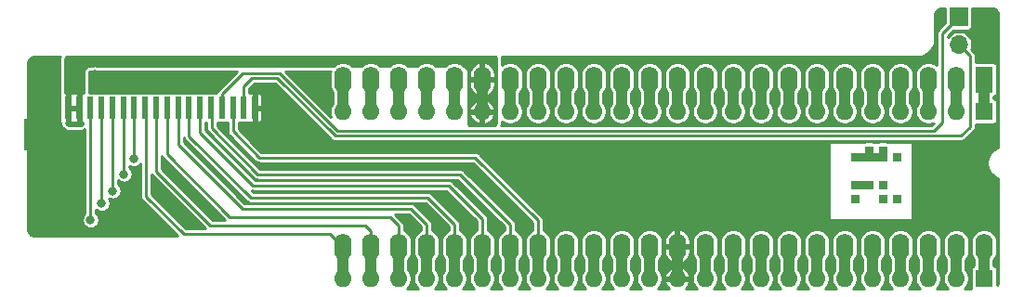
<source format=gbr>
G04 #@! TF.GenerationSoftware,KiCad,Pcbnew,(5.1.12)-1*
G04 #@! TF.CreationDate,2022-01-29T13:41:41+00:00*
G04 #@! TF.ProjectId,RGBtoHDMI CDTV v2 - Denise Breakout,52474274-6f48-4444-9d49-204344545620,v2*
G04 #@! TF.SameCoordinates,Original*
G04 #@! TF.FileFunction,Copper,L1,Top*
G04 #@! TF.FilePolarity,Positive*
%FSLAX46Y46*%
G04 Gerber Fmt 4.6, Leading zero omitted, Abs format (unit mm)*
G04 Created by KiCad (PCBNEW (5.1.12)-1) date 2022-01-29 13:41:41*
%MOMM*%
%LPD*%
G01*
G04 APERTURE LIST*
G04 #@! TA.AperFunction,EtchedComponent*
%ADD10C,0.100000*%
G04 #@! TD*
G04 #@! TA.AperFunction,ComponentPad*
%ADD11O,1.600000X1.600000*%
G04 #@! TD*
G04 #@! TA.AperFunction,ComponentPad*
%ADD12R,1.600000X1.600000*%
G04 #@! TD*
G04 #@! TA.AperFunction,ComponentPad*
%ADD13O,1.600000X2.400000*%
G04 #@! TD*
G04 #@! TA.AperFunction,ComponentPad*
%ADD14R,1.600000X2.400000*%
G04 #@! TD*
G04 #@! TA.AperFunction,ComponentPad*
%ADD15O,1.700000X1.700000*%
G04 #@! TD*
G04 #@! TA.AperFunction,ComponentPad*
%ADD16R,1.700000X1.700000*%
G04 #@! TD*
G04 #@! TA.AperFunction,SMDPad,CuDef*
%ADD17R,2.500000X3.000000*%
G04 #@! TD*
G04 #@! TA.AperFunction,SMDPad,CuDef*
%ADD18R,0.600000X2.000000*%
G04 #@! TD*
G04 #@! TA.AperFunction,ViaPad*
%ADD19C,0.800000*%
G04 #@! TD*
G04 #@! TA.AperFunction,Conductor*
%ADD20C,1.000000*%
G04 #@! TD*
G04 #@! TA.AperFunction,Conductor*
%ADD21C,0.250000*%
G04 #@! TD*
G04 #@! TA.AperFunction,Conductor*
%ADD22C,0.254000*%
G04 #@! TD*
G04 #@! TA.AperFunction,Conductor*
%ADD23C,0.100000*%
G04 #@! TD*
G04 APERTURE END LIST*
D10*
G36*
X150495000Y-81661000D02*
G01*
X149860000Y-81661000D01*
X149860000Y-81026000D01*
X150495000Y-81026000D01*
X150495000Y-81661000D01*
G37*
X150495000Y-81661000D02*
X149860000Y-81661000D01*
X149860000Y-81026000D01*
X150495000Y-81026000D01*
X150495000Y-81661000D01*
G36*
X153035000Y-81661000D02*
G01*
X152400000Y-81661000D01*
X152400000Y-81026000D01*
X153035000Y-81026000D01*
X153035000Y-81661000D01*
G37*
X153035000Y-81661000D02*
X152400000Y-81661000D01*
X152400000Y-81026000D01*
X153035000Y-81026000D01*
X153035000Y-81661000D01*
G36*
X153035000Y-80391000D02*
G01*
X152400000Y-80391000D01*
X152400000Y-79756000D01*
X153035000Y-79756000D01*
X153035000Y-80391000D01*
G37*
X153035000Y-80391000D02*
X152400000Y-80391000D01*
X152400000Y-79756000D01*
X153035000Y-79756000D01*
X153035000Y-80391000D01*
G36*
X151765000Y-80391000D02*
G01*
X151130000Y-80391000D01*
X151130000Y-79756000D01*
X151765000Y-79756000D01*
X151765000Y-80391000D01*
G37*
X151765000Y-80391000D02*
X151130000Y-80391000D01*
X151130000Y-79756000D01*
X151765000Y-79756000D01*
X151765000Y-80391000D01*
G36*
X151130000Y-80391000D02*
G01*
X150495000Y-80391000D01*
X150495000Y-79756000D01*
X151130000Y-79756000D01*
X151130000Y-80391000D01*
G37*
X151130000Y-80391000D02*
X150495000Y-80391000D01*
X150495000Y-79756000D01*
X151130000Y-79756000D01*
X151130000Y-80391000D01*
G36*
X150495000Y-80391000D02*
G01*
X149860000Y-80391000D01*
X149860000Y-79756000D01*
X150495000Y-79756000D01*
X150495000Y-80391000D01*
G37*
X150495000Y-80391000D02*
X149860000Y-80391000D01*
X149860000Y-79756000D01*
X150495000Y-79756000D01*
X150495000Y-80391000D01*
G36*
X150495000Y-77851000D02*
G01*
X149860000Y-77851000D01*
X149860000Y-77216000D01*
X150495000Y-77216000D01*
X150495000Y-77851000D01*
G37*
X150495000Y-77851000D02*
X149860000Y-77851000D01*
X149860000Y-77216000D01*
X150495000Y-77216000D01*
X150495000Y-77851000D01*
G36*
X151130000Y-77851000D02*
G01*
X150495000Y-77851000D01*
X150495000Y-77216000D01*
X151130000Y-77216000D01*
X151130000Y-77851000D01*
G37*
X151130000Y-77851000D02*
X150495000Y-77851000D01*
X150495000Y-77216000D01*
X151130000Y-77216000D01*
X151130000Y-77851000D01*
G36*
X151765000Y-77216000D02*
G01*
X151130000Y-77216000D01*
X151130000Y-76581000D01*
X151765000Y-76581000D01*
X151765000Y-77216000D01*
G37*
X151765000Y-77216000D02*
X151130000Y-77216000D01*
X151130000Y-76581000D01*
X151765000Y-76581000D01*
X151765000Y-77216000D01*
G36*
X151765000Y-77851000D02*
G01*
X151130000Y-77851000D01*
X151130000Y-77216000D01*
X151765000Y-77216000D01*
X151765000Y-77851000D01*
G37*
X151765000Y-77851000D02*
X151130000Y-77851000D01*
X151130000Y-77216000D01*
X151765000Y-77216000D01*
X151765000Y-77851000D01*
G36*
X152400000Y-77851000D02*
G01*
X151765000Y-77851000D01*
X151765000Y-77216000D01*
X152400000Y-77216000D01*
X152400000Y-77851000D01*
G37*
X152400000Y-77851000D02*
X151765000Y-77851000D01*
X151765000Y-77216000D01*
X152400000Y-77216000D01*
X152400000Y-77851000D01*
G36*
X153035000Y-77851000D02*
G01*
X152400000Y-77851000D01*
X152400000Y-77216000D01*
X153035000Y-77216000D01*
X153035000Y-77851000D01*
G37*
X153035000Y-77851000D02*
X152400000Y-77851000D01*
X152400000Y-77216000D01*
X153035000Y-77216000D01*
X153035000Y-77851000D01*
G36*
X153035000Y-77216000D02*
G01*
X152400000Y-77216000D01*
X152400000Y-76581000D01*
X153035000Y-76581000D01*
X153035000Y-77216000D01*
G37*
X153035000Y-77216000D02*
X152400000Y-77216000D01*
X152400000Y-76581000D01*
X153035000Y-76581000D01*
X153035000Y-77216000D01*
G36*
X154305000Y-81661000D02*
G01*
X153670000Y-81661000D01*
X153670000Y-81026000D01*
X154305000Y-81026000D01*
X154305000Y-81661000D01*
G37*
X154305000Y-81661000D02*
X153670000Y-81661000D01*
X153670000Y-81026000D01*
X154305000Y-81026000D01*
X154305000Y-81661000D01*
G36*
X154305000Y-77851000D02*
G01*
X153670000Y-77851000D01*
X153670000Y-77216000D01*
X154305000Y-77216000D01*
X154305000Y-77851000D01*
G37*
X154305000Y-77851000D02*
X153670000Y-77851000D01*
X153670000Y-77216000D01*
X154305000Y-77216000D01*
X154305000Y-77851000D01*
D11*
X103505000Y-88646000D03*
X106045000Y-88646000D03*
X108585000Y-88646000D03*
X111125000Y-88646000D03*
X113665000Y-88646000D03*
X116205000Y-88646000D03*
X118745000Y-88646000D03*
X121285000Y-88646000D03*
X123825000Y-88646000D03*
X126365000Y-88646000D03*
X128905000Y-88646000D03*
X131445000Y-88646000D03*
X133985000Y-88646000D03*
X136525000Y-88646000D03*
X139065000Y-88646000D03*
X141605000Y-88646000D03*
X144145000Y-88646000D03*
X146685000Y-88646000D03*
X149225000Y-88646000D03*
X151765000Y-88646000D03*
X154305000Y-88646000D03*
X156845000Y-88646000D03*
X159385000Y-88646000D03*
D12*
X161925000Y-88646000D03*
D11*
X103505000Y-73406000D03*
X106045000Y-73406000D03*
X108585000Y-73406000D03*
X111125000Y-73406000D03*
X113665000Y-73406000D03*
X116205000Y-73406000D03*
X118745000Y-73406000D03*
X121285000Y-73406000D03*
X123825000Y-73406000D03*
X126365000Y-73406000D03*
X128905000Y-73406000D03*
X131445000Y-73406000D03*
X133985000Y-73406000D03*
X136525000Y-73406000D03*
X139065000Y-73406000D03*
X141605000Y-73406000D03*
X144145000Y-73406000D03*
X146685000Y-73406000D03*
X149225000Y-73406000D03*
X151765000Y-73406000D03*
X154305000Y-73406000D03*
X156845000Y-73406000D03*
X159385000Y-73406000D03*
D12*
X161925000Y-73406000D03*
D13*
X161925000Y-85725000D03*
X103505000Y-70485000D03*
X159385000Y-85725000D03*
X106045000Y-70485000D03*
X156845000Y-85725000D03*
X108585000Y-70485000D03*
X154305000Y-85725000D03*
X111125000Y-70485000D03*
X151765000Y-85725000D03*
X113665000Y-70485000D03*
X149225000Y-85725000D03*
X116205000Y-70485000D03*
X146685000Y-85725000D03*
X118745000Y-70485000D03*
X144145000Y-85725000D03*
X121285000Y-70485000D03*
X141605000Y-85725000D03*
X123825000Y-70485000D03*
X139065000Y-85725000D03*
X126365000Y-70485000D03*
X136525000Y-85725000D03*
X128905000Y-70485000D03*
X133985000Y-85725000D03*
X131445000Y-70485000D03*
X131445000Y-85725000D03*
X133985000Y-70485000D03*
X128905000Y-85725000D03*
X136525000Y-70485000D03*
X126365000Y-85725000D03*
X139065000Y-70485000D03*
X123825000Y-85725000D03*
X141605000Y-70485000D03*
X121285000Y-85725000D03*
X144145000Y-70485000D03*
X118745000Y-85725000D03*
X146685000Y-70485000D03*
X116205000Y-85725000D03*
X149225000Y-70485000D03*
X113665000Y-85725000D03*
X151765000Y-70485000D03*
X111125000Y-85725000D03*
X154305000Y-70485000D03*
X108585000Y-85725000D03*
X156845000Y-70485000D03*
X106045000Y-85725000D03*
X159385000Y-70485000D03*
X103505000Y-85725000D03*
D14*
X161925000Y-70485000D03*
D15*
X159639000Y-67310000D03*
D16*
X159639000Y-64770000D03*
D17*
X75745000Y-75520000D03*
X98245000Y-75520000D03*
D18*
X95495000Y-73070000D03*
X94495000Y-73070000D03*
X93495000Y-73070000D03*
X92495000Y-73070000D03*
X91495000Y-73070000D03*
X90495000Y-73070000D03*
X89495000Y-73070000D03*
X88495000Y-73070000D03*
X87495000Y-73070000D03*
X86495000Y-73070000D03*
X85495000Y-73070000D03*
X84495000Y-73070000D03*
X83495000Y-73070000D03*
X82495000Y-73070000D03*
X81495000Y-73070000D03*
X80495000Y-73070000D03*
X79495000Y-73070000D03*
X78495000Y-73070000D03*
D19*
X97536000Y-76327000D03*
X98933000Y-76327000D03*
X98933000Y-74676000D03*
X97536000Y-74676000D03*
X75057000Y-76454000D03*
X76454000Y-76454000D03*
X76454000Y-74549000D03*
X75057000Y-74549000D03*
X95504000Y-74676000D03*
X95504000Y-71374000D03*
X96393000Y-73025000D03*
X92329000Y-70358000D03*
X80899000Y-69977000D03*
X100838000Y-70612000D03*
X161925000Y-64770000D03*
X161925000Y-67310000D03*
X161925000Y-75565000D03*
X161925000Y-80645000D03*
X113919000Y-76454000D03*
X75565000Y-83947000D03*
X75565000Y-69215000D03*
X123825000Y-82550000D03*
X139065000Y-82550000D03*
X157226000Y-68199000D03*
X120015000Y-83820000D03*
X117475000Y-83820000D03*
X114935000Y-83820000D03*
X112395000Y-83820000D03*
X109855000Y-83820000D03*
X88773000Y-82550000D03*
X84709000Y-82550000D03*
X91567000Y-82550000D03*
X109601000Y-76454000D03*
X107061000Y-76454000D03*
X104267000Y-76454000D03*
X101473000Y-76454000D03*
X84455000Y-77724000D03*
X83566000Y-79121000D03*
X82550004Y-80645000D03*
X81534000Y-81788000D03*
X80518006Y-83312000D03*
D20*
X133985000Y-85725000D02*
X133985000Y-88900000D01*
D21*
X84495000Y-77684000D02*
X84455000Y-77724000D01*
X84495000Y-73070000D02*
X84495000Y-77684000D01*
D20*
X103505000Y-70485000D02*
X103505000Y-73660000D01*
D21*
X83495000Y-73070000D02*
X83495000Y-79050000D01*
X83495000Y-79050000D02*
X83566000Y-79121000D01*
D20*
X106045000Y-70485000D02*
X106045000Y-73660000D01*
D21*
X82495000Y-73070000D02*
X82495000Y-80589996D01*
X82495000Y-80589996D02*
X82550004Y-80645000D01*
D20*
X108585000Y-70485000D02*
X108585000Y-73660000D01*
D21*
X81495000Y-81749000D02*
X81534000Y-81788000D01*
X81495000Y-73070000D02*
X81495000Y-81749000D01*
D20*
X111125000Y-70485000D02*
X111125000Y-73660000D01*
D21*
X80495000Y-73070000D02*
X80495000Y-83288994D01*
X80495000Y-83288994D02*
X80518006Y-83312000D01*
D20*
X113665000Y-70485000D02*
X113665000Y-73660000D01*
X116205000Y-70485000D02*
X116205000Y-73660000D01*
X118745000Y-70485000D02*
X118745000Y-73660000D01*
X121285000Y-70485000D02*
X121285000Y-73660000D01*
X123825000Y-70485000D02*
X123825000Y-73660000D01*
X126365000Y-70485000D02*
X126365000Y-73660000D01*
X128905000Y-70485000D02*
X128905000Y-73660000D01*
X133985000Y-70485000D02*
X133985000Y-73660000D01*
X136525000Y-70485000D02*
X136525000Y-73660000D01*
X126365000Y-85725000D02*
X126365000Y-88900000D01*
X139065000Y-70485000D02*
X139065000Y-73660000D01*
X141605000Y-70485000D02*
X141605000Y-73660000D01*
D21*
X93495000Y-75207000D02*
X93495000Y-73070000D01*
X95885000Y-77597000D02*
X93495000Y-75207000D01*
X115570000Y-77597000D02*
X95885000Y-77597000D01*
X121285000Y-83312000D02*
X115570000Y-77597000D01*
X121285000Y-85725000D02*
X121285000Y-83312000D01*
D20*
X121285000Y-85725000D02*
X121285000Y-88900000D01*
X144145000Y-70485000D02*
X144145000Y-73660000D01*
D21*
X91567000Y-73142000D02*
X91495000Y-73070000D01*
X91567000Y-74930000D02*
X91567000Y-73142000D01*
X95758000Y-79121000D02*
X91567000Y-74930000D01*
X114173000Y-79121000D02*
X95758000Y-79121000D01*
X118745000Y-83693000D02*
X114173000Y-79121000D01*
X118745000Y-85725000D02*
X118745000Y-83693000D01*
D20*
X118745000Y-85725000D02*
X118745000Y-88900000D01*
X146685000Y-70485000D02*
X146685000Y-73660000D01*
D21*
X90495000Y-75318500D02*
X90495000Y-73070000D01*
X95313500Y-80137000D02*
X90495000Y-75318500D01*
X113157000Y-80137000D02*
X95313500Y-80137000D01*
X116205000Y-83185000D02*
X113157000Y-80137000D01*
X116205000Y-85725000D02*
X116205000Y-83185000D01*
D20*
X116205000Y-85725000D02*
X116205000Y-88900000D01*
X149225000Y-70485000D02*
X149225000Y-73660000D01*
D21*
X95121589Y-81280000D02*
X89495000Y-75653411D01*
X111252000Y-81280000D02*
X95121589Y-81280000D01*
X89495000Y-75653411D02*
X89495000Y-73070000D01*
X113665000Y-83693000D02*
X111252000Y-81280000D01*
X113665000Y-85725000D02*
X113665000Y-83693000D01*
D20*
X113665000Y-85725000D02*
X113665000Y-88900000D01*
X151765000Y-70485000D02*
X151765000Y-73660000D01*
D21*
X88495000Y-76430000D02*
X88495000Y-73070000D01*
X94361000Y-82296000D02*
X88495000Y-76430000D01*
X109728000Y-82296000D02*
X94361000Y-82296000D01*
X111125000Y-83693000D02*
X109728000Y-82296000D01*
X111125000Y-85725000D02*
X111125000Y-83693000D01*
D20*
X111125000Y-85725000D02*
X111125000Y-88900000D01*
X154305000Y-70485000D02*
X154305000Y-73660000D01*
D21*
X93218000Y-83058000D02*
X87495000Y-77335000D01*
X107823000Y-83058000D02*
X93218000Y-83058000D01*
X87495000Y-77335000D02*
X87495000Y-73070000D01*
X108585000Y-83820000D02*
X107823000Y-83058000D01*
X108585000Y-85725000D02*
X108585000Y-83820000D01*
D20*
X108585000Y-85725000D02*
X108585000Y-88900000D01*
X156845000Y-70485000D02*
X156845000Y-73660000D01*
D21*
X86495000Y-73959000D02*
X86495000Y-73070000D01*
X105537000Y-83820000D02*
X91440000Y-83820000D01*
X91440000Y-83820000D02*
X86495000Y-78875000D01*
X106045000Y-84328000D02*
X105537000Y-83820000D01*
X86495000Y-78875000D02*
X86495000Y-73959000D01*
X106045000Y-85725000D02*
X106045000Y-84328000D01*
D20*
X106045000Y-85725000D02*
X106045000Y-88900000D01*
X159385000Y-70485000D02*
X159385000Y-73660000D01*
D21*
X85598000Y-73173000D02*
X85495000Y-73070000D01*
X89027000Y-84582000D02*
X85598000Y-81153000D01*
X85598000Y-81153000D02*
X85598000Y-73173000D01*
X102362000Y-84582000D02*
X89027000Y-84582000D01*
X103505000Y-85725000D02*
X102362000Y-84582000D01*
D20*
X103505000Y-85725000D02*
X103505000Y-88900000D01*
X161925000Y-70485000D02*
X161925000Y-73660000D01*
X128905000Y-85725000D02*
X128905000Y-88900000D01*
X123825000Y-85725000D02*
X123825000Y-88900000D01*
X131445000Y-85725000D02*
X131445000Y-88900000D01*
X131445000Y-70485000D02*
X131445000Y-73660000D01*
X136525000Y-85725000D02*
X136525000Y-88900000D01*
X139065000Y-85725000D02*
X139065000Y-88900000D01*
X141605000Y-85725000D02*
X141605000Y-88900000D01*
X144145000Y-85725000D02*
X144145000Y-88900000D01*
X146685000Y-85725000D02*
X146685000Y-88900000D01*
X149225000Y-85725000D02*
X149225000Y-88900000D01*
X151765000Y-85725000D02*
X151765000Y-88900000D01*
X154305000Y-85725000D02*
X154305000Y-88900000D01*
X156845000Y-85725000D02*
X156845000Y-88900000D01*
X159385000Y-85725000D02*
X159385000Y-88900000D01*
X161925000Y-85725000D02*
X161925000Y-88900000D01*
D21*
X159823989Y-75634011D02*
X102812011Y-75634011D01*
X160655000Y-68326000D02*
X160655000Y-74803000D01*
X160655000Y-74803000D02*
X159823989Y-75634011D01*
X102812011Y-75634011D02*
X97536000Y-70358000D01*
X159639000Y-67310000D02*
X160655000Y-68326000D01*
X97536000Y-70358000D02*
X95221499Y-70358000D01*
X95221499Y-70358000D02*
X94495000Y-71084499D01*
X94495000Y-71084499D02*
X94495000Y-73070000D01*
X92495000Y-71820000D02*
X92495000Y-73070000D01*
X94407011Y-69907989D02*
X92495000Y-71820000D01*
X97722400Y-69907989D02*
X94407011Y-69907989D01*
X102998411Y-75184000D02*
X97722400Y-69907989D01*
X157353000Y-75184000D02*
X102998411Y-75184000D01*
X158115000Y-74422000D02*
X157353000Y-75184000D01*
X158115000Y-66294000D02*
X158115000Y-74422000D01*
X159639000Y-64770000D02*
X158115000Y-66294000D01*
D22*
X162536437Y-63980996D02*
X162688135Y-63995870D01*
X162811388Y-64033082D01*
X162925068Y-64093526D01*
X163024841Y-64174899D01*
X163106911Y-64274105D01*
X163168147Y-64387357D01*
X163206220Y-64510352D01*
X163222000Y-64660492D01*
X163222001Y-76692154D01*
X163157316Y-76712673D01*
X163117245Y-76729847D01*
X163076937Y-76746461D01*
X163071035Y-76749653D01*
X163071032Y-76749654D01*
X163071029Y-76749656D01*
X162897268Y-76845183D01*
X162861307Y-76869807D01*
X162824989Y-76893936D01*
X162819814Y-76898217D01*
X162667916Y-77025674D01*
X162637415Y-77056820D01*
X162606480Y-77087540D01*
X162602235Y-77092745D01*
X162477986Y-77247279D01*
X162454114Y-77283759D01*
X162429736Y-77319902D01*
X162426583Y-77325832D01*
X162334717Y-77501555D01*
X162318401Y-77541939D01*
X162301492Y-77582164D01*
X162299551Y-77588594D01*
X162243566Y-77778815D01*
X162235398Y-77821632D01*
X162226631Y-77864344D01*
X162225976Y-77871028D01*
X162208005Y-78068500D01*
X162208309Y-78112094D01*
X162208005Y-78155688D01*
X162208660Y-78162372D01*
X162229387Y-78359573D01*
X162238148Y-78402254D01*
X162246322Y-78445100D01*
X162248263Y-78451529D01*
X162306898Y-78640951D01*
X162323786Y-78681127D01*
X162340123Y-78721562D01*
X162343276Y-78727492D01*
X162437587Y-78901915D01*
X162461968Y-78938061D01*
X162485837Y-78974536D01*
X162490081Y-78979741D01*
X162616475Y-79132525D01*
X162647410Y-79163245D01*
X162677911Y-79194391D01*
X162683085Y-79198672D01*
X162836747Y-79323996D01*
X162873047Y-79348113D01*
X162909030Y-79372751D01*
X162914937Y-79375945D01*
X163090015Y-79469036D01*
X163130323Y-79485650D01*
X163170394Y-79502824D01*
X163176810Y-79504810D01*
X163222000Y-79518453D01*
X163222001Y-88876470D01*
X163207130Y-89028135D01*
X163169918Y-89151388D01*
X163109474Y-89265067D01*
X163107843Y-89267067D01*
X163107843Y-87846000D01*
X163100487Y-87771311D01*
X163078701Y-87699492D01*
X163043322Y-87633304D01*
X162995711Y-87575289D01*
X162937696Y-87527678D01*
X162871508Y-87492299D01*
X162806000Y-87472427D01*
X162806000Y-86913120D01*
X162911717Y-86784303D01*
X163021381Y-86579136D01*
X163088912Y-86356516D01*
X163106000Y-86183016D01*
X163106000Y-85266985D01*
X163088912Y-85093485D01*
X163021381Y-84870864D01*
X162911717Y-84665697D01*
X162764134Y-84485866D01*
X162584303Y-84338283D01*
X162379136Y-84228619D01*
X162156516Y-84161088D01*
X161925000Y-84138286D01*
X161693485Y-84161088D01*
X161470865Y-84228619D01*
X161265698Y-84338283D01*
X161085867Y-84485866D01*
X160938284Y-84665697D01*
X160828619Y-84870864D01*
X160761088Y-85093484D01*
X160744000Y-85266984D01*
X160744000Y-86183015D01*
X160761088Y-86356515D01*
X160828619Y-86579135D01*
X160938283Y-86784302D01*
X161044000Y-86913120D01*
X161044001Y-87472427D01*
X160978492Y-87492299D01*
X160912304Y-87527678D01*
X160854289Y-87575289D01*
X160806678Y-87633304D01*
X160771299Y-87699492D01*
X160749513Y-87771311D01*
X160742157Y-87846000D01*
X160742157Y-89446000D01*
X160749513Y-89520689D01*
X160762045Y-89562000D01*
X160139185Y-89562000D01*
X160302342Y-89398843D01*
X160431588Y-89205413D01*
X160520614Y-88990485D01*
X160566000Y-88762318D01*
X160566000Y-88529682D01*
X160520614Y-88301515D01*
X160431588Y-88086587D01*
X160302342Y-87893157D01*
X160266000Y-87856815D01*
X160266000Y-86913120D01*
X160371717Y-86784303D01*
X160481381Y-86579136D01*
X160548912Y-86356516D01*
X160566000Y-86183016D01*
X160566000Y-85266985D01*
X160548912Y-85093485D01*
X160481381Y-84870864D01*
X160371717Y-84665697D01*
X160224134Y-84485866D01*
X160044303Y-84338283D01*
X159839136Y-84228619D01*
X159616516Y-84161088D01*
X159385000Y-84138286D01*
X159153485Y-84161088D01*
X158930865Y-84228619D01*
X158725698Y-84338283D01*
X158545867Y-84485866D01*
X158398284Y-84665697D01*
X158288619Y-84870864D01*
X158221088Y-85093484D01*
X158204000Y-85266984D01*
X158204000Y-86183015D01*
X158221088Y-86356515D01*
X158288619Y-86579135D01*
X158398283Y-86784302D01*
X158504000Y-86913120D01*
X158504001Y-87856814D01*
X158467658Y-87893157D01*
X158338412Y-88086587D01*
X158249386Y-88301515D01*
X158204000Y-88529682D01*
X158204000Y-88762318D01*
X158249386Y-88990485D01*
X158338412Y-89205413D01*
X158467658Y-89398843D01*
X158630815Y-89562000D01*
X157599185Y-89562000D01*
X157762342Y-89398843D01*
X157891588Y-89205413D01*
X157980614Y-88990485D01*
X158026000Y-88762318D01*
X158026000Y-88529682D01*
X157980614Y-88301515D01*
X157891588Y-88086587D01*
X157762342Y-87893157D01*
X157726000Y-87856815D01*
X157726000Y-86913120D01*
X157831717Y-86784303D01*
X157941381Y-86579136D01*
X158008912Y-86356516D01*
X158026000Y-86183016D01*
X158026000Y-85266985D01*
X158008912Y-85093485D01*
X157941381Y-84870864D01*
X157831717Y-84665697D01*
X157684134Y-84485866D01*
X157504303Y-84338283D01*
X157299136Y-84228619D01*
X157076516Y-84161088D01*
X156845000Y-84138286D01*
X156613485Y-84161088D01*
X156390865Y-84228619D01*
X156185698Y-84338283D01*
X156005867Y-84485866D01*
X155858284Y-84665697D01*
X155748619Y-84870864D01*
X155681088Y-85093484D01*
X155664000Y-85266984D01*
X155664000Y-86183015D01*
X155681088Y-86356515D01*
X155748619Y-86579135D01*
X155858283Y-86784302D01*
X155964000Y-86913120D01*
X155964001Y-87856814D01*
X155927658Y-87893157D01*
X155798412Y-88086587D01*
X155709386Y-88301515D01*
X155664000Y-88529682D01*
X155664000Y-88762318D01*
X155709386Y-88990485D01*
X155798412Y-89205413D01*
X155927658Y-89398843D01*
X156090815Y-89562000D01*
X155059185Y-89562000D01*
X155222342Y-89398843D01*
X155351588Y-89205413D01*
X155440614Y-88990485D01*
X155486000Y-88762318D01*
X155486000Y-88529682D01*
X155440614Y-88301515D01*
X155351588Y-88086587D01*
X155222342Y-87893157D01*
X155186000Y-87856815D01*
X155186000Y-86913120D01*
X155291717Y-86784303D01*
X155401381Y-86579136D01*
X155468912Y-86356516D01*
X155486000Y-86183016D01*
X155486000Y-85266985D01*
X155468912Y-85093485D01*
X155401381Y-84870864D01*
X155291717Y-84665697D01*
X155144134Y-84485866D01*
X154964303Y-84338283D01*
X154759136Y-84228619D01*
X154536516Y-84161088D01*
X154305000Y-84138286D01*
X154073485Y-84161088D01*
X153850865Y-84228619D01*
X153645698Y-84338283D01*
X153465867Y-84485866D01*
X153318284Y-84665697D01*
X153208619Y-84870864D01*
X153141088Y-85093484D01*
X153124000Y-85266984D01*
X153124000Y-86183015D01*
X153141088Y-86356515D01*
X153208619Y-86579135D01*
X153318283Y-86784302D01*
X153424000Y-86913120D01*
X153424001Y-87856814D01*
X153387658Y-87893157D01*
X153258412Y-88086587D01*
X153169386Y-88301515D01*
X153124000Y-88529682D01*
X153124000Y-88762318D01*
X153169386Y-88990485D01*
X153258412Y-89205413D01*
X153387658Y-89398843D01*
X153550815Y-89562000D01*
X152519185Y-89562000D01*
X152682342Y-89398843D01*
X152811588Y-89205413D01*
X152900614Y-88990485D01*
X152946000Y-88762318D01*
X152946000Y-88529682D01*
X152900614Y-88301515D01*
X152811588Y-88086587D01*
X152682342Y-87893157D01*
X152646000Y-87856815D01*
X152646000Y-86913120D01*
X152751717Y-86784303D01*
X152861381Y-86579136D01*
X152928912Y-86356516D01*
X152946000Y-86183016D01*
X152946000Y-85266985D01*
X152928912Y-85093485D01*
X152861381Y-84870864D01*
X152751717Y-84665697D01*
X152604134Y-84485866D01*
X152424303Y-84338283D01*
X152219136Y-84228619D01*
X151996516Y-84161088D01*
X151765000Y-84138286D01*
X151533485Y-84161088D01*
X151310865Y-84228619D01*
X151105698Y-84338283D01*
X150925867Y-84485866D01*
X150778284Y-84665697D01*
X150668619Y-84870864D01*
X150601088Y-85093484D01*
X150584000Y-85266984D01*
X150584000Y-86183015D01*
X150601088Y-86356515D01*
X150668619Y-86579135D01*
X150778283Y-86784302D01*
X150884000Y-86913120D01*
X150884001Y-87856814D01*
X150847658Y-87893157D01*
X150718412Y-88086587D01*
X150629386Y-88301515D01*
X150584000Y-88529682D01*
X150584000Y-88762318D01*
X150629386Y-88990485D01*
X150718412Y-89205413D01*
X150847658Y-89398843D01*
X151010815Y-89562000D01*
X149979185Y-89562000D01*
X150142342Y-89398843D01*
X150271588Y-89205413D01*
X150360614Y-88990485D01*
X150406000Y-88762318D01*
X150406000Y-88529682D01*
X150360614Y-88301515D01*
X150271588Y-88086587D01*
X150142342Y-87893157D01*
X150106000Y-87856815D01*
X150106000Y-86913120D01*
X150211717Y-86784303D01*
X150321381Y-86579136D01*
X150388912Y-86356516D01*
X150406000Y-86183016D01*
X150406000Y-85266985D01*
X150388912Y-85093485D01*
X150321381Y-84870864D01*
X150211717Y-84665697D01*
X150064134Y-84485866D01*
X149884303Y-84338283D01*
X149679136Y-84228619D01*
X149456516Y-84161088D01*
X149225000Y-84138286D01*
X148993485Y-84161088D01*
X148770865Y-84228619D01*
X148565698Y-84338283D01*
X148385867Y-84485866D01*
X148238284Y-84665697D01*
X148128619Y-84870864D01*
X148061088Y-85093484D01*
X148044000Y-85266984D01*
X148044000Y-86183015D01*
X148061088Y-86356515D01*
X148128619Y-86579135D01*
X148238283Y-86784302D01*
X148344000Y-86913120D01*
X148344001Y-87856814D01*
X148307658Y-87893157D01*
X148178412Y-88086587D01*
X148089386Y-88301515D01*
X148044000Y-88529682D01*
X148044000Y-88762318D01*
X148089386Y-88990485D01*
X148178412Y-89205413D01*
X148307658Y-89398843D01*
X148470815Y-89562000D01*
X147439185Y-89562000D01*
X147602342Y-89398843D01*
X147731588Y-89205413D01*
X147820614Y-88990485D01*
X147866000Y-88762318D01*
X147866000Y-88529682D01*
X147820614Y-88301515D01*
X147731588Y-88086587D01*
X147602342Y-87893157D01*
X147566000Y-87856815D01*
X147566000Y-86913120D01*
X147671717Y-86784303D01*
X147781381Y-86579136D01*
X147848912Y-86356516D01*
X147866000Y-86183016D01*
X147866000Y-85266985D01*
X147848912Y-85093485D01*
X147781381Y-84870864D01*
X147671717Y-84665697D01*
X147524134Y-84485866D01*
X147344303Y-84338283D01*
X147139136Y-84228619D01*
X146916516Y-84161088D01*
X146685000Y-84138286D01*
X146453485Y-84161088D01*
X146230865Y-84228619D01*
X146025698Y-84338283D01*
X145845867Y-84485866D01*
X145698284Y-84665697D01*
X145588619Y-84870864D01*
X145521088Y-85093484D01*
X145504000Y-85266984D01*
X145504000Y-86183015D01*
X145521088Y-86356515D01*
X145588619Y-86579135D01*
X145698283Y-86784302D01*
X145804000Y-86913120D01*
X145804001Y-87856814D01*
X145767658Y-87893157D01*
X145638412Y-88086587D01*
X145549386Y-88301515D01*
X145504000Y-88529682D01*
X145504000Y-88762318D01*
X145549386Y-88990485D01*
X145638412Y-89205413D01*
X145767658Y-89398843D01*
X145930815Y-89562000D01*
X144899185Y-89562000D01*
X145062342Y-89398843D01*
X145191588Y-89205413D01*
X145280614Y-88990485D01*
X145326000Y-88762318D01*
X145326000Y-88529682D01*
X145280614Y-88301515D01*
X145191588Y-88086587D01*
X145062342Y-87893157D01*
X145026000Y-87856815D01*
X145026000Y-86913120D01*
X145131717Y-86784303D01*
X145241381Y-86579136D01*
X145308912Y-86356516D01*
X145326000Y-86183016D01*
X145326000Y-85266985D01*
X145308912Y-85093485D01*
X145241381Y-84870864D01*
X145131717Y-84665697D01*
X144984134Y-84485866D01*
X144804303Y-84338283D01*
X144599136Y-84228619D01*
X144376516Y-84161088D01*
X144145000Y-84138286D01*
X143913485Y-84161088D01*
X143690865Y-84228619D01*
X143485698Y-84338283D01*
X143305867Y-84485866D01*
X143158284Y-84665697D01*
X143048619Y-84870864D01*
X142981088Y-85093484D01*
X142964000Y-85266984D01*
X142964000Y-86183015D01*
X142981088Y-86356515D01*
X143048619Y-86579135D01*
X143158283Y-86784302D01*
X143264000Y-86913120D01*
X143264001Y-87856814D01*
X143227658Y-87893157D01*
X143098412Y-88086587D01*
X143009386Y-88301515D01*
X142964000Y-88529682D01*
X142964000Y-88762318D01*
X143009386Y-88990485D01*
X143098412Y-89205413D01*
X143227658Y-89398843D01*
X143390815Y-89562000D01*
X142359185Y-89562000D01*
X142522342Y-89398843D01*
X142651588Y-89205413D01*
X142740614Y-88990485D01*
X142786000Y-88762318D01*
X142786000Y-88529682D01*
X142740614Y-88301515D01*
X142651588Y-88086587D01*
X142522342Y-87893157D01*
X142486000Y-87856815D01*
X142486000Y-86913120D01*
X142591717Y-86784303D01*
X142701381Y-86579136D01*
X142768912Y-86356516D01*
X142786000Y-86183016D01*
X142786000Y-85266985D01*
X142768912Y-85093485D01*
X142701381Y-84870864D01*
X142591717Y-84665697D01*
X142444134Y-84485866D01*
X142264303Y-84338283D01*
X142059136Y-84228619D01*
X141836516Y-84161088D01*
X141605000Y-84138286D01*
X141373485Y-84161088D01*
X141150865Y-84228619D01*
X140945698Y-84338283D01*
X140765867Y-84485866D01*
X140618284Y-84665697D01*
X140508619Y-84870864D01*
X140441088Y-85093484D01*
X140424000Y-85266984D01*
X140424000Y-86183015D01*
X140441088Y-86356515D01*
X140508619Y-86579135D01*
X140618283Y-86784302D01*
X140724000Y-86913120D01*
X140724001Y-87856814D01*
X140687658Y-87893157D01*
X140558412Y-88086587D01*
X140469386Y-88301515D01*
X140424000Y-88529682D01*
X140424000Y-88762318D01*
X140469386Y-88990485D01*
X140558412Y-89205413D01*
X140687658Y-89398843D01*
X140850815Y-89562000D01*
X139819185Y-89562000D01*
X139982342Y-89398843D01*
X140111588Y-89205413D01*
X140200614Y-88990485D01*
X140246000Y-88762318D01*
X140246000Y-88529682D01*
X140200614Y-88301515D01*
X140111588Y-88086587D01*
X139982342Y-87893157D01*
X139946000Y-87856815D01*
X139946000Y-86913120D01*
X140051717Y-86784303D01*
X140161381Y-86579136D01*
X140228912Y-86356516D01*
X140246000Y-86183016D01*
X140246000Y-85266985D01*
X140228912Y-85093485D01*
X140161381Y-84870864D01*
X140051717Y-84665697D01*
X139904134Y-84485866D01*
X139724303Y-84338283D01*
X139519136Y-84228619D01*
X139296516Y-84161088D01*
X139065000Y-84138286D01*
X138833485Y-84161088D01*
X138610865Y-84228619D01*
X138405698Y-84338283D01*
X138225867Y-84485866D01*
X138078284Y-84665697D01*
X137968619Y-84870864D01*
X137901088Y-85093484D01*
X137884000Y-85266984D01*
X137884000Y-86183015D01*
X137901088Y-86356515D01*
X137968619Y-86579135D01*
X138078283Y-86784302D01*
X138184000Y-86913120D01*
X138184001Y-87856814D01*
X138147658Y-87893157D01*
X138018412Y-88086587D01*
X137929386Y-88301515D01*
X137884000Y-88529682D01*
X137884000Y-88762318D01*
X137929386Y-88990485D01*
X138018412Y-89205413D01*
X138147658Y-89398843D01*
X138310815Y-89562000D01*
X137279185Y-89562000D01*
X137442342Y-89398843D01*
X137571588Y-89205413D01*
X137660614Y-88990485D01*
X137706000Y-88762318D01*
X137706000Y-88529682D01*
X137660614Y-88301515D01*
X137571588Y-88086587D01*
X137442342Y-87893157D01*
X137406000Y-87856815D01*
X137406000Y-86913120D01*
X137511717Y-86784303D01*
X137621381Y-86579136D01*
X137688912Y-86356516D01*
X137706000Y-86183016D01*
X137706000Y-85266985D01*
X137688912Y-85093485D01*
X137621381Y-84870864D01*
X137511717Y-84665697D01*
X137364134Y-84485866D01*
X137184303Y-84338283D01*
X136979136Y-84228619D01*
X136756516Y-84161088D01*
X136525000Y-84138286D01*
X136293485Y-84161088D01*
X136070865Y-84228619D01*
X135865698Y-84338283D01*
X135685867Y-84485866D01*
X135538284Y-84665697D01*
X135428619Y-84870864D01*
X135361088Y-85093484D01*
X135344000Y-85266984D01*
X135344000Y-86183015D01*
X135361088Y-86356515D01*
X135428619Y-86579135D01*
X135538283Y-86784302D01*
X135644000Y-86913120D01*
X135644001Y-87856814D01*
X135607658Y-87893157D01*
X135478412Y-88086587D01*
X135389386Y-88301515D01*
X135344000Y-88529682D01*
X135344000Y-88762318D01*
X135389386Y-88990485D01*
X135478412Y-89205413D01*
X135607658Y-89398843D01*
X135770815Y-89562000D01*
X134724878Y-89562000D01*
X134761003Y-89536278D01*
X134919777Y-89367781D01*
X135042628Y-89171546D01*
X135124835Y-88955115D01*
X135063908Y-88773000D01*
X134112000Y-88773000D01*
X134112000Y-88793000D01*
X133858000Y-88793000D01*
X133858000Y-88773000D01*
X132906092Y-88773000D01*
X132845165Y-88955115D01*
X132927372Y-89171546D01*
X133050223Y-89367781D01*
X133208997Y-89536278D01*
X133245122Y-89562000D01*
X132199185Y-89562000D01*
X132362342Y-89398843D01*
X132491588Y-89205413D01*
X132580614Y-88990485D01*
X132626000Y-88762318D01*
X132626000Y-88529682D01*
X132587650Y-88336885D01*
X132845165Y-88336885D01*
X132906092Y-88519000D01*
X133858000Y-88519000D01*
X133858000Y-87567703D01*
X134112000Y-87567703D01*
X134112000Y-88519000D01*
X135063908Y-88519000D01*
X135124835Y-88336885D01*
X135042628Y-88120454D01*
X134919777Y-87924219D01*
X134761003Y-87755722D01*
X134572408Y-87621438D01*
X134361239Y-87526527D01*
X134294114Y-87506171D01*
X134112000Y-87567703D01*
X133858000Y-87567703D01*
X133675886Y-87506171D01*
X133608761Y-87526527D01*
X133397592Y-87621438D01*
X133208997Y-87755722D01*
X133050223Y-87924219D01*
X132927372Y-88120454D01*
X132845165Y-88336885D01*
X132587650Y-88336885D01*
X132580614Y-88301515D01*
X132491588Y-88086587D01*
X132362342Y-87893157D01*
X132326000Y-87856815D01*
X132326000Y-86913120D01*
X132431717Y-86784303D01*
X132541381Y-86579136D01*
X132608912Y-86356516D01*
X132626000Y-86183016D01*
X132626000Y-85852000D01*
X132804000Y-85852000D01*
X132804000Y-86252000D01*
X132851469Y-86479961D01*
X132942499Y-86694281D01*
X133073592Y-86886724D01*
X133239709Y-87049895D01*
X133434468Y-87177522D01*
X133650383Y-87264702D01*
X133675886Y-87264829D01*
X133858000Y-87203297D01*
X133858000Y-85852000D01*
X134112000Y-85852000D01*
X134112000Y-87203297D01*
X134294114Y-87264829D01*
X134319617Y-87264702D01*
X134535532Y-87177522D01*
X134730291Y-87049895D01*
X134896408Y-86886724D01*
X135027501Y-86694281D01*
X135118531Y-86479961D01*
X135166000Y-86252000D01*
X135166000Y-85852000D01*
X134112000Y-85852000D01*
X133858000Y-85852000D01*
X132804000Y-85852000D01*
X132626000Y-85852000D01*
X132626000Y-85266985D01*
X132619206Y-85198000D01*
X132804000Y-85198000D01*
X132804000Y-85598000D01*
X133858000Y-85598000D01*
X133858000Y-84246703D01*
X134112000Y-84246703D01*
X134112000Y-85598000D01*
X135166000Y-85598000D01*
X135166000Y-85198000D01*
X135118531Y-84970039D01*
X135027501Y-84755719D01*
X134896408Y-84563276D01*
X134730291Y-84400105D01*
X134535532Y-84272478D01*
X134319617Y-84185298D01*
X134294114Y-84185171D01*
X134112000Y-84246703D01*
X133858000Y-84246703D01*
X133675886Y-84185171D01*
X133650383Y-84185298D01*
X133434468Y-84272478D01*
X133239709Y-84400105D01*
X133073592Y-84563276D01*
X132942499Y-84755719D01*
X132851469Y-84970039D01*
X132804000Y-85198000D01*
X132619206Y-85198000D01*
X132608912Y-85093485D01*
X132541381Y-84870864D01*
X132431717Y-84665697D01*
X132284134Y-84485866D01*
X132104303Y-84338283D01*
X131899136Y-84228619D01*
X131676516Y-84161088D01*
X131445000Y-84138286D01*
X131213485Y-84161088D01*
X130990865Y-84228619D01*
X130785698Y-84338283D01*
X130605867Y-84485866D01*
X130458284Y-84665697D01*
X130348619Y-84870864D01*
X130281088Y-85093484D01*
X130264000Y-85266984D01*
X130264000Y-86183015D01*
X130281088Y-86356515D01*
X130348619Y-86579135D01*
X130458283Y-86784302D01*
X130564000Y-86913120D01*
X130564001Y-87856814D01*
X130527658Y-87893157D01*
X130398412Y-88086587D01*
X130309386Y-88301515D01*
X130264000Y-88529682D01*
X130264000Y-88762318D01*
X130309386Y-88990485D01*
X130398412Y-89205413D01*
X130527658Y-89398843D01*
X130690815Y-89562000D01*
X129659185Y-89562000D01*
X129822342Y-89398843D01*
X129951588Y-89205413D01*
X130040614Y-88990485D01*
X130086000Y-88762318D01*
X130086000Y-88529682D01*
X130040614Y-88301515D01*
X129951588Y-88086587D01*
X129822342Y-87893157D01*
X129786000Y-87856815D01*
X129786000Y-86913120D01*
X129891717Y-86784303D01*
X130001381Y-86579136D01*
X130068912Y-86356516D01*
X130086000Y-86183016D01*
X130086000Y-85266985D01*
X130068912Y-85093485D01*
X130001381Y-84870864D01*
X129891717Y-84665697D01*
X129744134Y-84485866D01*
X129564303Y-84338283D01*
X129359136Y-84228619D01*
X129136516Y-84161088D01*
X128905000Y-84138286D01*
X128673485Y-84161088D01*
X128450865Y-84228619D01*
X128245698Y-84338283D01*
X128065867Y-84485866D01*
X127918284Y-84665697D01*
X127808619Y-84870864D01*
X127741088Y-85093484D01*
X127724000Y-85266984D01*
X127724000Y-86183015D01*
X127741088Y-86356515D01*
X127808619Y-86579135D01*
X127918283Y-86784302D01*
X128024000Y-86913120D01*
X128024001Y-87856814D01*
X127987658Y-87893157D01*
X127858412Y-88086587D01*
X127769386Y-88301515D01*
X127724000Y-88529682D01*
X127724000Y-88762318D01*
X127769386Y-88990485D01*
X127858412Y-89205413D01*
X127987658Y-89398843D01*
X128150815Y-89562000D01*
X127119185Y-89562000D01*
X127282342Y-89398843D01*
X127411588Y-89205413D01*
X127500614Y-88990485D01*
X127546000Y-88762318D01*
X127546000Y-88529682D01*
X127500614Y-88301515D01*
X127411588Y-88086587D01*
X127282342Y-87893157D01*
X127246000Y-87856815D01*
X127246000Y-86913120D01*
X127351717Y-86784303D01*
X127461381Y-86579136D01*
X127528912Y-86356516D01*
X127546000Y-86183016D01*
X127546000Y-85266985D01*
X127528912Y-85093485D01*
X127461381Y-84870864D01*
X127351717Y-84665697D01*
X127204134Y-84485866D01*
X127024303Y-84338283D01*
X126819136Y-84228619D01*
X126596516Y-84161088D01*
X126365000Y-84138286D01*
X126133485Y-84161088D01*
X125910865Y-84228619D01*
X125705698Y-84338283D01*
X125525867Y-84485866D01*
X125378284Y-84665697D01*
X125268619Y-84870864D01*
X125201088Y-85093484D01*
X125184000Y-85266984D01*
X125184000Y-86183015D01*
X125201088Y-86356515D01*
X125268619Y-86579135D01*
X125378283Y-86784302D01*
X125484000Y-86913120D01*
X125484001Y-87856814D01*
X125447658Y-87893157D01*
X125318412Y-88086587D01*
X125229386Y-88301515D01*
X125184000Y-88529682D01*
X125184000Y-88762318D01*
X125229386Y-88990485D01*
X125318412Y-89205413D01*
X125447658Y-89398843D01*
X125610815Y-89562000D01*
X124579185Y-89562000D01*
X124742342Y-89398843D01*
X124871588Y-89205413D01*
X124960614Y-88990485D01*
X125006000Y-88762318D01*
X125006000Y-88529682D01*
X124960614Y-88301515D01*
X124871588Y-88086587D01*
X124742342Y-87893157D01*
X124706000Y-87856815D01*
X124706000Y-86913120D01*
X124811717Y-86784303D01*
X124921381Y-86579136D01*
X124988912Y-86356516D01*
X125006000Y-86183016D01*
X125006000Y-85266985D01*
X124988912Y-85093485D01*
X124921381Y-84870864D01*
X124811717Y-84665697D01*
X124664134Y-84485866D01*
X124484303Y-84338283D01*
X124279136Y-84228619D01*
X124056516Y-84161088D01*
X123825000Y-84138286D01*
X123593485Y-84161088D01*
X123370865Y-84228619D01*
X123165698Y-84338283D01*
X122985867Y-84485866D01*
X122838284Y-84665697D01*
X122728619Y-84870864D01*
X122661088Y-85093484D01*
X122644000Y-85266984D01*
X122644000Y-86183015D01*
X122661088Y-86356515D01*
X122728619Y-86579135D01*
X122838283Y-86784302D01*
X122944000Y-86913120D01*
X122944001Y-87856814D01*
X122907658Y-87893157D01*
X122778412Y-88086587D01*
X122689386Y-88301515D01*
X122644000Y-88529682D01*
X122644000Y-88762318D01*
X122689386Y-88990485D01*
X122778412Y-89205413D01*
X122907658Y-89398843D01*
X123070815Y-89562000D01*
X122039185Y-89562000D01*
X122202342Y-89398843D01*
X122331588Y-89205413D01*
X122420614Y-88990485D01*
X122466000Y-88762318D01*
X122466000Y-88529682D01*
X122420614Y-88301515D01*
X122331588Y-88086587D01*
X122202342Y-87893157D01*
X122166000Y-87856815D01*
X122166000Y-86913120D01*
X122271717Y-86784303D01*
X122381381Y-86579136D01*
X122448912Y-86356516D01*
X122466000Y-86183016D01*
X122466000Y-85266985D01*
X122448912Y-85093485D01*
X122381381Y-84870864D01*
X122271717Y-84665697D01*
X122124134Y-84485866D01*
X121944303Y-84338283D01*
X121791000Y-84256341D01*
X121791000Y-83336854D01*
X121793448Y-83312000D01*
X121783678Y-83212807D01*
X121754745Y-83117425D01*
X121742448Y-83094420D01*
X121707759Y-83029521D01*
X121644527Y-82952473D01*
X121625220Y-82936628D01*
X115945376Y-77256785D01*
X115929527Y-77237473D01*
X115852479Y-77174241D01*
X115764575Y-77127255D01*
X115669193Y-77098322D01*
X115594854Y-77091000D01*
X115594846Y-77091000D01*
X115570000Y-77088553D01*
X115545154Y-77091000D01*
X96094592Y-77091000D01*
X95330592Y-76327000D01*
X147828000Y-76327000D01*
X147828000Y-83185000D01*
X147830440Y-83209776D01*
X147837667Y-83233601D01*
X147849403Y-83255557D01*
X147865197Y-83274803D01*
X147884443Y-83290597D01*
X147906399Y-83302333D01*
X147930224Y-83309560D01*
X147955000Y-83312000D01*
X155321000Y-83312000D01*
X155345776Y-83309560D01*
X155369601Y-83302333D01*
X155391557Y-83290597D01*
X155410803Y-83274803D01*
X155426597Y-83255557D01*
X155438333Y-83233601D01*
X155445560Y-83209776D01*
X155448000Y-83185000D01*
X155448000Y-76327000D01*
X155445560Y-76302224D01*
X155438333Y-76278399D01*
X155426597Y-76256443D01*
X155410803Y-76237197D01*
X155391557Y-76221403D01*
X155369601Y-76209667D01*
X155345776Y-76202440D01*
X155321000Y-76200000D01*
X153232342Y-76200000D01*
X153204789Y-76184853D01*
X153203349Y-76184396D01*
X153202019Y-76183677D01*
X153163273Y-76171683D01*
X153124610Y-76159418D01*
X153123107Y-76159249D01*
X153121665Y-76158803D01*
X153081381Y-76154569D01*
X153041018Y-76150042D01*
X153038111Y-76150022D01*
X153038009Y-76150011D01*
X153037907Y-76150020D01*
X153035000Y-76150000D01*
X152400000Y-76150000D01*
X152359588Y-76153962D01*
X152319239Y-76157634D01*
X152317790Y-76158060D01*
X152316285Y-76158208D01*
X152277442Y-76169936D01*
X152238545Y-76181384D01*
X152237206Y-76182084D01*
X152235759Y-76182521D01*
X152202885Y-76200000D01*
X151962342Y-76200000D01*
X151934789Y-76184853D01*
X151933349Y-76184396D01*
X151932019Y-76183677D01*
X151893273Y-76171683D01*
X151854610Y-76159418D01*
X151853107Y-76159249D01*
X151851665Y-76158803D01*
X151811381Y-76154569D01*
X151771018Y-76150042D01*
X151768111Y-76150022D01*
X151768009Y-76150011D01*
X151767907Y-76150020D01*
X151765000Y-76150000D01*
X151130000Y-76150000D01*
X151089588Y-76153962D01*
X151049239Y-76157634D01*
X151047790Y-76158060D01*
X151046285Y-76158208D01*
X151007442Y-76169936D01*
X150968545Y-76181384D01*
X150967206Y-76182084D01*
X150965759Y-76182521D01*
X150932885Y-76200000D01*
X147955000Y-76200000D01*
X147930224Y-76202440D01*
X147906399Y-76209667D01*
X147884443Y-76221403D01*
X147865197Y-76237197D01*
X147849403Y-76256443D01*
X147837667Y-76278399D01*
X147830440Y-76302224D01*
X147828000Y-76327000D01*
X95330592Y-76327000D01*
X94001000Y-74997409D01*
X94001000Y-74398315D01*
X94048492Y-74423701D01*
X94120311Y-74445487D01*
X94195000Y-74452843D01*
X94795000Y-74452843D01*
X94869689Y-74445487D01*
X94941508Y-74423701D01*
X94995000Y-74395108D01*
X95048492Y-74423701D01*
X95120311Y-74445487D01*
X95195000Y-74452843D01*
X95272750Y-74451000D01*
X95368000Y-74355750D01*
X95368000Y-73197000D01*
X95622000Y-73197000D01*
X95622000Y-74355750D01*
X95717250Y-74451000D01*
X95795000Y-74452843D01*
X95869689Y-74445487D01*
X95941508Y-74423701D01*
X96007696Y-74388322D01*
X96065711Y-74340711D01*
X96113322Y-74282696D01*
X96148701Y-74216508D01*
X96170487Y-74144689D01*
X96177843Y-74070000D01*
X96176000Y-73292250D01*
X96080750Y-73197000D01*
X95622000Y-73197000D01*
X95368000Y-73197000D01*
X95348000Y-73197000D01*
X95348000Y-72943000D01*
X95368000Y-72943000D01*
X95368000Y-71784250D01*
X95622000Y-71784250D01*
X95622000Y-72943000D01*
X96080750Y-72943000D01*
X96176000Y-72847750D01*
X96177843Y-72070000D01*
X96170487Y-71995311D01*
X96148701Y-71923492D01*
X96113322Y-71857304D01*
X96065711Y-71799289D01*
X96007696Y-71751678D01*
X95941508Y-71716299D01*
X95869689Y-71694513D01*
X95795000Y-71687157D01*
X95717250Y-71689000D01*
X95622000Y-71784250D01*
X95368000Y-71784250D01*
X95272750Y-71689000D01*
X95195000Y-71687157D01*
X95120311Y-71694513D01*
X95048492Y-71716299D01*
X95001000Y-71741685D01*
X95001000Y-71294090D01*
X95431091Y-70864000D01*
X97326409Y-70864000D01*
X102436639Y-75974231D01*
X102452484Y-75993538D01*
X102529532Y-76056770D01*
X102617436Y-76103756D01*
X102681391Y-76123156D01*
X102712817Y-76132689D01*
X102722705Y-76133663D01*
X102787157Y-76140011D01*
X102787164Y-76140011D01*
X102812010Y-76142458D01*
X102836856Y-76140011D01*
X159799143Y-76140011D01*
X159823989Y-76142458D01*
X159848835Y-76140011D01*
X159848843Y-76140011D01*
X159923182Y-76132689D01*
X160018564Y-76103756D01*
X160106468Y-76056770D01*
X160183516Y-75993538D01*
X160199365Y-75974226D01*
X160995220Y-75178372D01*
X161014527Y-75162527D01*
X161077759Y-75085479D01*
X161124745Y-74997575D01*
X161153678Y-74902193D01*
X161161000Y-74827854D01*
X161161000Y-74827847D01*
X161163447Y-74803001D01*
X161161000Y-74778155D01*
X161161000Y-74588843D01*
X162725000Y-74588843D01*
X162799689Y-74581487D01*
X162871508Y-74559701D01*
X162937696Y-74524322D01*
X162995711Y-74476711D01*
X163043322Y-74418696D01*
X163078701Y-74352508D01*
X163100487Y-74280689D01*
X163107843Y-74206000D01*
X163107843Y-72606000D01*
X163100487Y-72531311D01*
X163078701Y-72459492D01*
X163043322Y-72393304D01*
X162995711Y-72335289D01*
X162937696Y-72287678D01*
X162871508Y-72252299D01*
X162806000Y-72232427D01*
X162806000Y-72058573D01*
X162871508Y-72038701D01*
X162937696Y-72003322D01*
X162995711Y-71955711D01*
X163043322Y-71897696D01*
X163078701Y-71831508D01*
X163100487Y-71759689D01*
X163107843Y-71685000D01*
X163107843Y-69285000D01*
X163100487Y-69210311D01*
X163078701Y-69138492D01*
X163043322Y-69072304D01*
X162995711Y-69014289D01*
X162937696Y-68966678D01*
X162871508Y-68931299D01*
X162799689Y-68909513D01*
X162725000Y-68902157D01*
X161161000Y-68902157D01*
X161161000Y-68350846D01*
X161163447Y-68326000D01*
X161161000Y-68301154D01*
X161161000Y-68301146D01*
X161153678Y-68226807D01*
X161124745Y-68131425D01*
X161077759Y-68043521D01*
X161014527Y-67966473D01*
X160995220Y-67950628D01*
X160790758Y-67746167D01*
X160822693Y-67669069D01*
X160870000Y-67431243D01*
X160870000Y-67188757D01*
X160822693Y-66950931D01*
X160729898Y-66726903D01*
X160595180Y-66525283D01*
X160423717Y-66353820D01*
X160222097Y-66219102D01*
X159998069Y-66126307D01*
X159760243Y-66079000D01*
X159517757Y-66079000D01*
X159279931Y-66126307D01*
X159055903Y-66219102D01*
X158854283Y-66353820D01*
X158682820Y-66525283D01*
X158621000Y-66617803D01*
X158621000Y-66503591D01*
X159121748Y-66002843D01*
X160489000Y-66002843D01*
X160563689Y-65995487D01*
X160635508Y-65973701D01*
X160701696Y-65938322D01*
X160759711Y-65890711D01*
X160807322Y-65832696D01*
X160842701Y-65766508D01*
X160864487Y-65694689D01*
X160871843Y-65620000D01*
X160871843Y-63980705D01*
X162536437Y-63980996D01*
G04 #@! TA.AperFunction,Conductor*
D23*
G36*
X162536437Y-63980996D02*
G01*
X162688135Y-63995870D01*
X162811388Y-64033082D01*
X162925068Y-64093526D01*
X163024841Y-64174899D01*
X163106911Y-64274105D01*
X163168147Y-64387357D01*
X163206220Y-64510352D01*
X163222000Y-64660492D01*
X163222001Y-76692154D01*
X163157316Y-76712673D01*
X163117245Y-76729847D01*
X163076937Y-76746461D01*
X163071035Y-76749653D01*
X163071032Y-76749654D01*
X163071029Y-76749656D01*
X162897268Y-76845183D01*
X162861307Y-76869807D01*
X162824989Y-76893936D01*
X162819814Y-76898217D01*
X162667916Y-77025674D01*
X162637415Y-77056820D01*
X162606480Y-77087540D01*
X162602235Y-77092745D01*
X162477986Y-77247279D01*
X162454114Y-77283759D01*
X162429736Y-77319902D01*
X162426583Y-77325832D01*
X162334717Y-77501555D01*
X162318401Y-77541939D01*
X162301492Y-77582164D01*
X162299551Y-77588594D01*
X162243566Y-77778815D01*
X162235398Y-77821632D01*
X162226631Y-77864344D01*
X162225976Y-77871028D01*
X162208005Y-78068500D01*
X162208309Y-78112094D01*
X162208005Y-78155688D01*
X162208660Y-78162372D01*
X162229387Y-78359573D01*
X162238148Y-78402254D01*
X162246322Y-78445100D01*
X162248263Y-78451529D01*
X162306898Y-78640951D01*
X162323786Y-78681127D01*
X162340123Y-78721562D01*
X162343276Y-78727492D01*
X162437587Y-78901915D01*
X162461968Y-78938061D01*
X162485837Y-78974536D01*
X162490081Y-78979741D01*
X162616475Y-79132525D01*
X162647410Y-79163245D01*
X162677911Y-79194391D01*
X162683085Y-79198672D01*
X162836747Y-79323996D01*
X162873047Y-79348113D01*
X162909030Y-79372751D01*
X162914937Y-79375945D01*
X163090015Y-79469036D01*
X163130323Y-79485650D01*
X163170394Y-79502824D01*
X163176810Y-79504810D01*
X163222000Y-79518453D01*
X163222001Y-88876470D01*
X163207130Y-89028135D01*
X163169918Y-89151388D01*
X163109474Y-89265067D01*
X163107843Y-89267067D01*
X163107843Y-87846000D01*
X163100487Y-87771311D01*
X163078701Y-87699492D01*
X163043322Y-87633304D01*
X162995711Y-87575289D01*
X162937696Y-87527678D01*
X162871508Y-87492299D01*
X162806000Y-87472427D01*
X162806000Y-86913120D01*
X162911717Y-86784303D01*
X163021381Y-86579136D01*
X163088912Y-86356516D01*
X163106000Y-86183016D01*
X163106000Y-85266985D01*
X163088912Y-85093485D01*
X163021381Y-84870864D01*
X162911717Y-84665697D01*
X162764134Y-84485866D01*
X162584303Y-84338283D01*
X162379136Y-84228619D01*
X162156516Y-84161088D01*
X161925000Y-84138286D01*
X161693485Y-84161088D01*
X161470865Y-84228619D01*
X161265698Y-84338283D01*
X161085867Y-84485866D01*
X160938284Y-84665697D01*
X160828619Y-84870864D01*
X160761088Y-85093484D01*
X160744000Y-85266984D01*
X160744000Y-86183015D01*
X160761088Y-86356515D01*
X160828619Y-86579135D01*
X160938283Y-86784302D01*
X161044000Y-86913120D01*
X161044001Y-87472427D01*
X160978492Y-87492299D01*
X160912304Y-87527678D01*
X160854289Y-87575289D01*
X160806678Y-87633304D01*
X160771299Y-87699492D01*
X160749513Y-87771311D01*
X160742157Y-87846000D01*
X160742157Y-89446000D01*
X160749513Y-89520689D01*
X160762045Y-89562000D01*
X160139185Y-89562000D01*
X160302342Y-89398843D01*
X160431588Y-89205413D01*
X160520614Y-88990485D01*
X160566000Y-88762318D01*
X160566000Y-88529682D01*
X160520614Y-88301515D01*
X160431588Y-88086587D01*
X160302342Y-87893157D01*
X160266000Y-87856815D01*
X160266000Y-86913120D01*
X160371717Y-86784303D01*
X160481381Y-86579136D01*
X160548912Y-86356516D01*
X160566000Y-86183016D01*
X160566000Y-85266985D01*
X160548912Y-85093485D01*
X160481381Y-84870864D01*
X160371717Y-84665697D01*
X160224134Y-84485866D01*
X160044303Y-84338283D01*
X159839136Y-84228619D01*
X159616516Y-84161088D01*
X159385000Y-84138286D01*
X159153485Y-84161088D01*
X158930865Y-84228619D01*
X158725698Y-84338283D01*
X158545867Y-84485866D01*
X158398284Y-84665697D01*
X158288619Y-84870864D01*
X158221088Y-85093484D01*
X158204000Y-85266984D01*
X158204000Y-86183015D01*
X158221088Y-86356515D01*
X158288619Y-86579135D01*
X158398283Y-86784302D01*
X158504000Y-86913120D01*
X158504001Y-87856814D01*
X158467658Y-87893157D01*
X158338412Y-88086587D01*
X158249386Y-88301515D01*
X158204000Y-88529682D01*
X158204000Y-88762318D01*
X158249386Y-88990485D01*
X158338412Y-89205413D01*
X158467658Y-89398843D01*
X158630815Y-89562000D01*
X157599185Y-89562000D01*
X157762342Y-89398843D01*
X157891588Y-89205413D01*
X157980614Y-88990485D01*
X158026000Y-88762318D01*
X158026000Y-88529682D01*
X157980614Y-88301515D01*
X157891588Y-88086587D01*
X157762342Y-87893157D01*
X157726000Y-87856815D01*
X157726000Y-86913120D01*
X157831717Y-86784303D01*
X157941381Y-86579136D01*
X158008912Y-86356516D01*
X158026000Y-86183016D01*
X158026000Y-85266985D01*
X158008912Y-85093485D01*
X157941381Y-84870864D01*
X157831717Y-84665697D01*
X157684134Y-84485866D01*
X157504303Y-84338283D01*
X157299136Y-84228619D01*
X157076516Y-84161088D01*
X156845000Y-84138286D01*
X156613485Y-84161088D01*
X156390865Y-84228619D01*
X156185698Y-84338283D01*
X156005867Y-84485866D01*
X155858284Y-84665697D01*
X155748619Y-84870864D01*
X155681088Y-85093484D01*
X155664000Y-85266984D01*
X155664000Y-86183015D01*
X155681088Y-86356515D01*
X155748619Y-86579135D01*
X155858283Y-86784302D01*
X155964000Y-86913120D01*
X155964001Y-87856814D01*
X155927658Y-87893157D01*
X155798412Y-88086587D01*
X155709386Y-88301515D01*
X155664000Y-88529682D01*
X155664000Y-88762318D01*
X155709386Y-88990485D01*
X155798412Y-89205413D01*
X155927658Y-89398843D01*
X156090815Y-89562000D01*
X155059185Y-89562000D01*
X155222342Y-89398843D01*
X155351588Y-89205413D01*
X155440614Y-88990485D01*
X155486000Y-88762318D01*
X155486000Y-88529682D01*
X155440614Y-88301515D01*
X155351588Y-88086587D01*
X155222342Y-87893157D01*
X155186000Y-87856815D01*
X155186000Y-86913120D01*
X155291717Y-86784303D01*
X155401381Y-86579136D01*
X155468912Y-86356516D01*
X155486000Y-86183016D01*
X155486000Y-85266985D01*
X155468912Y-85093485D01*
X155401381Y-84870864D01*
X155291717Y-84665697D01*
X155144134Y-84485866D01*
X154964303Y-84338283D01*
X154759136Y-84228619D01*
X154536516Y-84161088D01*
X154305000Y-84138286D01*
X154073485Y-84161088D01*
X153850865Y-84228619D01*
X153645698Y-84338283D01*
X153465867Y-84485866D01*
X153318284Y-84665697D01*
X153208619Y-84870864D01*
X153141088Y-85093484D01*
X153124000Y-85266984D01*
X153124000Y-86183015D01*
X153141088Y-86356515D01*
X153208619Y-86579135D01*
X153318283Y-86784302D01*
X153424000Y-86913120D01*
X153424001Y-87856814D01*
X153387658Y-87893157D01*
X153258412Y-88086587D01*
X153169386Y-88301515D01*
X153124000Y-88529682D01*
X153124000Y-88762318D01*
X153169386Y-88990485D01*
X153258412Y-89205413D01*
X153387658Y-89398843D01*
X153550815Y-89562000D01*
X152519185Y-89562000D01*
X152682342Y-89398843D01*
X152811588Y-89205413D01*
X152900614Y-88990485D01*
X152946000Y-88762318D01*
X152946000Y-88529682D01*
X152900614Y-88301515D01*
X152811588Y-88086587D01*
X152682342Y-87893157D01*
X152646000Y-87856815D01*
X152646000Y-86913120D01*
X152751717Y-86784303D01*
X152861381Y-86579136D01*
X152928912Y-86356516D01*
X152946000Y-86183016D01*
X152946000Y-85266985D01*
X152928912Y-85093485D01*
X152861381Y-84870864D01*
X152751717Y-84665697D01*
X152604134Y-84485866D01*
X152424303Y-84338283D01*
X152219136Y-84228619D01*
X151996516Y-84161088D01*
X151765000Y-84138286D01*
X151533485Y-84161088D01*
X151310865Y-84228619D01*
X151105698Y-84338283D01*
X150925867Y-84485866D01*
X150778284Y-84665697D01*
X150668619Y-84870864D01*
X150601088Y-85093484D01*
X150584000Y-85266984D01*
X150584000Y-86183015D01*
X150601088Y-86356515D01*
X150668619Y-86579135D01*
X150778283Y-86784302D01*
X150884000Y-86913120D01*
X150884001Y-87856814D01*
X150847658Y-87893157D01*
X150718412Y-88086587D01*
X150629386Y-88301515D01*
X150584000Y-88529682D01*
X150584000Y-88762318D01*
X150629386Y-88990485D01*
X150718412Y-89205413D01*
X150847658Y-89398843D01*
X151010815Y-89562000D01*
X149979185Y-89562000D01*
X150142342Y-89398843D01*
X150271588Y-89205413D01*
X150360614Y-88990485D01*
X150406000Y-88762318D01*
X150406000Y-88529682D01*
X150360614Y-88301515D01*
X150271588Y-88086587D01*
X150142342Y-87893157D01*
X150106000Y-87856815D01*
X150106000Y-86913120D01*
X150211717Y-86784303D01*
X150321381Y-86579136D01*
X150388912Y-86356516D01*
X150406000Y-86183016D01*
X150406000Y-85266985D01*
X150388912Y-85093485D01*
X150321381Y-84870864D01*
X150211717Y-84665697D01*
X150064134Y-84485866D01*
X149884303Y-84338283D01*
X149679136Y-84228619D01*
X149456516Y-84161088D01*
X149225000Y-84138286D01*
X148993485Y-84161088D01*
X148770865Y-84228619D01*
X148565698Y-84338283D01*
X148385867Y-84485866D01*
X148238284Y-84665697D01*
X148128619Y-84870864D01*
X148061088Y-85093484D01*
X148044000Y-85266984D01*
X148044000Y-86183015D01*
X148061088Y-86356515D01*
X148128619Y-86579135D01*
X148238283Y-86784302D01*
X148344000Y-86913120D01*
X148344001Y-87856814D01*
X148307658Y-87893157D01*
X148178412Y-88086587D01*
X148089386Y-88301515D01*
X148044000Y-88529682D01*
X148044000Y-88762318D01*
X148089386Y-88990485D01*
X148178412Y-89205413D01*
X148307658Y-89398843D01*
X148470815Y-89562000D01*
X147439185Y-89562000D01*
X147602342Y-89398843D01*
X147731588Y-89205413D01*
X147820614Y-88990485D01*
X147866000Y-88762318D01*
X147866000Y-88529682D01*
X147820614Y-88301515D01*
X147731588Y-88086587D01*
X147602342Y-87893157D01*
X147566000Y-87856815D01*
X147566000Y-86913120D01*
X147671717Y-86784303D01*
X147781381Y-86579136D01*
X147848912Y-86356516D01*
X147866000Y-86183016D01*
X147866000Y-85266985D01*
X147848912Y-85093485D01*
X147781381Y-84870864D01*
X147671717Y-84665697D01*
X147524134Y-84485866D01*
X147344303Y-84338283D01*
X147139136Y-84228619D01*
X146916516Y-84161088D01*
X146685000Y-84138286D01*
X146453485Y-84161088D01*
X146230865Y-84228619D01*
X146025698Y-84338283D01*
X145845867Y-84485866D01*
X145698284Y-84665697D01*
X145588619Y-84870864D01*
X145521088Y-85093484D01*
X145504000Y-85266984D01*
X145504000Y-86183015D01*
X145521088Y-86356515D01*
X145588619Y-86579135D01*
X145698283Y-86784302D01*
X145804000Y-86913120D01*
X145804001Y-87856814D01*
X145767658Y-87893157D01*
X145638412Y-88086587D01*
X145549386Y-88301515D01*
X145504000Y-88529682D01*
X145504000Y-88762318D01*
X145549386Y-88990485D01*
X145638412Y-89205413D01*
X145767658Y-89398843D01*
X145930815Y-89562000D01*
X144899185Y-89562000D01*
X145062342Y-89398843D01*
X145191588Y-89205413D01*
X145280614Y-88990485D01*
X145326000Y-88762318D01*
X145326000Y-88529682D01*
X145280614Y-88301515D01*
X145191588Y-88086587D01*
X145062342Y-87893157D01*
X145026000Y-87856815D01*
X145026000Y-86913120D01*
X145131717Y-86784303D01*
X145241381Y-86579136D01*
X145308912Y-86356516D01*
X145326000Y-86183016D01*
X145326000Y-85266985D01*
X145308912Y-85093485D01*
X145241381Y-84870864D01*
X145131717Y-84665697D01*
X144984134Y-84485866D01*
X144804303Y-84338283D01*
X144599136Y-84228619D01*
X144376516Y-84161088D01*
X144145000Y-84138286D01*
X143913485Y-84161088D01*
X143690865Y-84228619D01*
X143485698Y-84338283D01*
X143305867Y-84485866D01*
X143158284Y-84665697D01*
X143048619Y-84870864D01*
X142981088Y-85093484D01*
X142964000Y-85266984D01*
X142964000Y-86183015D01*
X142981088Y-86356515D01*
X143048619Y-86579135D01*
X143158283Y-86784302D01*
X143264000Y-86913120D01*
X143264001Y-87856814D01*
X143227658Y-87893157D01*
X143098412Y-88086587D01*
X143009386Y-88301515D01*
X142964000Y-88529682D01*
X142964000Y-88762318D01*
X143009386Y-88990485D01*
X143098412Y-89205413D01*
X143227658Y-89398843D01*
X143390815Y-89562000D01*
X142359185Y-89562000D01*
X142522342Y-89398843D01*
X142651588Y-89205413D01*
X142740614Y-88990485D01*
X142786000Y-88762318D01*
X142786000Y-88529682D01*
X142740614Y-88301515D01*
X142651588Y-88086587D01*
X142522342Y-87893157D01*
X142486000Y-87856815D01*
X142486000Y-86913120D01*
X142591717Y-86784303D01*
X142701381Y-86579136D01*
X142768912Y-86356516D01*
X142786000Y-86183016D01*
X142786000Y-85266985D01*
X142768912Y-85093485D01*
X142701381Y-84870864D01*
X142591717Y-84665697D01*
X142444134Y-84485866D01*
X142264303Y-84338283D01*
X142059136Y-84228619D01*
X141836516Y-84161088D01*
X141605000Y-84138286D01*
X141373485Y-84161088D01*
X141150865Y-84228619D01*
X140945698Y-84338283D01*
X140765867Y-84485866D01*
X140618284Y-84665697D01*
X140508619Y-84870864D01*
X140441088Y-85093484D01*
X140424000Y-85266984D01*
X140424000Y-86183015D01*
X140441088Y-86356515D01*
X140508619Y-86579135D01*
X140618283Y-86784302D01*
X140724000Y-86913120D01*
X140724001Y-87856814D01*
X140687658Y-87893157D01*
X140558412Y-88086587D01*
X140469386Y-88301515D01*
X140424000Y-88529682D01*
X140424000Y-88762318D01*
X140469386Y-88990485D01*
X140558412Y-89205413D01*
X140687658Y-89398843D01*
X140850815Y-89562000D01*
X139819185Y-89562000D01*
X139982342Y-89398843D01*
X140111588Y-89205413D01*
X140200614Y-88990485D01*
X140246000Y-88762318D01*
X140246000Y-88529682D01*
X140200614Y-88301515D01*
X140111588Y-88086587D01*
X139982342Y-87893157D01*
X139946000Y-87856815D01*
X139946000Y-86913120D01*
X140051717Y-86784303D01*
X140161381Y-86579136D01*
X140228912Y-86356516D01*
X140246000Y-86183016D01*
X140246000Y-85266985D01*
X140228912Y-85093485D01*
X140161381Y-84870864D01*
X140051717Y-84665697D01*
X139904134Y-84485866D01*
X139724303Y-84338283D01*
X139519136Y-84228619D01*
X139296516Y-84161088D01*
X139065000Y-84138286D01*
X138833485Y-84161088D01*
X138610865Y-84228619D01*
X138405698Y-84338283D01*
X138225867Y-84485866D01*
X138078284Y-84665697D01*
X137968619Y-84870864D01*
X137901088Y-85093484D01*
X137884000Y-85266984D01*
X137884000Y-86183015D01*
X137901088Y-86356515D01*
X137968619Y-86579135D01*
X138078283Y-86784302D01*
X138184000Y-86913120D01*
X138184001Y-87856814D01*
X138147658Y-87893157D01*
X138018412Y-88086587D01*
X137929386Y-88301515D01*
X137884000Y-88529682D01*
X137884000Y-88762318D01*
X137929386Y-88990485D01*
X138018412Y-89205413D01*
X138147658Y-89398843D01*
X138310815Y-89562000D01*
X137279185Y-89562000D01*
X137442342Y-89398843D01*
X137571588Y-89205413D01*
X137660614Y-88990485D01*
X137706000Y-88762318D01*
X137706000Y-88529682D01*
X137660614Y-88301515D01*
X137571588Y-88086587D01*
X137442342Y-87893157D01*
X137406000Y-87856815D01*
X137406000Y-86913120D01*
X137511717Y-86784303D01*
X137621381Y-86579136D01*
X137688912Y-86356516D01*
X137706000Y-86183016D01*
X137706000Y-85266985D01*
X137688912Y-85093485D01*
X137621381Y-84870864D01*
X137511717Y-84665697D01*
X137364134Y-84485866D01*
X137184303Y-84338283D01*
X136979136Y-84228619D01*
X136756516Y-84161088D01*
X136525000Y-84138286D01*
X136293485Y-84161088D01*
X136070865Y-84228619D01*
X135865698Y-84338283D01*
X135685867Y-84485866D01*
X135538284Y-84665697D01*
X135428619Y-84870864D01*
X135361088Y-85093484D01*
X135344000Y-85266984D01*
X135344000Y-86183015D01*
X135361088Y-86356515D01*
X135428619Y-86579135D01*
X135538283Y-86784302D01*
X135644000Y-86913120D01*
X135644001Y-87856814D01*
X135607658Y-87893157D01*
X135478412Y-88086587D01*
X135389386Y-88301515D01*
X135344000Y-88529682D01*
X135344000Y-88762318D01*
X135389386Y-88990485D01*
X135478412Y-89205413D01*
X135607658Y-89398843D01*
X135770815Y-89562000D01*
X134724878Y-89562000D01*
X134761003Y-89536278D01*
X134919777Y-89367781D01*
X135042628Y-89171546D01*
X135124835Y-88955115D01*
X135063908Y-88773000D01*
X134112000Y-88773000D01*
X134112000Y-88793000D01*
X133858000Y-88793000D01*
X133858000Y-88773000D01*
X132906092Y-88773000D01*
X132845165Y-88955115D01*
X132927372Y-89171546D01*
X133050223Y-89367781D01*
X133208997Y-89536278D01*
X133245122Y-89562000D01*
X132199185Y-89562000D01*
X132362342Y-89398843D01*
X132491588Y-89205413D01*
X132580614Y-88990485D01*
X132626000Y-88762318D01*
X132626000Y-88529682D01*
X132587650Y-88336885D01*
X132845165Y-88336885D01*
X132906092Y-88519000D01*
X133858000Y-88519000D01*
X133858000Y-87567703D01*
X134112000Y-87567703D01*
X134112000Y-88519000D01*
X135063908Y-88519000D01*
X135124835Y-88336885D01*
X135042628Y-88120454D01*
X134919777Y-87924219D01*
X134761003Y-87755722D01*
X134572408Y-87621438D01*
X134361239Y-87526527D01*
X134294114Y-87506171D01*
X134112000Y-87567703D01*
X133858000Y-87567703D01*
X133675886Y-87506171D01*
X133608761Y-87526527D01*
X133397592Y-87621438D01*
X133208997Y-87755722D01*
X133050223Y-87924219D01*
X132927372Y-88120454D01*
X132845165Y-88336885D01*
X132587650Y-88336885D01*
X132580614Y-88301515D01*
X132491588Y-88086587D01*
X132362342Y-87893157D01*
X132326000Y-87856815D01*
X132326000Y-86913120D01*
X132431717Y-86784303D01*
X132541381Y-86579136D01*
X132608912Y-86356516D01*
X132626000Y-86183016D01*
X132626000Y-85852000D01*
X132804000Y-85852000D01*
X132804000Y-86252000D01*
X132851469Y-86479961D01*
X132942499Y-86694281D01*
X133073592Y-86886724D01*
X133239709Y-87049895D01*
X133434468Y-87177522D01*
X133650383Y-87264702D01*
X133675886Y-87264829D01*
X133858000Y-87203297D01*
X133858000Y-85852000D01*
X134112000Y-85852000D01*
X134112000Y-87203297D01*
X134294114Y-87264829D01*
X134319617Y-87264702D01*
X134535532Y-87177522D01*
X134730291Y-87049895D01*
X134896408Y-86886724D01*
X135027501Y-86694281D01*
X135118531Y-86479961D01*
X135166000Y-86252000D01*
X135166000Y-85852000D01*
X134112000Y-85852000D01*
X133858000Y-85852000D01*
X132804000Y-85852000D01*
X132626000Y-85852000D01*
X132626000Y-85266985D01*
X132619206Y-85198000D01*
X132804000Y-85198000D01*
X132804000Y-85598000D01*
X133858000Y-85598000D01*
X133858000Y-84246703D01*
X134112000Y-84246703D01*
X134112000Y-85598000D01*
X135166000Y-85598000D01*
X135166000Y-85198000D01*
X135118531Y-84970039D01*
X135027501Y-84755719D01*
X134896408Y-84563276D01*
X134730291Y-84400105D01*
X134535532Y-84272478D01*
X134319617Y-84185298D01*
X134294114Y-84185171D01*
X134112000Y-84246703D01*
X133858000Y-84246703D01*
X133675886Y-84185171D01*
X133650383Y-84185298D01*
X133434468Y-84272478D01*
X133239709Y-84400105D01*
X133073592Y-84563276D01*
X132942499Y-84755719D01*
X132851469Y-84970039D01*
X132804000Y-85198000D01*
X132619206Y-85198000D01*
X132608912Y-85093485D01*
X132541381Y-84870864D01*
X132431717Y-84665697D01*
X132284134Y-84485866D01*
X132104303Y-84338283D01*
X131899136Y-84228619D01*
X131676516Y-84161088D01*
X131445000Y-84138286D01*
X131213485Y-84161088D01*
X130990865Y-84228619D01*
X130785698Y-84338283D01*
X130605867Y-84485866D01*
X130458284Y-84665697D01*
X130348619Y-84870864D01*
X130281088Y-85093484D01*
X130264000Y-85266984D01*
X130264000Y-86183015D01*
X130281088Y-86356515D01*
X130348619Y-86579135D01*
X130458283Y-86784302D01*
X130564000Y-86913120D01*
X130564001Y-87856814D01*
X130527658Y-87893157D01*
X130398412Y-88086587D01*
X130309386Y-88301515D01*
X130264000Y-88529682D01*
X130264000Y-88762318D01*
X130309386Y-88990485D01*
X130398412Y-89205413D01*
X130527658Y-89398843D01*
X130690815Y-89562000D01*
X129659185Y-89562000D01*
X129822342Y-89398843D01*
X129951588Y-89205413D01*
X130040614Y-88990485D01*
X130086000Y-88762318D01*
X130086000Y-88529682D01*
X130040614Y-88301515D01*
X129951588Y-88086587D01*
X129822342Y-87893157D01*
X129786000Y-87856815D01*
X129786000Y-86913120D01*
X129891717Y-86784303D01*
X130001381Y-86579136D01*
X130068912Y-86356516D01*
X130086000Y-86183016D01*
X130086000Y-85266985D01*
X130068912Y-85093485D01*
X130001381Y-84870864D01*
X129891717Y-84665697D01*
X129744134Y-84485866D01*
X129564303Y-84338283D01*
X129359136Y-84228619D01*
X129136516Y-84161088D01*
X128905000Y-84138286D01*
X128673485Y-84161088D01*
X128450865Y-84228619D01*
X128245698Y-84338283D01*
X128065867Y-84485866D01*
X127918284Y-84665697D01*
X127808619Y-84870864D01*
X127741088Y-85093484D01*
X127724000Y-85266984D01*
X127724000Y-86183015D01*
X127741088Y-86356515D01*
X127808619Y-86579135D01*
X127918283Y-86784302D01*
X128024000Y-86913120D01*
X128024001Y-87856814D01*
X127987658Y-87893157D01*
X127858412Y-88086587D01*
X127769386Y-88301515D01*
X127724000Y-88529682D01*
X127724000Y-88762318D01*
X127769386Y-88990485D01*
X127858412Y-89205413D01*
X127987658Y-89398843D01*
X128150815Y-89562000D01*
X127119185Y-89562000D01*
X127282342Y-89398843D01*
X127411588Y-89205413D01*
X127500614Y-88990485D01*
X127546000Y-88762318D01*
X127546000Y-88529682D01*
X127500614Y-88301515D01*
X127411588Y-88086587D01*
X127282342Y-87893157D01*
X127246000Y-87856815D01*
X127246000Y-86913120D01*
X127351717Y-86784303D01*
X127461381Y-86579136D01*
X127528912Y-86356516D01*
X127546000Y-86183016D01*
X127546000Y-85266985D01*
X127528912Y-85093485D01*
X127461381Y-84870864D01*
X127351717Y-84665697D01*
X127204134Y-84485866D01*
X127024303Y-84338283D01*
X126819136Y-84228619D01*
X126596516Y-84161088D01*
X126365000Y-84138286D01*
X126133485Y-84161088D01*
X125910865Y-84228619D01*
X125705698Y-84338283D01*
X125525867Y-84485866D01*
X125378284Y-84665697D01*
X125268619Y-84870864D01*
X125201088Y-85093484D01*
X125184000Y-85266984D01*
X125184000Y-86183015D01*
X125201088Y-86356515D01*
X125268619Y-86579135D01*
X125378283Y-86784302D01*
X125484000Y-86913120D01*
X125484001Y-87856814D01*
X125447658Y-87893157D01*
X125318412Y-88086587D01*
X125229386Y-88301515D01*
X125184000Y-88529682D01*
X125184000Y-88762318D01*
X125229386Y-88990485D01*
X125318412Y-89205413D01*
X125447658Y-89398843D01*
X125610815Y-89562000D01*
X124579185Y-89562000D01*
X124742342Y-89398843D01*
X124871588Y-89205413D01*
X124960614Y-88990485D01*
X125006000Y-88762318D01*
X125006000Y-88529682D01*
X124960614Y-88301515D01*
X124871588Y-88086587D01*
X124742342Y-87893157D01*
X124706000Y-87856815D01*
X124706000Y-86913120D01*
X124811717Y-86784303D01*
X124921381Y-86579136D01*
X124988912Y-86356516D01*
X125006000Y-86183016D01*
X125006000Y-85266985D01*
X124988912Y-85093485D01*
X124921381Y-84870864D01*
X124811717Y-84665697D01*
X124664134Y-84485866D01*
X124484303Y-84338283D01*
X124279136Y-84228619D01*
X124056516Y-84161088D01*
X123825000Y-84138286D01*
X123593485Y-84161088D01*
X123370865Y-84228619D01*
X123165698Y-84338283D01*
X122985867Y-84485866D01*
X122838284Y-84665697D01*
X122728619Y-84870864D01*
X122661088Y-85093484D01*
X122644000Y-85266984D01*
X122644000Y-86183015D01*
X122661088Y-86356515D01*
X122728619Y-86579135D01*
X122838283Y-86784302D01*
X122944000Y-86913120D01*
X122944001Y-87856814D01*
X122907658Y-87893157D01*
X122778412Y-88086587D01*
X122689386Y-88301515D01*
X122644000Y-88529682D01*
X122644000Y-88762318D01*
X122689386Y-88990485D01*
X122778412Y-89205413D01*
X122907658Y-89398843D01*
X123070815Y-89562000D01*
X122039185Y-89562000D01*
X122202342Y-89398843D01*
X122331588Y-89205413D01*
X122420614Y-88990485D01*
X122466000Y-88762318D01*
X122466000Y-88529682D01*
X122420614Y-88301515D01*
X122331588Y-88086587D01*
X122202342Y-87893157D01*
X122166000Y-87856815D01*
X122166000Y-86913120D01*
X122271717Y-86784303D01*
X122381381Y-86579136D01*
X122448912Y-86356516D01*
X122466000Y-86183016D01*
X122466000Y-85266985D01*
X122448912Y-85093485D01*
X122381381Y-84870864D01*
X122271717Y-84665697D01*
X122124134Y-84485866D01*
X121944303Y-84338283D01*
X121791000Y-84256341D01*
X121791000Y-83336854D01*
X121793448Y-83312000D01*
X121783678Y-83212807D01*
X121754745Y-83117425D01*
X121742448Y-83094420D01*
X121707759Y-83029521D01*
X121644527Y-82952473D01*
X121625220Y-82936628D01*
X115945376Y-77256785D01*
X115929527Y-77237473D01*
X115852479Y-77174241D01*
X115764575Y-77127255D01*
X115669193Y-77098322D01*
X115594854Y-77091000D01*
X115594846Y-77091000D01*
X115570000Y-77088553D01*
X115545154Y-77091000D01*
X96094592Y-77091000D01*
X95330592Y-76327000D01*
X147828000Y-76327000D01*
X147828000Y-83185000D01*
X147830440Y-83209776D01*
X147837667Y-83233601D01*
X147849403Y-83255557D01*
X147865197Y-83274803D01*
X147884443Y-83290597D01*
X147906399Y-83302333D01*
X147930224Y-83309560D01*
X147955000Y-83312000D01*
X155321000Y-83312000D01*
X155345776Y-83309560D01*
X155369601Y-83302333D01*
X155391557Y-83290597D01*
X155410803Y-83274803D01*
X155426597Y-83255557D01*
X155438333Y-83233601D01*
X155445560Y-83209776D01*
X155448000Y-83185000D01*
X155448000Y-76327000D01*
X155445560Y-76302224D01*
X155438333Y-76278399D01*
X155426597Y-76256443D01*
X155410803Y-76237197D01*
X155391557Y-76221403D01*
X155369601Y-76209667D01*
X155345776Y-76202440D01*
X155321000Y-76200000D01*
X153232342Y-76200000D01*
X153204789Y-76184853D01*
X153203349Y-76184396D01*
X153202019Y-76183677D01*
X153163273Y-76171683D01*
X153124610Y-76159418D01*
X153123107Y-76159249D01*
X153121665Y-76158803D01*
X153081381Y-76154569D01*
X153041018Y-76150042D01*
X153038111Y-76150022D01*
X153038009Y-76150011D01*
X153037907Y-76150020D01*
X153035000Y-76150000D01*
X152400000Y-76150000D01*
X152359588Y-76153962D01*
X152319239Y-76157634D01*
X152317790Y-76158060D01*
X152316285Y-76158208D01*
X152277442Y-76169936D01*
X152238545Y-76181384D01*
X152237206Y-76182084D01*
X152235759Y-76182521D01*
X152202885Y-76200000D01*
X151962342Y-76200000D01*
X151934789Y-76184853D01*
X151933349Y-76184396D01*
X151932019Y-76183677D01*
X151893273Y-76171683D01*
X151854610Y-76159418D01*
X151853107Y-76159249D01*
X151851665Y-76158803D01*
X151811381Y-76154569D01*
X151771018Y-76150042D01*
X151768111Y-76150022D01*
X151768009Y-76150011D01*
X151767907Y-76150020D01*
X151765000Y-76150000D01*
X151130000Y-76150000D01*
X151089588Y-76153962D01*
X151049239Y-76157634D01*
X151047790Y-76158060D01*
X151046285Y-76158208D01*
X151007442Y-76169936D01*
X150968545Y-76181384D01*
X150967206Y-76182084D01*
X150965759Y-76182521D01*
X150932885Y-76200000D01*
X147955000Y-76200000D01*
X147930224Y-76202440D01*
X147906399Y-76209667D01*
X147884443Y-76221403D01*
X147865197Y-76237197D01*
X147849403Y-76256443D01*
X147837667Y-76278399D01*
X147830440Y-76302224D01*
X147828000Y-76327000D01*
X95330592Y-76327000D01*
X94001000Y-74997409D01*
X94001000Y-74398315D01*
X94048492Y-74423701D01*
X94120311Y-74445487D01*
X94195000Y-74452843D01*
X94795000Y-74452843D01*
X94869689Y-74445487D01*
X94941508Y-74423701D01*
X94995000Y-74395108D01*
X95048492Y-74423701D01*
X95120311Y-74445487D01*
X95195000Y-74452843D01*
X95272750Y-74451000D01*
X95368000Y-74355750D01*
X95368000Y-73197000D01*
X95622000Y-73197000D01*
X95622000Y-74355750D01*
X95717250Y-74451000D01*
X95795000Y-74452843D01*
X95869689Y-74445487D01*
X95941508Y-74423701D01*
X96007696Y-74388322D01*
X96065711Y-74340711D01*
X96113322Y-74282696D01*
X96148701Y-74216508D01*
X96170487Y-74144689D01*
X96177843Y-74070000D01*
X96176000Y-73292250D01*
X96080750Y-73197000D01*
X95622000Y-73197000D01*
X95368000Y-73197000D01*
X95348000Y-73197000D01*
X95348000Y-72943000D01*
X95368000Y-72943000D01*
X95368000Y-71784250D01*
X95622000Y-71784250D01*
X95622000Y-72943000D01*
X96080750Y-72943000D01*
X96176000Y-72847750D01*
X96177843Y-72070000D01*
X96170487Y-71995311D01*
X96148701Y-71923492D01*
X96113322Y-71857304D01*
X96065711Y-71799289D01*
X96007696Y-71751678D01*
X95941508Y-71716299D01*
X95869689Y-71694513D01*
X95795000Y-71687157D01*
X95717250Y-71689000D01*
X95622000Y-71784250D01*
X95368000Y-71784250D01*
X95272750Y-71689000D01*
X95195000Y-71687157D01*
X95120311Y-71694513D01*
X95048492Y-71716299D01*
X95001000Y-71741685D01*
X95001000Y-71294090D01*
X95431091Y-70864000D01*
X97326409Y-70864000D01*
X102436639Y-75974231D01*
X102452484Y-75993538D01*
X102529532Y-76056770D01*
X102617436Y-76103756D01*
X102681391Y-76123156D01*
X102712817Y-76132689D01*
X102722705Y-76133663D01*
X102787157Y-76140011D01*
X102787164Y-76140011D01*
X102812010Y-76142458D01*
X102836856Y-76140011D01*
X159799143Y-76140011D01*
X159823989Y-76142458D01*
X159848835Y-76140011D01*
X159848843Y-76140011D01*
X159923182Y-76132689D01*
X160018564Y-76103756D01*
X160106468Y-76056770D01*
X160183516Y-75993538D01*
X160199365Y-75974226D01*
X160995220Y-75178372D01*
X161014527Y-75162527D01*
X161077759Y-75085479D01*
X161124745Y-74997575D01*
X161153678Y-74902193D01*
X161161000Y-74827854D01*
X161161000Y-74827847D01*
X161163447Y-74803001D01*
X161161000Y-74778155D01*
X161161000Y-74588843D01*
X162725000Y-74588843D01*
X162799689Y-74581487D01*
X162871508Y-74559701D01*
X162937696Y-74524322D01*
X162995711Y-74476711D01*
X163043322Y-74418696D01*
X163078701Y-74352508D01*
X163100487Y-74280689D01*
X163107843Y-74206000D01*
X163107843Y-72606000D01*
X163100487Y-72531311D01*
X163078701Y-72459492D01*
X163043322Y-72393304D01*
X162995711Y-72335289D01*
X162937696Y-72287678D01*
X162871508Y-72252299D01*
X162806000Y-72232427D01*
X162806000Y-72058573D01*
X162871508Y-72038701D01*
X162937696Y-72003322D01*
X162995711Y-71955711D01*
X163043322Y-71897696D01*
X163078701Y-71831508D01*
X163100487Y-71759689D01*
X163107843Y-71685000D01*
X163107843Y-69285000D01*
X163100487Y-69210311D01*
X163078701Y-69138492D01*
X163043322Y-69072304D01*
X162995711Y-69014289D01*
X162937696Y-68966678D01*
X162871508Y-68931299D01*
X162799689Y-68909513D01*
X162725000Y-68902157D01*
X161161000Y-68902157D01*
X161161000Y-68350846D01*
X161163447Y-68326000D01*
X161161000Y-68301154D01*
X161161000Y-68301146D01*
X161153678Y-68226807D01*
X161124745Y-68131425D01*
X161077759Y-68043521D01*
X161014527Y-67966473D01*
X160995220Y-67950628D01*
X160790758Y-67746167D01*
X160822693Y-67669069D01*
X160870000Y-67431243D01*
X160870000Y-67188757D01*
X160822693Y-66950931D01*
X160729898Y-66726903D01*
X160595180Y-66525283D01*
X160423717Y-66353820D01*
X160222097Y-66219102D01*
X159998069Y-66126307D01*
X159760243Y-66079000D01*
X159517757Y-66079000D01*
X159279931Y-66126307D01*
X159055903Y-66219102D01*
X158854283Y-66353820D01*
X158682820Y-66525283D01*
X158621000Y-66617803D01*
X158621000Y-66503591D01*
X159121748Y-66002843D01*
X160489000Y-66002843D01*
X160563689Y-65995487D01*
X160635508Y-65973701D01*
X160701696Y-65938322D01*
X160759711Y-65890711D01*
X160807322Y-65832696D01*
X160842701Y-65766508D01*
X160864487Y-65694689D01*
X160871843Y-65620000D01*
X160871843Y-63980705D01*
X162536437Y-63980996D01*
G37*
G04 #@! TD.AperFunction*
D22*
X92989000Y-75182154D02*
X92986553Y-75207000D01*
X92989000Y-75231846D01*
X92989000Y-75231853D01*
X92996322Y-75306192D01*
X93025255Y-75401574D01*
X93072241Y-75489479D01*
X93135473Y-75566527D01*
X93154785Y-75582376D01*
X95509628Y-77937220D01*
X95525473Y-77956527D01*
X95602521Y-78019759D01*
X95690425Y-78066745D01*
X95757199Y-78087000D01*
X95785806Y-78095678D01*
X95795694Y-78096652D01*
X95860146Y-78103000D01*
X95860153Y-78103000D01*
X95884999Y-78105447D01*
X95909845Y-78103000D01*
X115360409Y-78103000D01*
X120779001Y-83521593D01*
X120779001Y-84256341D01*
X120625698Y-84338283D01*
X120445867Y-84485866D01*
X120298284Y-84665697D01*
X120188619Y-84870864D01*
X120121088Y-85093484D01*
X120104000Y-85266984D01*
X120104000Y-86183015D01*
X120121088Y-86356515D01*
X120188619Y-86579135D01*
X120298283Y-86784302D01*
X120404000Y-86913120D01*
X120404001Y-87856814D01*
X120367658Y-87893157D01*
X120238412Y-88086587D01*
X120149386Y-88301515D01*
X120104000Y-88529682D01*
X120104000Y-88762318D01*
X120149386Y-88990485D01*
X120238412Y-89205413D01*
X120367658Y-89398843D01*
X120530815Y-89562000D01*
X119499185Y-89562000D01*
X119662342Y-89398843D01*
X119791588Y-89205413D01*
X119880614Y-88990485D01*
X119926000Y-88762318D01*
X119926000Y-88529682D01*
X119880614Y-88301515D01*
X119791588Y-88086587D01*
X119662342Y-87893157D01*
X119626000Y-87856815D01*
X119626000Y-86913120D01*
X119731717Y-86784303D01*
X119841381Y-86579136D01*
X119908912Y-86356516D01*
X119926000Y-86183016D01*
X119926000Y-85266985D01*
X119908912Y-85093485D01*
X119841381Y-84870864D01*
X119731717Y-84665697D01*
X119584134Y-84485866D01*
X119404303Y-84338283D01*
X119251000Y-84256341D01*
X119251000Y-83717845D01*
X119253447Y-83692999D01*
X119251000Y-83668153D01*
X119251000Y-83668146D01*
X119243678Y-83593807D01*
X119214745Y-83498425D01*
X119167759Y-83410521D01*
X119104527Y-83333473D01*
X119085220Y-83317628D01*
X114548376Y-78780785D01*
X114532527Y-78761473D01*
X114455479Y-78698241D01*
X114367575Y-78651255D01*
X114272193Y-78622322D01*
X114197854Y-78615000D01*
X114197846Y-78615000D01*
X114173000Y-78612553D01*
X114148154Y-78615000D01*
X95967592Y-78615000D01*
X92073000Y-74720409D01*
X92073000Y-74431135D01*
X92120311Y-74445487D01*
X92195000Y-74452843D01*
X92795000Y-74452843D01*
X92869689Y-74445487D01*
X92941508Y-74423701D01*
X92989000Y-74398315D01*
X92989000Y-75182154D01*
G04 #@! TA.AperFunction,Conductor*
D23*
G36*
X92989000Y-75182154D02*
G01*
X92986553Y-75207000D01*
X92989000Y-75231846D01*
X92989000Y-75231853D01*
X92996322Y-75306192D01*
X93025255Y-75401574D01*
X93072241Y-75489479D01*
X93135473Y-75566527D01*
X93154785Y-75582376D01*
X95509628Y-77937220D01*
X95525473Y-77956527D01*
X95602521Y-78019759D01*
X95690425Y-78066745D01*
X95757199Y-78087000D01*
X95785806Y-78095678D01*
X95795694Y-78096652D01*
X95860146Y-78103000D01*
X95860153Y-78103000D01*
X95884999Y-78105447D01*
X95909845Y-78103000D01*
X115360409Y-78103000D01*
X120779001Y-83521593D01*
X120779001Y-84256341D01*
X120625698Y-84338283D01*
X120445867Y-84485866D01*
X120298284Y-84665697D01*
X120188619Y-84870864D01*
X120121088Y-85093484D01*
X120104000Y-85266984D01*
X120104000Y-86183015D01*
X120121088Y-86356515D01*
X120188619Y-86579135D01*
X120298283Y-86784302D01*
X120404000Y-86913120D01*
X120404001Y-87856814D01*
X120367658Y-87893157D01*
X120238412Y-88086587D01*
X120149386Y-88301515D01*
X120104000Y-88529682D01*
X120104000Y-88762318D01*
X120149386Y-88990485D01*
X120238412Y-89205413D01*
X120367658Y-89398843D01*
X120530815Y-89562000D01*
X119499185Y-89562000D01*
X119662342Y-89398843D01*
X119791588Y-89205413D01*
X119880614Y-88990485D01*
X119926000Y-88762318D01*
X119926000Y-88529682D01*
X119880614Y-88301515D01*
X119791588Y-88086587D01*
X119662342Y-87893157D01*
X119626000Y-87856815D01*
X119626000Y-86913120D01*
X119731717Y-86784303D01*
X119841381Y-86579136D01*
X119908912Y-86356516D01*
X119926000Y-86183016D01*
X119926000Y-85266985D01*
X119908912Y-85093485D01*
X119841381Y-84870864D01*
X119731717Y-84665697D01*
X119584134Y-84485866D01*
X119404303Y-84338283D01*
X119251000Y-84256341D01*
X119251000Y-83717845D01*
X119253447Y-83692999D01*
X119251000Y-83668153D01*
X119251000Y-83668146D01*
X119243678Y-83593807D01*
X119214745Y-83498425D01*
X119167759Y-83410521D01*
X119104527Y-83333473D01*
X119085220Y-83317628D01*
X114548376Y-78780785D01*
X114532527Y-78761473D01*
X114455479Y-78698241D01*
X114367575Y-78651255D01*
X114272193Y-78622322D01*
X114197854Y-78615000D01*
X114197846Y-78615000D01*
X114173000Y-78612553D01*
X114148154Y-78615000D01*
X95967592Y-78615000D01*
X92073000Y-74720409D01*
X92073000Y-74431135D01*
X92120311Y-74445487D01*
X92195000Y-74452843D01*
X92795000Y-74452843D01*
X92869689Y-74445487D01*
X92941508Y-74423701D01*
X92989000Y-74398315D01*
X92989000Y-75182154D01*
G37*
G04 #@! TD.AperFunction*
D22*
X95214307Y-80635678D02*
X95288646Y-80643000D01*
X95288653Y-80643000D01*
X95313499Y-80645447D01*
X95338345Y-80643000D01*
X112947409Y-80643000D01*
X115699001Y-83394593D01*
X115699001Y-84256341D01*
X115545698Y-84338283D01*
X115365867Y-84485866D01*
X115218284Y-84665697D01*
X115108619Y-84870864D01*
X115041088Y-85093484D01*
X115024000Y-85266984D01*
X115024000Y-86183015D01*
X115041088Y-86356515D01*
X115108619Y-86579135D01*
X115218283Y-86784302D01*
X115324000Y-86913120D01*
X115324001Y-87856814D01*
X115287658Y-87893157D01*
X115158412Y-88086587D01*
X115069386Y-88301515D01*
X115024000Y-88529682D01*
X115024000Y-88762318D01*
X115069386Y-88990485D01*
X115158412Y-89205413D01*
X115287658Y-89398843D01*
X115450815Y-89562000D01*
X114419185Y-89562000D01*
X114582342Y-89398843D01*
X114711588Y-89205413D01*
X114800614Y-88990485D01*
X114846000Y-88762318D01*
X114846000Y-88529682D01*
X114800614Y-88301515D01*
X114711588Y-88086587D01*
X114582342Y-87893157D01*
X114546000Y-87856815D01*
X114546000Y-86913120D01*
X114651717Y-86784303D01*
X114761381Y-86579136D01*
X114828912Y-86356516D01*
X114846000Y-86183016D01*
X114846000Y-85266985D01*
X114828912Y-85093485D01*
X114761381Y-84870864D01*
X114651717Y-84665697D01*
X114504134Y-84485866D01*
X114324303Y-84338283D01*
X114171000Y-84256341D01*
X114171000Y-83717845D01*
X114173447Y-83692999D01*
X114171000Y-83668153D01*
X114171000Y-83668146D01*
X114163678Y-83593807D01*
X114134745Y-83498425D01*
X114087759Y-83410521D01*
X114024527Y-83333473D01*
X114005220Y-83317628D01*
X111627376Y-80939785D01*
X111611527Y-80920473D01*
X111534479Y-80857241D01*
X111446575Y-80810255D01*
X111351193Y-80781322D01*
X111276854Y-80774000D01*
X111276846Y-80774000D01*
X111252000Y-80771553D01*
X111227154Y-80774000D01*
X95331181Y-80774000D01*
X95183520Y-80626339D01*
X95214307Y-80635678D01*
G04 #@! TA.AperFunction,Conductor*
D23*
G36*
X95214307Y-80635678D02*
G01*
X95288646Y-80643000D01*
X95288653Y-80643000D01*
X95313499Y-80645447D01*
X95338345Y-80643000D01*
X112947409Y-80643000D01*
X115699001Y-83394593D01*
X115699001Y-84256341D01*
X115545698Y-84338283D01*
X115365867Y-84485866D01*
X115218284Y-84665697D01*
X115108619Y-84870864D01*
X115041088Y-85093484D01*
X115024000Y-85266984D01*
X115024000Y-86183015D01*
X115041088Y-86356515D01*
X115108619Y-86579135D01*
X115218283Y-86784302D01*
X115324000Y-86913120D01*
X115324001Y-87856814D01*
X115287658Y-87893157D01*
X115158412Y-88086587D01*
X115069386Y-88301515D01*
X115024000Y-88529682D01*
X115024000Y-88762318D01*
X115069386Y-88990485D01*
X115158412Y-89205413D01*
X115287658Y-89398843D01*
X115450815Y-89562000D01*
X114419185Y-89562000D01*
X114582342Y-89398843D01*
X114711588Y-89205413D01*
X114800614Y-88990485D01*
X114846000Y-88762318D01*
X114846000Y-88529682D01*
X114800614Y-88301515D01*
X114711588Y-88086587D01*
X114582342Y-87893157D01*
X114546000Y-87856815D01*
X114546000Y-86913120D01*
X114651717Y-86784303D01*
X114761381Y-86579136D01*
X114828912Y-86356516D01*
X114846000Y-86183016D01*
X114846000Y-85266985D01*
X114828912Y-85093485D01*
X114761381Y-84870864D01*
X114651717Y-84665697D01*
X114504134Y-84485866D01*
X114324303Y-84338283D01*
X114171000Y-84256341D01*
X114171000Y-83717845D01*
X114173447Y-83692999D01*
X114171000Y-83668153D01*
X114171000Y-83668146D01*
X114163678Y-83593807D01*
X114134745Y-83498425D01*
X114087759Y-83410521D01*
X114024527Y-83333473D01*
X114005220Y-83317628D01*
X111627376Y-80939785D01*
X111611527Y-80920473D01*
X111534479Y-80857241D01*
X111446575Y-80810255D01*
X111351193Y-80781322D01*
X111276854Y-80774000D01*
X111276846Y-80774000D01*
X111252000Y-80771553D01*
X111227154Y-80774000D01*
X95331181Y-80774000D01*
X95183520Y-80626339D01*
X95214307Y-80635678D01*
G37*
G04 #@! TD.AperFunction*
D22*
X89025255Y-75847985D02*
X89072241Y-75935890D01*
X89135473Y-76012938D01*
X89154785Y-76028787D01*
X94746217Y-81620220D01*
X94762062Y-81639527D01*
X94839110Y-81702759D01*
X94927014Y-81749745D01*
X95000196Y-81771944D01*
X95022395Y-81778678D01*
X95032283Y-81779652D01*
X95096735Y-81786000D01*
X95096742Y-81786000D01*
X95121588Y-81788447D01*
X95146434Y-81786000D01*
X111042409Y-81786000D01*
X113159001Y-83902593D01*
X113159001Y-84256341D01*
X113005698Y-84338283D01*
X112825867Y-84485866D01*
X112678284Y-84665697D01*
X112568619Y-84870864D01*
X112501088Y-85093484D01*
X112484000Y-85266984D01*
X112484000Y-86183015D01*
X112501088Y-86356515D01*
X112568619Y-86579135D01*
X112678283Y-86784302D01*
X112784000Y-86913120D01*
X112784001Y-87856814D01*
X112747658Y-87893157D01*
X112618412Y-88086587D01*
X112529386Y-88301515D01*
X112484000Y-88529682D01*
X112484000Y-88762318D01*
X112529386Y-88990485D01*
X112618412Y-89205413D01*
X112747658Y-89398843D01*
X112910815Y-89562000D01*
X111879185Y-89562000D01*
X112042342Y-89398843D01*
X112171588Y-89205413D01*
X112260614Y-88990485D01*
X112306000Y-88762318D01*
X112306000Y-88529682D01*
X112260614Y-88301515D01*
X112171588Y-88086587D01*
X112042342Y-87893157D01*
X112006000Y-87856815D01*
X112006000Y-86913120D01*
X112111717Y-86784303D01*
X112221381Y-86579136D01*
X112288912Y-86356516D01*
X112306000Y-86183016D01*
X112306000Y-85266985D01*
X112288912Y-85093485D01*
X112221381Y-84870864D01*
X112111717Y-84665697D01*
X111964134Y-84485866D01*
X111784303Y-84338283D01*
X111631000Y-84256341D01*
X111631000Y-83717845D01*
X111633447Y-83692999D01*
X111631000Y-83668153D01*
X111631000Y-83668146D01*
X111623678Y-83593807D01*
X111594745Y-83498425D01*
X111547759Y-83410521D01*
X111484527Y-83333473D01*
X111465220Y-83317628D01*
X110103376Y-81955785D01*
X110087527Y-81936473D01*
X110010479Y-81873241D01*
X109922575Y-81826255D01*
X109827193Y-81797322D01*
X109752854Y-81790000D01*
X109752846Y-81790000D01*
X109728000Y-81787553D01*
X109703154Y-81790000D01*
X94570592Y-81790000D01*
X89001000Y-76220409D01*
X89001000Y-75768025D01*
X89025255Y-75847985D01*
G04 #@! TA.AperFunction,Conductor*
D23*
G36*
X89025255Y-75847985D02*
G01*
X89072241Y-75935890D01*
X89135473Y-76012938D01*
X89154785Y-76028787D01*
X94746217Y-81620220D01*
X94762062Y-81639527D01*
X94839110Y-81702759D01*
X94927014Y-81749745D01*
X95000196Y-81771944D01*
X95022395Y-81778678D01*
X95032283Y-81779652D01*
X95096735Y-81786000D01*
X95096742Y-81786000D01*
X95121588Y-81788447D01*
X95146434Y-81786000D01*
X111042409Y-81786000D01*
X113159001Y-83902593D01*
X113159001Y-84256341D01*
X113005698Y-84338283D01*
X112825867Y-84485866D01*
X112678284Y-84665697D01*
X112568619Y-84870864D01*
X112501088Y-85093484D01*
X112484000Y-85266984D01*
X112484000Y-86183015D01*
X112501088Y-86356515D01*
X112568619Y-86579135D01*
X112678283Y-86784302D01*
X112784000Y-86913120D01*
X112784001Y-87856814D01*
X112747658Y-87893157D01*
X112618412Y-88086587D01*
X112529386Y-88301515D01*
X112484000Y-88529682D01*
X112484000Y-88762318D01*
X112529386Y-88990485D01*
X112618412Y-89205413D01*
X112747658Y-89398843D01*
X112910815Y-89562000D01*
X111879185Y-89562000D01*
X112042342Y-89398843D01*
X112171588Y-89205413D01*
X112260614Y-88990485D01*
X112306000Y-88762318D01*
X112306000Y-88529682D01*
X112260614Y-88301515D01*
X112171588Y-88086587D01*
X112042342Y-87893157D01*
X112006000Y-87856815D01*
X112006000Y-86913120D01*
X112111717Y-86784303D01*
X112221381Y-86579136D01*
X112288912Y-86356516D01*
X112306000Y-86183016D01*
X112306000Y-85266985D01*
X112288912Y-85093485D01*
X112221381Y-84870864D01*
X112111717Y-84665697D01*
X111964134Y-84485866D01*
X111784303Y-84338283D01*
X111631000Y-84256341D01*
X111631000Y-83717845D01*
X111633447Y-83692999D01*
X111631000Y-83668153D01*
X111631000Y-83668146D01*
X111623678Y-83593807D01*
X111594745Y-83498425D01*
X111547759Y-83410521D01*
X111484527Y-83333473D01*
X111465220Y-83317628D01*
X110103376Y-81955785D01*
X110087527Y-81936473D01*
X110010479Y-81873241D01*
X109922575Y-81826255D01*
X109827193Y-81797322D01*
X109752854Y-81790000D01*
X109752846Y-81790000D01*
X109728000Y-81787553D01*
X109703154Y-81790000D01*
X94570592Y-81790000D01*
X89001000Y-76220409D01*
X89001000Y-75768025D01*
X89025255Y-75847985D01*
G37*
G04 #@! TD.AperFunction*
D22*
X110619001Y-83902593D02*
X110619001Y-84256341D01*
X110465698Y-84338283D01*
X110285867Y-84485866D01*
X110138284Y-84665697D01*
X110028619Y-84870864D01*
X109961088Y-85093484D01*
X109944000Y-85266984D01*
X109944000Y-86183015D01*
X109961088Y-86356515D01*
X110028619Y-86579135D01*
X110138283Y-86784302D01*
X110244000Y-86913120D01*
X110244001Y-87856814D01*
X110207658Y-87893157D01*
X110078412Y-88086587D01*
X109989386Y-88301515D01*
X109944000Y-88529682D01*
X109944000Y-88762318D01*
X109989386Y-88990485D01*
X110078412Y-89205413D01*
X110207658Y-89398843D01*
X110370815Y-89562000D01*
X109339185Y-89562000D01*
X109502342Y-89398843D01*
X109631588Y-89205413D01*
X109720614Y-88990485D01*
X109766000Y-88762318D01*
X109766000Y-88529682D01*
X109720614Y-88301515D01*
X109631588Y-88086587D01*
X109502342Y-87893157D01*
X109466000Y-87856815D01*
X109466000Y-86913120D01*
X109571717Y-86784303D01*
X109681381Y-86579136D01*
X109748912Y-86356516D01*
X109766000Y-86183016D01*
X109766000Y-85266985D01*
X109748912Y-85093485D01*
X109681381Y-84870864D01*
X109571717Y-84665697D01*
X109424134Y-84485866D01*
X109244303Y-84338283D01*
X109091000Y-84256341D01*
X109091000Y-83844854D01*
X109093448Y-83820000D01*
X109083678Y-83720807D01*
X109054745Y-83625425D01*
X109038203Y-83594478D01*
X109007759Y-83537521D01*
X108944527Y-83460473D01*
X108925220Y-83444628D01*
X108282591Y-82802000D01*
X109518409Y-82802000D01*
X110619001Y-83902593D01*
G04 #@! TA.AperFunction,Conductor*
D23*
G36*
X110619001Y-83902593D02*
G01*
X110619001Y-84256341D01*
X110465698Y-84338283D01*
X110285867Y-84485866D01*
X110138284Y-84665697D01*
X110028619Y-84870864D01*
X109961088Y-85093484D01*
X109944000Y-85266984D01*
X109944000Y-86183015D01*
X109961088Y-86356515D01*
X110028619Y-86579135D01*
X110138283Y-86784302D01*
X110244000Y-86913120D01*
X110244001Y-87856814D01*
X110207658Y-87893157D01*
X110078412Y-88086587D01*
X109989386Y-88301515D01*
X109944000Y-88529682D01*
X109944000Y-88762318D01*
X109989386Y-88990485D01*
X110078412Y-89205413D01*
X110207658Y-89398843D01*
X110370815Y-89562000D01*
X109339185Y-89562000D01*
X109502342Y-89398843D01*
X109631588Y-89205413D01*
X109720614Y-88990485D01*
X109766000Y-88762318D01*
X109766000Y-88529682D01*
X109720614Y-88301515D01*
X109631588Y-88086587D01*
X109502342Y-87893157D01*
X109466000Y-87856815D01*
X109466000Y-86913120D01*
X109571717Y-86784303D01*
X109681381Y-86579136D01*
X109748912Y-86356516D01*
X109766000Y-86183016D01*
X109766000Y-85266985D01*
X109748912Y-85093485D01*
X109681381Y-84870864D01*
X109571717Y-84665697D01*
X109424134Y-84485866D01*
X109244303Y-84338283D01*
X109091000Y-84256341D01*
X109091000Y-83844854D01*
X109093448Y-83820000D01*
X109083678Y-83720807D01*
X109054745Y-83625425D01*
X109038203Y-83594478D01*
X109007759Y-83537521D01*
X108944527Y-83460473D01*
X108925220Y-83444628D01*
X108282591Y-82802000D01*
X109518409Y-82802000D01*
X110619001Y-83902593D01*
G37*
G04 #@! TD.AperFunction*
D22*
X91048492Y-74423701D02*
X91061000Y-74427495D01*
X91061000Y-74905153D01*
X91058553Y-74930000D01*
X91061000Y-74954846D01*
X91061000Y-74954853D01*
X91068322Y-75029192D01*
X91097255Y-75124574D01*
X91144241Y-75212479D01*
X91207473Y-75289527D01*
X91226785Y-75305376D01*
X95382628Y-79461220D01*
X95398473Y-79480527D01*
X95475521Y-79543759D01*
X95563425Y-79590745D01*
X95658807Y-79619678D01*
X95733146Y-79627000D01*
X95733153Y-79627000D01*
X95757999Y-79629447D01*
X95782845Y-79627000D01*
X113963409Y-79627000D01*
X118239001Y-83902593D01*
X118239001Y-84256341D01*
X118085698Y-84338283D01*
X117905867Y-84485866D01*
X117758284Y-84665697D01*
X117648619Y-84870864D01*
X117581088Y-85093484D01*
X117564000Y-85266984D01*
X117564000Y-86183015D01*
X117581088Y-86356515D01*
X117648619Y-86579135D01*
X117758283Y-86784302D01*
X117864000Y-86913120D01*
X117864001Y-87856814D01*
X117827658Y-87893157D01*
X117698412Y-88086587D01*
X117609386Y-88301515D01*
X117564000Y-88529682D01*
X117564000Y-88762318D01*
X117609386Y-88990485D01*
X117698412Y-89205413D01*
X117827658Y-89398843D01*
X117990815Y-89562000D01*
X116959185Y-89562000D01*
X117122342Y-89398843D01*
X117251588Y-89205413D01*
X117340614Y-88990485D01*
X117386000Y-88762318D01*
X117386000Y-88529682D01*
X117340614Y-88301515D01*
X117251588Y-88086587D01*
X117122342Y-87893157D01*
X117086000Y-87856815D01*
X117086000Y-86913120D01*
X117191717Y-86784303D01*
X117301381Y-86579136D01*
X117368912Y-86356516D01*
X117386000Y-86183016D01*
X117386000Y-85266985D01*
X117368912Y-85093485D01*
X117301381Y-84870864D01*
X117191717Y-84665697D01*
X117044134Y-84485866D01*
X116864303Y-84338283D01*
X116711000Y-84256341D01*
X116711000Y-83209854D01*
X116713448Y-83185000D01*
X116703678Y-83085807D01*
X116674745Y-82990425D01*
X116657845Y-82958808D01*
X116627759Y-82902521D01*
X116564527Y-82825473D01*
X116545220Y-82809628D01*
X113532376Y-79796785D01*
X113516527Y-79777473D01*
X113439479Y-79714241D01*
X113351575Y-79667255D01*
X113256193Y-79638322D01*
X113181854Y-79631000D01*
X113181846Y-79631000D01*
X113157000Y-79628553D01*
X113132154Y-79631000D01*
X95523092Y-79631000D01*
X91001000Y-75108909D01*
X91001000Y-74398315D01*
X91048492Y-74423701D01*
G04 #@! TA.AperFunction,Conductor*
D23*
G36*
X91048492Y-74423701D02*
G01*
X91061000Y-74427495D01*
X91061000Y-74905153D01*
X91058553Y-74930000D01*
X91061000Y-74954846D01*
X91061000Y-74954853D01*
X91068322Y-75029192D01*
X91097255Y-75124574D01*
X91144241Y-75212479D01*
X91207473Y-75289527D01*
X91226785Y-75305376D01*
X95382628Y-79461220D01*
X95398473Y-79480527D01*
X95475521Y-79543759D01*
X95563425Y-79590745D01*
X95658807Y-79619678D01*
X95733146Y-79627000D01*
X95733153Y-79627000D01*
X95757999Y-79629447D01*
X95782845Y-79627000D01*
X113963409Y-79627000D01*
X118239001Y-83902593D01*
X118239001Y-84256341D01*
X118085698Y-84338283D01*
X117905867Y-84485866D01*
X117758284Y-84665697D01*
X117648619Y-84870864D01*
X117581088Y-85093484D01*
X117564000Y-85266984D01*
X117564000Y-86183015D01*
X117581088Y-86356515D01*
X117648619Y-86579135D01*
X117758283Y-86784302D01*
X117864000Y-86913120D01*
X117864001Y-87856814D01*
X117827658Y-87893157D01*
X117698412Y-88086587D01*
X117609386Y-88301515D01*
X117564000Y-88529682D01*
X117564000Y-88762318D01*
X117609386Y-88990485D01*
X117698412Y-89205413D01*
X117827658Y-89398843D01*
X117990815Y-89562000D01*
X116959185Y-89562000D01*
X117122342Y-89398843D01*
X117251588Y-89205413D01*
X117340614Y-88990485D01*
X117386000Y-88762318D01*
X117386000Y-88529682D01*
X117340614Y-88301515D01*
X117251588Y-88086587D01*
X117122342Y-87893157D01*
X117086000Y-87856815D01*
X117086000Y-86913120D01*
X117191717Y-86784303D01*
X117301381Y-86579136D01*
X117368912Y-86356516D01*
X117386000Y-86183016D01*
X117386000Y-85266985D01*
X117368912Y-85093485D01*
X117301381Y-84870864D01*
X117191717Y-84665697D01*
X117044134Y-84485866D01*
X116864303Y-84338283D01*
X116711000Y-84256341D01*
X116711000Y-83209854D01*
X116713448Y-83185000D01*
X116703678Y-83085807D01*
X116674745Y-82990425D01*
X116657845Y-82958808D01*
X116627759Y-82902521D01*
X116564527Y-82825473D01*
X116545220Y-82809628D01*
X113532376Y-79796785D01*
X113516527Y-79777473D01*
X113439479Y-79714241D01*
X113351575Y-79667255D01*
X113256193Y-79638322D01*
X113181854Y-79631000D01*
X113181846Y-79631000D01*
X113157000Y-79628553D01*
X113132154Y-79631000D01*
X95523092Y-79631000D01*
X91001000Y-75108909D01*
X91001000Y-74398315D01*
X91048492Y-74423701D01*
G37*
G04 #@! TD.AperFunction*
D22*
X77727259Y-68522270D02*
X77724000Y-68572000D01*
X77724000Y-74303000D01*
X77727259Y-74352730D01*
X77744296Y-74482140D01*
X77770039Y-74578212D01*
X77819989Y-74698802D01*
X77869721Y-74784940D01*
X77949181Y-74888493D01*
X78019507Y-74958819D01*
X78123060Y-75038279D01*
X78209198Y-75088011D01*
X78329788Y-75137961D01*
X78425860Y-75163704D01*
X78555270Y-75180741D01*
X78605000Y-75184000D01*
X79510000Y-75184000D01*
X79559730Y-75180741D01*
X79689140Y-75163704D01*
X79785212Y-75137961D01*
X79905802Y-75088011D01*
X79989000Y-75039976D01*
X79989001Y-82736504D01*
X79911364Y-82814141D01*
X79825893Y-82942058D01*
X79767019Y-83084191D01*
X79737006Y-83235078D01*
X79737006Y-83388922D01*
X79767019Y-83539809D01*
X79825893Y-83681942D01*
X79911364Y-83809859D01*
X80020147Y-83918642D01*
X80148064Y-84004113D01*
X80290197Y-84062987D01*
X80441084Y-84093000D01*
X80594928Y-84093000D01*
X80745815Y-84062987D01*
X80887948Y-84004113D01*
X81015865Y-83918642D01*
X81124648Y-83809859D01*
X81210119Y-83681942D01*
X81268993Y-83539809D01*
X81299006Y-83388922D01*
X81299006Y-83235078D01*
X81268993Y-83084191D01*
X81210119Y-82942058D01*
X81124648Y-82814141D01*
X81015865Y-82705358D01*
X81001000Y-82695426D01*
X81001000Y-82359501D01*
X81036141Y-82394642D01*
X81164058Y-82480113D01*
X81306191Y-82538987D01*
X81457078Y-82569000D01*
X81610922Y-82569000D01*
X81761809Y-82538987D01*
X81903942Y-82480113D01*
X82031859Y-82394642D01*
X82140642Y-82285859D01*
X82226113Y-82157942D01*
X82284987Y-82015809D01*
X82315000Y-81864922D01*
X82315000Y-81711078D01*
X82284987Y-81560191D01*
X82226113Y-81418058D01*
X82165547Y-81327415D01*
X82180062Y-81337113D01*
X82322195Y-81395987D01*
X82473082Y-81426000D01*
X82626926Y-81426000D01*
X82777813Y-81395987D01*
X82919946Y-81337113D01*
X83047863Y-81251642D01*
X83156646Y-81142859D01*
X83242117Y-81014942D01*
X83300991Y-80872809D01*
X83331004Y-80721922D01*
X83331004Y-80568078D01*
X83300991Y-80417191D01*
X83242117Y-80275058D01*
X83156646Y-80147141D01*
X83047863Y-80038358D01*
X83001000Y-80007045D01*
X83001000Y-79660501D01*
X83068141Y-79727642D01*
X83196058Y-79813113D01*
X83338191Y-79871987D01*
X83489078Y-79902000D01*
X83642922Y-79902000D01*
X83793809Y-79871987D01*
X83935942Y-79813113D01*
X84063859Y-79727642D01*
X84172642Y-79618859D01*
X84258113Y-79490942D01*
X84316987Y-79348809D01*
X84347000Y-79197922D01*
X84347000Y-79044078D01*
X84316987Y-78893191D01*
X84258113Y-78751058D01*
X84172642Y-78623141D01*
X84063859Y-78514358D01*
X84001000Y-78472357D01*
X84001000Y-78359948D01*
X84085058Y-78416113D01*
X84227191Y-78474987D01*
X84378078Y-78505000D01*
X84531922Y-78505000D01*
X84682809Y-78474987D01*
X84824942Y-78416113D01*
X84952859Y-78330642D01*
X85061642Y-78221859D01*
X85092000Y-78176424D01*
X85092000Y-81128154D01*
X85089553Y-81153000D01*
X85092000Y-81177846D01*
X85092000Y-81177853D01*
X85099322Y-81252192D01*
X85128255Y-81347574D01*
X85175241Y-81435479D01*
X85238473Y-81512527D01*
X85257785Y-81528376D01*
X88465408Y-84736000D01*
X75461520Y-84736000D01*
X75309865Y-84721130D01*
X75186612Y-84683918D01*
X75072933Y-84623474D01*
X74973155Y-84542097D01*
X74891090Y-84442897D01*
X74829852Y-84329640D01*
X74791780Y-84206648D01*
X74776000Y-84056508D01*
X74776000Y-69111520D01*
X74790870Y-68959865D01*
X74828082Y-68836612D01*
X74888526Y-68722932D01*
X74969899Y-68623159D01*
X75069105Y-68541089D01*
X75182357Y-68479853D01*
X75305352Y-68441780D01*
X75455492Y-68426000D01*
X77739933Y-68426000D01*
X77727259Y-68522270D01*
G04 #@! TA.AperFunction,Conductor*
D23*
G36*
X77727259Y-68522270D02*
G01*
X77724000Y-68572000D01*
X77724000Y-74303000D01*
X77727259Y-74352730D01*
X77744296Y-74482140D01*
X77770039Y-74578212D01*
X77819989Y-74698802D01*
X77869721Y-74784940D01*
X77949181Y-74888493D01*
X78019507Y-74958819D01*
X78123060Y-75038279D01*
X78209198Y-75088011D01*
X78329788Y-75137961D01*
X78425860Y-75163704D01*
X78555270Y-75180741D01*
X78605000Y-75184000D01*
X79510000Y-75184000D01*
X79559730Y-75180741D01*
X79689140Y-75163704D01*
X79785212Y-75137961D01*
X79905802Y-75088011D01*
X79989000Y-75039976D01*
X79989001Y-82736504D01*
X79911364Y-82814141D01*
X79825893Y-82942058D01*
X79767019Y-83084191D01*
X79737006Y-83235078D01*
X79737006Y-83388922D01*
X79767019Y-83539809D01*
X79825893Y-83681942D01*
X79911364Y-83809859D01*
X80020147Y-83918642D01*
X80148064Y-84004113D01*
X80290197Y-84062987D01*
X80441084Y-84093000D01*
X80594928Y-84093000D01*
X80745815Y-84062987D01*
X80887948Y-84004113D01*
X81015865Y-83918642D01*
X81124648Y-83809859D01*
X81210119Y-83681942D01*
X81268993Y-83539809D01*
X81299006Y-83388922D01*
X81299006Y-83235078D01*
X81268993Y-83084191D01*
X81210119Y-82942058D01*
X81124648Y-82814141D01*
X81015865Y-82705358D01*
X81001000Y-82695426D01*
X81001000Y-82359501D01*
X81036141Y-82394642D01*
X81164058Y-82480113D01*
X81306191Y-82538987D01*
X81457078Y-82569000D01*
X81610922Y-82569000D01*
X81761809Y-82538987D01*
X81903942Y-82480113D01*
X82031859Y-82394642D01*
X82140642Y-82285859D01*
X82226113Y-82157942D01*
X82284987Y-82015809D01*
X82315000Y-81864922D01*
X82315000Y-81711078D01*
X82284987Y-81560191D01*
X82226113Y-81418058D01*
X82165547Y-81327415D01*
X82180062Y-81337113D01*
X82322195Y-81395987D01*
X82473082Y-81426000D01*
X82626926Y-81426000D01*
X82777813Y-81395987D01*
X82919946Y-81337113D01*
X83047863Y-81251642D01*
X83156646Y-81142859D01*
X83242117Y-81014942D01*
X83300991Y-80872809D01*
X83331004Y-80721922D01*
X83331004Y-80568078D01*
X83300991Y-80417191D01*
X83242117Y-80275058D01*
X83156646Y-80147141D01*
X83047863Y-80038358D01*
X83001000Y-80007045D01*
X83001000Y-79660501D01*
X83068141Y-79727642D01*
X83196058Y-79813113D01*
X83338191Y-79871987D01*
X83489078Y-79902000D01*
X83642922Y-79902000D01*
X83793809Y-79871987D01*
X83935942Y-79813113D01*
X84063859Y-79727642D01*
X84172642Y-79618859D01*
X84258113Y-79490942D01*
X84316987Y-79348809D01*
X84347000Y-79197922D01*
X84347000Y-79044078D01*
X84316987Y-78893191D01*
X84258113Y-78751058D01*
X84172642Y-78623141D01*
X84063859Y-78514358D01*
X84001000Y-78472357D01*
X84001000Y-78359948D01*
X84085058Y-78416113D01*
X84227191Y-78474987D01*
X84378078Y-78505000D01*
X84531922Y-78505000D01*
X84682809Y-78474987D01*
X84824942Y-78416113D01*
X84952859Y-78330642D01*
X85061642Y-78221859D01*
X85092000Y-78176424D01*
X85092000Y-81128154D01*
X85089553Y-81153000D01*
X85092000Y-81177846D01*
X85092000Y-81177853D01*
X85099322Y-81252192D01*
X85128255Y-81347574D01*
X85175241Y-81435479D01*
X85238473Y-81512527D01*
X85257785Y-81528376D01*
X88465408Y-84736000D01*
X75461520Y-84736000D01*
X75309865Y-84721130D01*
X75186612Y-84683918D01*
X75072933Y-84623474D01*
X74973155Y-84542097D01*
X74891090Y-84442897D01*
X74829852Y-84329640D01*
X74791780Y-84206648D01*
X74776000Y-84056508D01*
X74776000Y-69111520D01*
X74790870Y-68959865D01*
X74828082Y-68836612D01*
X74888526Y-68722932D01*
X74969899Y-68623159D01*
X75069105Y-68541089D01*
X75182357Y-68479853D01*
X75305352Y-68441780D01*
X75455492Y-68426000D01*
X77739933Y-68426000D01*
X77727259Y-68522270D01*
G37*
G04 #@! TD.AperFunction*
D22*
X86135473Y-79234527D02*
X86154785Y-79250376D01*
X90980408Y-84076000D01*
X89236592Y-84076000D01*
X86104000Y-80943409D01*
X86104000Y-79196177D01*
X86135473Y-79234527D01*
G04 #@! TA.AperFunction,Conductor*
D23*
G36*
X86135473Y-79234527D02*
G01*
X86154785Y-79250376D01*
X90980408Y-84076000D01*
X89236592Y-84076000D01*
X86104000Y-80943409D01*
X86104000Y-79196177D01*
X86135473Y-79234527D01*
G37*
G04 #@! TD.AperFunction*
D22*
X87025255Y-77529574D02*
X87072241Y-77617479D01*
X87135473Y-77694527D01*
X87154785Y-77710376D01*
X92758408Y-83314000D01*
X91649592Y-83314000D01*
X87001000Y-78665409D01*
X87001000Y-77449614D01*
X87025255Y-77529574D01*
G04 #@! TA.AperFunction,Conductor*
D23*
G36*
X87025255Y-77529574D02*
G01*
X87072241Y-77617479D01*
X87135473Y-77694527D01*
X87154785Y-77710376D01*
X92758408Y-83314000D01*
X91649592Y-83314000D01*
X87001000Y-78665409D01*
X87001000Y-77449614D01*
X87025255Y-77529574D01*
G37*
G04 #@! TD.AperFunction*
D22*
X158406157Y-63980274D02*
X158406157Y-65287252D01*
X157774785Y-65918624D01*
X157755473Y-65934473D01*
X157692241Y-66011521D01*
X157645255Y-66099426D01*
X157616322Y-66194808D01*
X157609000Y-66269147D01*
X157609000Y-66269154D01*
X157606553Y-66294000D01*
X157609000Y-66318846D01*
X157609000Y-69184206D01*
X157504303Y-69098283D01*
X157299136Y-68988619D01*
X157076516Y-68921088D01*
X156845000Y-68898286D01*
X156613485Y-68921088D01*
X156390865Y-68988619D01*
X156185698Y-69098283D01*
X156005867Y-69245866D01*
X155858284Y-69425697D01*
X155748619Y-69630864D01*
X155681088Y-69853484D01*
X155664000Y-70026984D01*
X155664000Y-70943015D01*
X155681088Y-71116515D01*
X155748619Y-71339135D01*
X155858283Y-71544302D01*
X155964000Y-71673120D01*
X155964001Y-72616814D01*
X155927658Y-72653157D01*
X155798412Y-72846587D01*
X155709386Y-73061515D01*
X155664000Y-73289682D01*
X155664000Y-73522318D01*
X155709386Y-73750485D01*
X155798412Y-73965413D01*
X155927658Y-74158843D01*
X156092157Y-74323342D01*
X156285587Y-74452588D01*
X156500515Y-74541614D01*
X156728682Y-74587000D01*
X156961318Y-74587000D01*
X157189485Y-74541614D01*
X157343653Y-74477756D01*
X157143409Y-74678000D01*
X117944253Y-74678000D01*
X117962704Y-74609140D01*
X117979741Y-74479730D01*
X117983000Y-74430000D01*
X117983000Y-74314185D01*
X117992157Y-74323342D01*
X118185587Y-74452588D01*
X118400515Y-74541614D01*
X118628682Y-74587000D01*
X118861318Y-74587000D01*
X119089485Y-74541614D01*
X119304413Y-74452588D01*
X119497843Y-74323342D01*
X119662342Y-74158843D01*
X119791588Y-73965413D01*
X119880614Y-73750485D01*
X119926000Y-73522318D01*
X119926000Y-73289682D01*
X119880614Y-73061515D01*
X119791588Y-72846587D01*
X119662342Y-72653157D01*
X119626000Y-72616815D01*
X119626000Y-71673120D01*
X119731717Y-71544303D01*
X119841381Y-71339136D01*
X119908912Y-71116516D01*
X119926000Y-70943016D01*
X119926000Y-70026985D01*
X119926000Y-70026984D01*
X120104000Y-70026984D01*
X120104000Y-70943015D01*
X120121088Y-71116515D01*
X120188619Y-71339135D01*
X120298283Y-71544302D01*
X120404000Y-71673120D01*
X120404001Y-72616814D01*
X120367658Y-72653157D01*
X120238412Y-72846587D01*
X120149386Y-73061515D01*
X120104000Y-73289682D01*
X120104000Y-73522318D01*
X120149386Y-73750485D01*
X120238412Y-73965413D01*
X120367658Y-74158843D01*
X120532157Y-74323342D01*
X120725587Y-74452588D01*
X120940515Y-74541614D01*
X121168682Y-74587000D01*
X121401318Y-74587000D01*
X121629485Y-74541614D01*
X121844413Y-74452588D01*
X122037843Y-74323342D01*
X122202342Y-74158843D01*
X122331588Y-73965413D01*
X122420614Y-73750485D01*
X122466000Y-73522318D01*
X122466000Y-73289682D01*
X122420614Y-73061515D01*
X122331588Y-72846587D01*
X122202342Y-72653157D01*
X122166000Y-72616815D01*
X122166000Y-71673120D01*
X122271717Y-71544303D01*
X122381381Y-71339136D01*
X122448912Y-71116516D01*
X122466000Y-70943016D01*
X122466000Y-70026985D01*
X122466000Y-70026984D01*
X122644000Y-70026984D01*
X122644000Y-70943015D01*
X122661088Y-71116515D01*
X122728619Y-71339135D01*
X122838283Y-71544302D01*
X122944000Y-71673120D01*
X122944001Y-72616814D01*
X122907658Y-72653157D01*
X122778412Y-72846587D01*
X122689386Y-73061515D01*
X122644000Y-73289682D01*
X122644000Y-73522318D01*
X122689386Y-73750485D01*
X122778412Y-73965413D01*
X122907658Y-74158843D01*
X123072157Y-74323342D01*
X123265587Y-74452588D01*
X123480515Y-74541614D01*
X123708682Y-74587000D01*
X123941318Y-74587000D01*
X124169485Y-74541614D01*
X124384413Y-74452588D01*
X124577843Y-74323342D01*
X124742342Y-74158843D01*
X124871588Y-73965413D01*
X124960614Y-73750485D01*
X125006000Y-73522318D01*
X125006000Y-73289682D01*
X124960614Y-73061515D01*
X124871588Y-72846587D01*
X124742342Y-72653157D01*
X124706000Y-72616815D01*
X124706000Y-71673120D01*
X124811717Y-71544303D01*
X124921381Y-71339136D01*
X124988912Y-71116516D01*
X125006000Y-70943016D01*
X125006000Y-70026985D01*
X125006000Y-70026984D01*
X125184000Y-70026984D01*
X125184000Y-70943015D01*
X125201088Y-71116515D01*
X125268619Y-71339135D01*
X125378283Y-71544302D01*
X125484000Y-71673120D01*
X125484001Y-72616814D01*
X125447658Y-72653157D01*
X125318412Y-72846587D01*
X125229386Y-73061515D01*
X125184000Y-73289682D01*
X125184000Y-73522318D01*
X125229386Y-73750485D01*
X125318412Y-73965413D01*
X125447658Y-74158843D01*
X125612157Y-74323342D01*
X125805587Y-74452588D01*
X126020515Y-74541614D01*
X126248682Y-74587000D01*
X126481318Y-74587000D01*
X126709485Y-74541614D01*
X126924413Y-74452588D01*
X127117843Y-74323342D01*
X127282342Y-74158843D01*
X127411588Y-73965413D01*
X127500614Y-73750485D01*
X127546000Y-73522318D01*
X127546000Y-73289682D01*
X127500614Y-73061515D01*
X127411588Y-72846587D01*
X127282342Y-72653157D01*
X127246000Y-72616815D01*
X127246000Y-71673120D01*
X127351717Y-71544303D01*
X127461381Y-71339136D01*
X127528912Y-71116516D01*
X127546000Y-70943016D01*
X127546000Y-70026985D01*
X127546000Y-70026984D01*
X127724000Y-70026984D01*
X127724000Y-70943015D01*
X127741088Y-71116515D01*
X127808619Y-71339135D01*
X127918283Y-71544302D01*
X128024000Y-71673120D01*
X128024001Y-72616814D01*
X127987658Y-72653157D01*
X127858412Y-72846587D01*
X127769386Y-73061515D01*
X127724000Y-73289682D01*
X127724000Y-73522318D01*
X127769386Y-73750485D01*
X127858412Y-73965413D01*
X127987658Y-74158843D01*
X128152157Y-74323342D01*
X128345587Y-74452588D01*
X128560515Y-74541614D01*
X128788682Y-74587000D01*
X129021318Y-74587000D01*
X129249485Y-74541614D01*
X129464413Y-74452588D01*
X129657843Y-74323342D01*
X129822342Y-74158843D01*
X129951588Y-73965413D01*
X130040614Y-73750485D01*
X130086000Y-73522318D01*
X130086000Y-73289682D01*
X130040614Y-73061515D01*
X129951588Y-72846587D01*
X129822342Y-72653157D01*
X129786000Y-72616815D01*
X129786000Y-71673120D01*
X129891717Y-71544303D01*
X130001381Y-71339136D01*
X130068912Y-71116516D01*
X130086000Y-70943016D01*
X130086000Y-70026985D01*
X130086000Y-70026984D01*
X130264000Y-70026984D01*
X130264000Y-70943015D01*
X130281088Y-71116515D01*
X130348619Y-71339135D01*
X130458283Y-71544302D01*
X130564000Y-71673120D01*
X130564001Y-72616814D01*
X130527658Y-72653157D01*
X130398412Y-72846587D01*
X130309386Y-73061515D01*
X130264000Y-73289682D01*
X130264000Y-73522318D01*
X130309386Y-73750485D01*
X130398412Y-73965413D01*
X130527658Y-74158843D01*
X130692157Y-74323342D01*
X130885587Y-74452588D01*
X131100515Y-74541614D01*
X131328682Y-74587000D01*
X131561318Y-74587000D01*
X131789485Y-74541614D01*
X132004413Y-74452588D01*
X132197843Y-74323342D01*
X132362342Y-74158843D01*
X132491588Y-73965413D01*
X132580614Y-73750485D01*
X132626000Y-73522318D01*
X132626000Y-73289682D01*
X132580614Y-73061515D01*
X132491588Y-72846587D01*
X132362342Y-72653157D01*
X132326000Y-72616815D01*
X132326000Y-71673120D01*
X132431717Y-71544303D01*
X132541381Y-71339136D01*
X132608912Y-71116516D01*
X132626000Y-70943016D01*
X132626000Y-70026985D01*
X132626000Y-70026984D01*
X132804000Y-70026984D01*
X132804000Y-70943015D01*
X132821088Y-71116515D01*
X132888619Y-71339135D01*
X132998283Y-71544302D01*
X133104000Y-71673120D01*
X133104001Y-72616814D01*
X133067658Y-72653157D01*
X132938412Y-72846587D01*
X132849386Y-73061515D01*
X132804000Y-73289682D01*
X132804000Y-73522318D01*
X132849386Y-73750485D01*
X132938412Y-73965413D01*
X133067658Y-74158843D01*
X133232157Y-74323342D01*
X133425587Y-74452588D01*
X133640515Y-74541614D01*
X133868682Y-74587000D01*
X134101318Y-74587000D01*
X134329485Y-74541614D01*
X134544413Y-74452588D01*
X134737843Y-74323342D01*
X134902342Y-74158843D01*
X135031588Y-73965413D01*
X135120614Y-73750485D01*
X135166000Y-73522318D01*
X135166000Y-73289682D01*
X135120614Y-73061515D01*
X135031588Y-72846587D01*
X134902342Y-72653157D01*
X134866000Y-72616815D01*
X134866000Y-71673120D01*
X134971717Y-71544303D01*
X135081381Y-71339136D01*
X135148912Y-71116516D01*
X135166000Y-70943016D01*
X135166000Y-70026985D01*
X135166000Y-70026984D01*
X135344000Y-70026984D01*
X135344000Y-70943015D01*
X135361088Y-71116515D01*
X135428619Y-71339135D01*
X135538283Y-71544302D01*
X135644000Y-71673120D01*
X135644001Y-72616814D01*
X135607658Y-72653157D01*
X135478412Y-72846587D01*
X135389386Y-73061515D01*
X135344000Y-73289682D01*
X135344000Y-73522318D01*
X135389386Y-73750485D01*
X135478412Y-73965413D01*
X135607658Y-74158843D01*
X135772157Y-74323342D01*
X135965587Y-74452588D01*
X136180515Y-74541614D01*
X136408682Y-74587000D01*
X136641318Y-74587000D01*
X136869485Y-74541614D01*
X137084413Y-74452588D01*
X137277843Y-74323342D01*
X137442342Y-74158843D01*
X137571588Y-73965413D01*
X137660614Y-73750485D01*
X137706000Y-73522318D01*
X137706000Y-73289682D01*
X137660614Y-73061515D01*
X137571588Y-72846587D01*
X137442342Y-72653157D01*
X137406000Y-72616815D01*
X137406000Y-71673120D01*
X137511717Y-71544303D01*
X137621381Y-71339136D01*
X137688912Y-71116516D01*
X137706000Y-70943016D01*
X137706000Y-70026985D01*
X137706000Y-70026984D01*
X137884000Y-70026984D01*
X137884000Y-70943015D01*
X137901088Y-71116515D01*
X137968619Y-71339135D01*
X138078283Y-71544302D01*
X138184000Y-71673120D01*
X138184001Y-72616814D01*
X138147658Y-72653157D01*
X138018412Y-72846587D01*
X137929386Y-73061515D01*
X137884000Y-73289682D01*
X137884000Y-73522318D01*
X137929386Y-73750485D01*
X138018412Y-73965413D01*
X138147658Y-74158843D01*
X138312157Y-74323342D01*
X138505587Y-74452588D01*
X138720515Y-74541614D01*
X138948682Y-74587000D01*
X139181318Y-74587000D01*
X139409485Y-74541614D01*
X139624413Y-74452588D01*
X139817843Y-74323342D01*
X139982342Y-74158843D01*
X140111588Y-73965413D01*
X140200614Y-73750485D01*
X140246000Y-73522318D01*
X140246000Y-73289682D01*
X140200614Y-73061515D01*
X140111588Y-72846587D01*
X139982342Y-72653157D01*
X139946000Y-72616815D01*
X139946000Y-71673120D01*
X140051717Y-71544303D01*
X140161381Y-71339136D01*
X140228912Y-71116516D01*
X140246000Y-70943016D01*
X140246000Y-70026985D01*
X140246000Y-70026984D01*
X140424000Y-70026984D01*
X140424000Y-70943015D01*
X140441088Y-71116515D01*
X140508619Y-71339135D01*
X140618283Y-71544302D01*
X140724000Y-71673120D01*
X140724001Y-72616814D01*
X140687658Y-72653157D01*
X140558412Y-72846587D01*
X140469386Y-73061515D01*
X140424000Y-73289682D01*
X140424000Y-73522318D01*
X140469386Y-73750485D01*
X140558412Y-73965413D01*
X140687658Y-74158843D01*
X140852157Y-74323342D01*
X141045587Y-74452588D01*
X141260515Y-74541614D01*
X141488682Y-74587000D01*
X141721318Y-74587000D01*
X141949485Y-74541614D01*
X142164413Y-74452588D01*
X142357843Y-74323342D01*
X142522342Y-74158843D01*
X142651588Y-73965413D01*
X142740614Y-73750485D01*
X142786000Y-73522318D01*
X142786000Y-73289682D01*
X142740614Y-73061515D01*
X142651588Y-72846587D01*
X142522342Y-72653157D01*
X142486000Y-72616815D01*
X142486000Y-71673120D01*
X142591717Y-71544303D01*
X142701381Y-71339136D01*
X142768912Y-71116516D01*
X142786000Y-70943016D01*
X142786000Y-70026985D01*
X142786000Y-70026984D01*
X142964000Y-70026984D01*
X142964000Y-70943015D01*
X142981088Y-71116515D01*
X143048619Y-71339135D01*
X143158283Y-71544302D01*
X143264000Y-71673120D01*
X143264001Y-72616814D01*
X143227658Y-72653157D01*
X143098412Y-72846587D01*
X143009386Y-73061515D01*
X142964000Y-73289682D01*
X142964000Y-73522318D01*
X143009386Y-73750485D01*
X143098412Y-73965413D01*
X143227658Y-74158843D01*
X143392157Y-74323342D01*
X143585587Y-74452588D01*
X143800515Y-74541614D01*
X144028682Y-74587000D01*
X144261318Y-74587000D01*
X144489485Y-74541614D01*
X144704413Y-74452588D01*
X144897843Y-74323342D01*
X145062342Y-74158843D01*
X145191588Y-73965413D01*
X145280614Y-73750485D01*
X145326000Y-73522318D01*
X145326000Y-73289682D01*
X145280614Y-73061515D01*
X145191588Y-72846587D01*
X145062342Y-72653157D01*
X145026000Y-72616815D01*
X145026000Y-71673120D01*
X145131717Y-71544303D01*
X145241381Y-71339136D01*
X145308912Y-71116516D01*
X145326000Y-70943016D01*
X145326000Y-70026985D01*
X145326000Y-70026984D01*
X145504000Y-70026984D01*
X145504000Y-70943015D01*
X145521088Y-71116515D01*
X145588619Y-71339135D01*
X145698283Y-71544302D01*
X145804000Y-71673120D01*
X145804001Y-72616814D01*
X145767658Y-72653157D01*
X145638412Y-72846587D01*
X145549386Y-73061515D01*
X145504000Y-73289682D01*
X145504000Y-73522318D01*
X145549386Y-73750485D01*
X145638412Y-73965413D01*
X145767658Y-74158843D01*
X145932157Y-74323342D01*
X146125587Y-74452588D01*
X146340515Y-74541614D01*
X146568682Y-74587000D01*
X146801318Y-74587000D01*
X147029485Y-74541614D01*
X147244413Y-74452588D01*
X147437843Y-74323342D01*
X147602342Y-74158843D01*
X147731588Y-73965413D01*
X147820614Y-73750485D01*
X147866000Y-73522318D01*
X147866000Y-73289682D01*
X147820614Y-73061515D01*
X147731588Y-72846587D01*
X147602342Y-72653157D01*
X147566000Y-72616815D01*
X147566000Y-71673120D01*
X147671717Y-71544303D01*
X147781381Y-71339136D01*
X147848912Y-71116516D01*
X147866000Y-70943016D01*
X147866000Y-70026985D01*
X147866000Y-70026984D01*
X148044000Y-70026984D01*
X148044000Y-70943015D01*
X148061088Y-71116515D01*
X148128619Y-71339135D01*
X148238283Y-71544302D01*
X148344000Y-71673120D01*
X148344001Y-72616814D01*
X148307658Y-72653157D01*
X148178412Y-72846587D01*
X148089386Y-73061515D01*
X148044000Y-73289682D01*
X148044000Y-73522318D01*
X148089386Y-73750485D01*
X148178412Y-73965413D01*
X148307658Y-74158843D01*
X148472157Y-74323342D01*
X148665587Y-74452588D01*
X148880515Y-74541614D01*
X149108682Y-74587000D01*
X149341318Y-74587000D01*
X149569485Y-74541614D01*
X149784413Y-74452588D01*
X149977843Y-74323342D01*
X150142342Y-74158843D01*
X150271588Y-73965413D01*
X150360614Y-73750485D01*
X150406000Y-73522318D01*
X150406000Y-73289682D01*
X150360614Y-73061515D01*
X150271588Y-72846587D01*
X150142342Y-72653157D01*
X150106000Y-72616815D01*
X150106000Y-71673120D01*
X150211717Y-71544303D01*
X150321381Y-71339136D01*
X150388912Y-71116516D01*
X150406000Y-70943016D01*
X150406000Y-70026985D01*
X150406000Y-70026984D01*
X150584000Y-70026984D01*
X150584000Y-70943015D01*
X150601088Y-71116515D01*
X150668619Y-71339135D01*
X150778283Y-71544302D01*
X150884000Y-71673120D01*
X150884001Y-72616814D01*
X150847658Y-72653157D01*
X150718412Y-72846587D01*
X150629386Y-73061515D01*
X150584000Y-73289682D01*
X150584000Y-73522318D01*
X150629386Y-73750485D01*
X150718412Y-73965413D01*
X150847658Y-74158843D01*
X151012157Y-74323342D01*
X151205587Y-74452588D01*
X151420515Y-74541614D01*
X151648682Y-74587000D01*
X151881318Y-74587000D01*
X152109485Y-74541614D01*
X152324413Y-74452588D01*
X152517843Y-74323342D01*
X152682342Y-74158843D01*
X152811588Y-73965413D01*
X152900614Y-73750485D01*
X152946000Y-73522318D01*
X152946000Y-73289682D01*
X152900614Y-73061515D01*
X152811588Y-72846587D01*
X152682342Y-72653157D01*
X152646000Y-72616815D01*
X152646000Y-71673120D01*
X152751717Y-71544303D01*
X152861381Y-71339136D01*
X152928912Y-71116516D01*
X152946000Y-70943016D01*
X152946000Y-70026985D01*
X152946000Y-70026984D01*
X153124000Y-70026984D01*
X153124000Y-70943015D01*
X153141088Y-71116515D01*
X153208619Y-71339135D01*
X153318283Y-71544302D01*
X153424000Y-71673120D01*
X153424001Y-72616814D01*
X153387658Y-72653157D01*
X153258412Y-72846587D01*
X153169386Y-73061515D01*
X153124000Y-73289682D01*
X153124000Y-73522318D01*
X153169386Y-73750485D01*
X153258412Y-73965413D01*
X153387658Y-74158843D01*
X153552157Y-74323342D01*
X153745587Y-74452588D01*
X153960515Y-74541614D01*
X154188682Y-74587000D01*
X154421318Y-74587000D01*
X154649485Y-74541614D01*
X154864413Y-74452588D01*
X155057843Y-74323342D01*
X155222342Y-74158843D01*
X155351588Y-73965413D01*
X155440614Y-73750485D01*
X155486000Y-73522318D01*
X155486000Y-73289682D01*
X155440614Y-73061515D01*
X155351588Y-72846587D01*
X155222342Y-72653157D01*
X155186000Y-72616815D01*
X155186000Y-71673120D01*
X155291717Y-71544303D01*
X155401381Y-71339136D01*
X155468912Y-71116516D01*
X155486000Y-70943016D01*
X155486000Y-70026985D01*
X155468912Y-69853485D01*
X155401381Y-69630864D01*
X155291717Y-69425697D01*
X155144134Y-69245866D01*
X154964303Y-69098283D01*
X154759136Y-68988619D01*
X154536516Y-68921088D01*
X154305000Y-68898286D01*
X154073485Y-68921088D01*
X153850865Y-68988619D01*
X153645698Y-69098283D01*
X153465867Y-69245866D01*
X153318284Y-69425697D01*
X153208619Y-69630864D01*
X153141088Y-69853484D01*
X153124000Y-70026984D01*
X152946000Y-70026984D01*
X152928912Y-69853485D01*
X152861381Y-69630864D01*
X152751717Y-69425697D01*
X152604134Y-69245866D01*
X152424303Y-69098283D01*
X152219136Y-68988619D01*
X151996516Y-68921088D01*
X151765000Y-68898286D01*
X151533485Y-68921088D01*
X151310865Y-68988619D01*
X151105698Y-69098283D01*
X150925867Y-69245866D01*
X150778284Y-69425697D01*
X150668619Y-69630864D01*
X150601088Y-69853484D01*
X150584000Y-70026984D01*
X150406000Y-70026984D01*
X150388912Y-69853485D01*
X150321381Y-69630864D01*
X150211717Y-69425697D01*
X150064134Y-69245866D01*
X149884303Y-69098283D01*
X149679136Y-68988619D01*
X149456516Y-68921088D01*
X149225000Y-68898286D01*
X148993485Y-68921088D01*
X148770865Y-68988619D01*
X148565698Y-69098283D01*
X148385867Y-69245866D01*
X148238284Y-69425697D01*
X148128619Y-69630864D01*
X148061088Y-69853484D01*
X148044000Y-70026984D01*
X147866000Y-70026984D01*
X147848912Y-69853485D01*
X147781381Y-69630864D01*
X147671717Y-69425697D01*
X147524134Y-69245866D01*
X147344303Y-69098283D01*
X147139136Y-68988619D01*
X146916516Y-68921088D01*
X146685000Y-68898286D01*
X146453485Y-68921088D01*
X146230865Y-68988619D01*
X146025698Y-69098283D01*
X145845867Y-69245866D01*
X145698284Y-69425697D01*
X145588619Y-69630864D01*
X145521088Y-69853484D01*
X145504000Y-70026984D01*
X145326000Y-70026984D01*
X145308912Y-69853485D01*
X145241381Y-69630864D01*
X145131717Y-69425697D01*
X144984134Y-69245866D01*
X144804303Y-69098283D01*
X144599136Y-68988619D01*
X144376516Y-68921088D01*
X144145000Y-68898286D01*
X143913485Y-68921088D01*
X143690865Y-68988619D01*
X143485698Y-69098283D01*
X143305867Y-69245866D01*
X143158284Y-69425697D01*
X143048619Y-69630864D01*
X142981088Y-69853484D01*
X142964000Y-70026984D01*
X142786000Y-70026984D01*
X142768912Y-69853485D01*
X142701381Y-69630864D01*
X142591717Y-69425697D01*
X142444134Y-69245866D01*
X142264303Y-69098283D01*
X142059136Y-68988619D01*
X141836516Y-68921088D01*
X141605000Y-68898286D01*
X141373485Y-68921088D01*
X141150865Y-68988619D01*
X140945698Y-69098283D01*
X140765867Y-69245866D01*
X140618284Y-69425697D01*
X140508619Y-69630864D01*
X140441088Y-69853484D01*
X140424000Y-70026984D01*
X140246000Y-70026984D01*
X140228912Y-69853485D01*
X140161381Y-69630864D01*
X140051717Y-69425697D01*
X139904134Y-69245866D01*
X139724303Y-69098283D01*
X139519136Y-68988619D01*
X139296516Y-68921088D01*
X139065000Y-68898286D01*
X138833485Y-68921088D01*
X138610865Y-68988619D01*
X138405698Y-69098283D01*
X138225867Y-69245866D01*
X138078284Y-69425697D01*
X137968619Y-69630864D01*
X137901088Y-69853484D01*
X137884000Y-70026984D01*
X137706000Y-70026984D01*
X137688912Y-69853485D01*
X137621381Y-69630864D01*
X137511717Y-69425697D01*
X137364134Y-69245866D01*
X137184303Y-69098283D01*
X136979136Y-68988619D01*
X136756516Y-68921088D01*
X136525000Y-68898286D01*
X136293485Y-68921088D01*
X136070865Y-68988619D01*
X135865698Y-69098283D01*
X135685867Y-69245866D01*
X135538284Y-69425697D01*
X135428619Y-69630864D01*
X135361088Y-69853484D01*
X135344000Y-70026984D01*
X135166000Y-70026984D01*
X135148912Y-69853485D01*
X135081381Y-69630864D01*
X134971717Y-69425697D01*
X134824134Y-69245866D01*
X134644303Y-69098283D01*
X134439136Y-68988619D01*
X134216516Y-68921088D01*
X133985000Y-68898286D01*
X133753485Y-68921088D01*
X133530865Y-68988619D01*
X133325698Y-69098283D01*
X133145867Y-69245866D01*
X132998284Y-69425697D01*
X132888619Y-69630864D01*
X132821088Y-69853484D01*
X132804000Y-70026984D01*
X132626000Y-70026984D01*
X132608912Y-69853485D01*
X132541381Y-69630864D01*
X132431717Y-69425697D01*
X132284134Y-69245866D01*
X132104303Y-69098283D01*
X131899136Y-68988619D01*
X131676516Y-68921088D01*
X131445000Y-68898286D01*
X131213485Y-68921088D01*
X130990865Y-68988619D01*
X130785698Y-69098283D01*
X130605867Y-69245866D01*
X130458284Y-69425697D01*
X130348619Y-69630864D01*
X130281088Y-69853484D01*
X130264000Y-70026984D01*
X130086000Y-70026984D01*
X130068912Y-69853485D01*
X130001381Y-69630864D01*
X129891717Y-69425697D01*
X129744134Y-69245866D01*
X129564303Y-69098283D01*
X129359136Y-68988619D01*
X129136516Y-68921088D01*
X128905000Y-68898286D01*
X128673485Y-68921088D01*
X128450865Y-68988619D01*
X128245698Y-69098283D01*
X128065867Y-69245866D01*
X127918284Y-69425697D01*
X127808619Y-69630864D01*
X127741088Y-69853484D01*
X127724000Y-70026984D01*
X127546000Y-70026984D01*
X127528912Y-69853485D01*
X127461381Y-69630864D01*
X127351717Y-69425697D01*
X127204134Y-69245866D01*
X127024303Y-69098283D01*
X126819136Y-68988619D01*
X126596516Y-68921088D01*
X126365000Y-68898286D01*
X126133485Y-68921088D01*
X125910865Y-68988619D01*
X125705698Y-69098283D01*
X125525867Y-69245866D01*
X125378284Y-69425697D01*
X125268619Y-69630864D01*
X125201088Y-69853484D01*
X125184000Y-70026984D01*
X125006000Y-70026984D01*
X124988912Y-69853485D01*
X124921381Y-69630864D01*
X124811717Y-69425697D01*
X124664134Y-69245866D01*
X124484303Y-69098283D01*
X124279136Y-68988619D01*
X124056516Y-68921088D01*
X123825000Y-68898286D01*
X123593485Y-68921088D01*
X123370865Y-68988619D01*
X123165698Y-69098283D01*
X122985867Y-69245866D01*
X122838284Y-69425697D01*
X122728619Y-69630864D01*
X122661088Y-69853484D01*
X122644000Y-70026984D01*
X122466000Y-70026984D01*
X122448912Y-69853485D01*
X122381381Y-69630864D01*
X122271717Y-69425697D01*
X122124134Y-69245866D01*
X121944303Y-69098283D01*
X121739136Y-68988619D01*
X121516516Y-68921088D01*
X121285000Y-68898286D01*
X121053485Y-68921088D01*
X120830865Y-68988619D01*
X120625698Y-69098283D01*
X120445867Y-69245866D01*
X120298284Y-69425697D01*
X120188619Y-69630864D01*
X120121088Y-69853484D01*
X120104000Y-70026984D01*
X119926000Y-70026984D01*
X119908912Y-69853485D01*
X119841381Y-69630864D01*
X119731717Y-69425697D01*
X119584134Y-69245866D01*
X119404303Y-69098283D01*
X119199136Y-68988619D01*
X118976516Y-68921088D01*
X118745000Y-68898286D01*
X118513485Y-68921088D01*
X118290865Y-68988619D01*
X118085698Y-69098283D01*
X117983000Y-69182565D01*
X117983000Y-68572000D01*
X117979741Y-68522270D01*
X117967067Y-68426000D01*
X155852626Y-68426000D01*
X155873514Y-68423943D01*
X155880573Y-68423992D01*
X155887257Y-68423337D01*
X156109109Y-68400020D01*
X156151789Y-68391259D01*
X156194638Y-68383085D01*
X156201068Y-68381144D01*
X156414166Y-68315179D01*
X156454315Y-68298301D01*
X156494776Y-68281954D01*
X156500706Y-68278801D01*
X156696933Y-68172700D01*
X156733059Y-68148333D01*
X156769553Y-68124452D01*
X156774758Y-68120207D01*
X156946640Y-67978014D01*
X156977359Y-67947080D01*
X157008505Y-67916579D01*
X157012787Y-67911404D01*
X157153776Y-67738534D01*
X157177887Y-67702245D01*
X157202533Y-67666250D01*
X157205727Y-67660342D01*
X157310454Y-67463378D01*
X157327064Y-67423079D01*
X157344240Y-67383004D01*
X157346226Y-67376588D01*
X157410702Y-67163035D01*
X157419166Y-67120289D01*
X157428234Y-67077626D01*
X157428936Y-67070947D01*
X157450704Y-66848936D01*
X157453000Y-66825626D01*
X157453000Y-64566301D01*
X157478987Y-64443409D01*
X157529584Y-64325017D01*
X157602212Y-64218708D01*
X157694103Y-64128533D01*
X157801768Y-64057919D01*
X157921087Y-64009566D01*
X158059871Y-63982941D01*
X158119018Y-63980224D01*
X158406157Y-63980274D01*
G04 #@! TA.AperFunction,Conductor*
D23*
G36*
X158406157Y-63980274D02*
G01*
X158406157Y-65287252D01*
X157774785Y-65918624D01*
X157755473Y-65934473D01*
X157692241Y-66011521D01*
X157645255Y-66099426D01*
X157616322Y-66194808D01*
X157609000Y-66269147D01*
X157609000Y-66269154D01*
X157606553Y-66294000D01*
X157609000Y-66318846D01*
X157609000Y-69184206D01*
X157504303Y-69098283D01*
X157299136Y-68988619D01*
X157076516Y-68921088D01*
X156845000Y-68898286D01*
X156613485Y-68921088D01*
X156390865Y-68988619D01*
X156185698Y-69098283D01*
X156005867Y-69245866D01*
X155858284Y-69425697D01*
X155748619Y-69630864D01*
X155681088Y-69853484D01*
X155664000Y-70026984D01*
X155664000Y-70943015D01*
X155681088Y-71116515D01*
X155748619Y-71339135D01*
X155858283Y-71544302D01*
X155964000Y-71673120D01*
X155964001Y-72616814D01*
X155927658Y-72653157D01*
X155798412Y-72846587D01*
X155709386Y-73061515D01*
X155664000Y-73289682D01*
X155664000Y-73522318D01*
X155709386Y-73750485D01*
X155798412Y-73965413D01*
X155927658Y-74158843D01*
X156092157Y-74323342D01*
X156285587Y-74452588D01*
X156500515Y-74541614D01*
X156728682Y-74587000D01*
X156961318Y-74587000D01*
X157189485Y-74541614D01*
X157343653Y-74477756D01*
X157143409Y-74678000D01*
X117944253Y-74678000D01*
X117962704Y-74609140D01*
X117979741Y-74479730D01*
X117983000Y-74430000D01*
X117983000Y-74314185D01*
X117992157Y-74323342D01*
X118185587Y-74452588D01*
X118400515Y-74541614D01*
X118628682Y-74587000D01*
X118861318Y-74587000D01*
X119089485Y-74541614D01*
X119304413Y-74452588D01*
X119497843Y-74323342D01*
X119662342Y-74158843D01*
X119791588Y-73965413D01*
X119880614Y-73750485D01*
X119926000Y-73522318D01*
X119926000Y-73289682D01*
X119880614Y-73061515D01*
X119791588Y-72846587D01*
X119662342Y-72653157D01*
X119626000Y-72616815D01*
X119626000Y-71673120D01*
X119731717Y-71544303D01*
X119841381Y-71339136D01*
X119908912Y-71116516D01*
X119926000Y-70943016D01*
X119926000Y-70026985D01*
X119926000Y-70026984D01*
X120104000Y-70026984D01*
X120104000Y-70943015D01*
X120121088Y-71116515D01*
X120188619Y-71339135D01*
X120298283Y-71544302D01*
X120404000Y-71673120D01*
X120404001Y-72616814D01*
X120367658Y-72653157D01*
X120238412Y-72846587D01*
X120149386Y-73061515D01*
X120104000Y-73289682D01*
X120104000Y-73522318D01*
X120149386Y-73750485D01*
X120238412Y-73965413D01*
X120367658Y-74158843D01*
X120532157Y-74323342D01*
X120725587Y-74452588D01*
X120940515Y-74541614D01*
X121168682Y-74587000D01*
X121401318Y-74587000D01*
X121629485Y-74541614D01*
X121844413Y-74452588D01*
X122037843Y-74323342D01*
X122202342Y-74158843D01*
X122331588Y-73965413D01*
X122420614Y-73750485D01*
X122466000Y-73522318D01*
X122466000Y-73289682D01*
X122420614Y-73061515D01*
X122331588Y-72846587D01*
X122202342Y-72653157D01*
X122166000Y-72616815D01*
X122166000Y-71673120D01*
X122271717Y-71544303D01*
X122381381Y-71339136D01*
X122448912Y-71116516D01*
X122466000Y-70943016D01*
X122466000Y-70026985D01*
X122466000Y-70026984D01*
X122644000Y-70026984D01*
X122644000Y-70943015D01*
X122661088Y-71116515D01*
X122728619Y-71339135D01*
X122838283Y-71544302D01*
X122944000Y-71673120D01*
X122944001Y-72616814D01*
X122907658Y-72653157D01*
X122778412Y-72846587D01*
X122689386Y-73061515D01*
X122644000Y-73289682D01*
X122644000Y-73522318D01*
X122689386Y-73750485D01*
X122778412Y-73965413D01*
X122907658Y-74158843D01*
X123072157Y-74323342D01*
X123265587Y-74452588D01*
X123480515Y-74541614D01*
X123708682Y-74587000D01*
X123941318Y-74587000D01*
X124169485Y-74541614D01*
X124384413Y-74452588D01*
X124577843Y-74323342D01*
X124742342Y-74158843D01*
X124871588Y-73965413D01*
X124960614Y-73750485D01*
X125006000Y-73522318D01*
X125006000Y-73289682D01*
X124960614Y-73061515D01*
X124871588Y-72846587D01*
X124742342Y-72653157D01*
X124706000Y-72616815D01*
X124706000Y-71673120D01*
X124811717Y-71544303D01*
X124921381Y-71339136D01*
X124988912Y-71116516D01*
X125006000Y-70943016D01*
X125006000Y-70026985D01*
X125006000Y-70026984D01*
X125184000Y-70026984D01*
X125184000Y-70943015D01*
X125201088Y-71116515D01*
X125268619Y-71339135D01*
X125378283Y-71544302D01*
X125484000Y-71673120D01*
X125484001Y-72616814D01*
X125447658Y-72653157D01*
X125318412Y-72846587D01*
X125229386Y-73061515D01*
X125184000Y-73289682D01*
X125184000Y-73522318D01*
X125229386Y-73750485D01*
X125318412Y-73965413D01*
X125447658Y-74158843D01*
X125612157Y-74323342D01*
X125805587Y-74452588D01*
X126020515Y-74541614D01*
X126248682Y-74587000D01*
X126481318Y-74587000D01*
X126709485Y-74541614D01*
X126924413Y-74452588D01*
X127117843Y-74323342D01*
X127282342Y-74158843D01*
X127411588Y-73965413D01*
X127500614Y-73750485D01*
X127546000Y-73522318D01*
X127546000Y-73289682D01*
X127500614Y-73061515D01*
X127411588Y-72846587D01*
X127282342Y-72653157D01*
X127246000Y-72616815D01*
X127246000Y-71673120D01*
X127351717Y-71544303D01*
X127461381Y-71339136D01*
X127528912Y-71116516D01*
X127546000Y-70943016D01*
X127546000Y-70026985D01*
X127546000Y-70026984D01*
X127724000Y-70026984D01*
X127724000Y-70943015D01*
X127741088Y-71116515D01*
X127808619Y-71339135D01*
X127918283Y-71544302D01*
X128024000Y-71673120D01*
X128024001Y-72616814D01*
X127987658Y-72653157D01*
X127858412Y-72846587D01*
X127769386Y-73061515D01*
X127724000Y-73289682D01*
X127724000Y-73522318D01*
X127769386Y-73750485D01*
X127858412Y-73965413D01*
X127987658Y-74158843D01*
X128152157Y-74323342D01*
X128345587Y-74452588D01*
X128560515Y-74541614D01*
X128788682Y-74587000D01*
X129021318Y-74587000D01*
X129249485Y-74541614D01*
X129464413Y-74452588D01*
X129657843Y-74323342D01*
X129822342Y-74158843D01*
X129951588Y-73965413D01*
X130040614Y-73750485D01*
X130086000Y-73522318D01*
X130086000Y-73289682D01*
X130040614Y-73061515D01*
X129951588Y-72846587D01*
X129822342Y-72653157D01*
X129786000Y-72616815D01*
X129786000Y-71673120D01*
X129891717Y-71544303D01*
X130001381Y-71339136D01*
X130068912Y-71116516D01*
X130086000Y-70943016D01*
X130086000Y-70026985D01*
X130086000Y-70026984D01*
X130264000Y-70026984D01*
X130264000Y-70943015D01*
X130281088Y-71116515D01*
X130348619Y-71339135D01*
X130458283Y-71544302D01*
X130564000Y-71673120D01*
X130564001Y-72616814D01*
X130527658Y-72653157D01*
X130398412Y-72846587D01*
X130309386Y-73061515D01*
X130264000Y-73289682D01*
X130264000Y-73522318D01*
X130309386Y-73750485D01*
X130398412Y-73965413D01*
X130527658Y-74158843D01*
X130692157Y-74323342D01*
X130885587Y-74452588D01*
X131100515Y-74541614D01*
X131328682Y-74587000D01*
X131561318Y-74587000D01*
X131789485Y-74541614D01*
X132004413Y-74452588D01*
X132197843Y-74323342D01*
X132362342Y-74158843D01*
X132491588Y-73965413D01*
X132580614Y-73750485D01*
X132626000Y-73522318D01*
X132626000Y-73289682D01*
X132580614Y-73061515D01*
X132491588Y-72846587D01*
X132362342Y-72653157D01*
X132326000Y-72616815D01*
X132326000Y-71673120D01*
X132431717Y-71544303D01*
X132541381Y-71339136D01*
X132608912Y-71116516D01*
X132626000Y-70943016D01*
X132626000Y-70026985D01*
X132626000Y-70026984D01*
X132804000Y-70026984D01*
X132804000Y-70943015D01*
X132821088Y-71116515D01*
X132888619Y-71339135D01*
X132998283Y-71544302D01*
X133104000Y-71673120D01*
X133104001Y-72616814D01*
X133067658Y-72653157D01*
X132938412Y-72846587D01*
X132849386Y-73061515D01*
X132804000Y-73289682D01*
X132804000Y-73522318D01*
X132849386Y-73750485D01*
X132938412Y-73965413D01*
X133067658Y-74158843D01*
X133232157Y-74323342D01*
X133425587Y-74452588D01*
X133640515Y-74541614D01*
X133868682Y-74587000D01*
X134101318Y-74587000D01*
X134329485Y-74541614D01*
X134544413Y-74452588D01*
X134737843Y-74323342D01*
X134902342Y-74158843D01*
X135031588Y-73965413D01*
X135120614Y-73750485D01*
X135166000Y-73522318D01*
X135166000Y-73289682D01*
X135120614Y-73061515D01*
X135031588Y-72846587D01*
X134902342Y-72653157D01*
X134866000Y-72616815D01*
X134866000Y-71673120D01*
X134971717Y-71544303D01*
X135081381Y-71339136D01*
X135148912Y-71116516D01*
X135166000Y-70943016D01*
X135166000Y-70026985D01*
X135166000Y-70026984D01*
X135344000Y-70026984D01*
X135344000Y-70943015D01*
X135361088Y-71116515D01*
X135428619Y-71339135D01*
X135538283Y-71544302D01*
X135644000Y-71673120D01*
X135644001Y-72616814D01*
X135607658Y-72653157D01*
X135478412Y-72846587D01*
X135389386Y-73061515D01*
X135344000Y-73289682D01*
X135344000Y-73522318D01*
X135389386Y-73750485D01*
X135478412Y-73965413D01*
X135607658Y-74158843D01*
X135772157Y-74323342D01*
X135965587Y-74452588D01*
X136180515Y-74541614D01*
X136408682Y-74587000D01*
X136641318Y-74587000D01*
X136869485Y-74541614D01*
X137084413Y-74452588D01*
X137277843Y-74323342D01*
X137442342Y-74158843D01*
X137571588Y-73965413D01*
X137660614Y-73750485D01*
X137706000Y-73522318D01*
X137706000Y-73289682D01*
X137660614Y-73061515D01*
X137571588Y-72846587D01*
X137442342Y-72653157D01*
X137406000Y-72616815D01*
X137406000Y-71673120D01*
X137511717Y-71544303D01*
X137621381Y-71339136D01*
X137688912Y-71116516D01*
X137706000Y-70943016D01*
X137706000Y-70026985D01*
X137706000Y-70026984D01*
X137884000Y-70026984D01*
X137884000Y-70943015D01*
X137901088Y-71116515D01*
X137968619Y-71339135D01*
X138078283Y-71544302D01*
X138184000Y-71673120D01*
X138184001Y-72616814D01*
X138147658Y-72653157D01*
X138018412Y-72846587D01*
X137929386Y-73061515D01*
X137884000Y-73289682D01*
X137884000Y-73522318D01*
X137929386Y-73750485D01*
X138018412Y-73965413D01*
X138147658Y-74158843D01*
X138312157Y-74323342D01*
X138505587Y-74452588D01*
X138720515Y-74541614D01*
X138948682Y-74587000D01*
X139181318Y-74587000D01*
X139409485Y-74541614D01*
X139624413Y-74452588D01*
X139817843Y-74323342D01*
X139982342Y-74158843D01*
X140111588Y-73965413D01*
X140200614Y-73750485D01*
X140246000Y-73522318D01*
X140246000Y-73289682D01*
X140200614Y-73061515D01*
X140111588Y-72846587D01*
X139982342Y-72653157D01*
X139946000Y-72616815D01*
X139946000Y-71673120D01*
X140051717Y-71544303D01*
X140161381Y-71339136D01*
X140228912Y-71116516D01*
X140246000Y-70943016D01*
X140246000Y-70026985D01*
X140246000Y-70026984D01*
X140424000Y-70026984D01*
X140424000Y-70943015D01*
X140441088Y-71116515D01*
X140508619Y-71339135D01*
X140618283Y-71544302D01*
X140724000Y-71673120D01*
X140724001Y-72616814D01*
X140687658Y-72653157D01*
X140558412Y-72846587D01*
X140469386Y-73061515D01*
X140424000Y-73289682D01*
X140424000Y-73522318D01*
X140469386Y-73750485D01*
X140558412Y-73965413D01*
X140687658Y-74158843D01*
X140852157Y-74323342D01*
X141045587Y-74452588D01*
X141260515Y-74541614D01*
X141488682Y-74587000D01*
X141721318Y-74587000D01*
X141949485Y-74541614D01*
X142164413Y-74452588D01*
X142357843Y-74323342D01*
X142522342Y-74158843D01*
X142651588Y-73965413D01*
X142740614Y-73750485D01*
X142786000Y-73522318D01*
X142786000Y-73289682D01*
X142740614Y-73061515D01*
X142651588Y-72846587D01*
X142522342Y-72653157D01*
X142486000Y-72616815D01*
X142486000Y-71673120D01*
X142591717Y-71544303D01*
X142701381Y-71339136D01*
X142768912Y-71116516D01*
X142786000Y-70943016D01*
X142786000Y-70026985D01*
X142786000Y-70026984D01*
X142964000Y-70026984D01*
X142964000Y-70943015D01*
X142981088Y-71116515D01*
X143048619Y-71339135D01*
X143158283Y-71544302D01*
X143264000Y-71673120D01*
X143264001Y-72616814D01*
X143227658Y-72653157D01*
X143098412Y-72846587D01*
X143009386Y-73061515D01*
X142964000Y-73289682D01*
X142964000Y-73522318D01*
X143009386Y-73750485D01*
X143098412Y-73965413D01*
X143227658Y-74158843D01*
X143392157Y-74323342D01*
X143585587Y-74452588D01*
X143800515Y-74541614D01*
X144028682Y-74587000D01*
X144261318Y-74587000D01*
X144489485Y-74541614D01*
X144704413Y-74452588D01*
X144897843Y-74323342D01*
X145062342Y-74158843D01*
X145191588Y-73965413D01*
X145280614Y-73750485D01*
X145326000Y-73522318D01*
X145326000Y-73289682D01*
X145280614Y-73061515D01*
X145191588Y-72846587D01*
X145062342Y-72653157D01*
X145026000Y-72616815D01*
X145026000Y-71673120D01*
X145131717Y-71544303D01*
X145241381Y-71339136D01*
X145308912Y-71116516D01*
X145326000Y-70943016D01*
X145326000Y-70026985D01*
X145326000Y-70026984D01*
X145504000Y-70026984D01*
X145504000Y-70943015D01*
X145521088Y-71116515D01*
X145588619Y-71339135D01*
X145698283Y-71544302D01*
X145804000Y-71673120D01*
X145804001Y-72616814D01*
X145767658Y-72653157D01*
X145638412Y-72846587D01*
X145549386Y-73061515D01*
X145504000Y-73289682D01*
X145504000Y-73522318D01*
X145549386Y-73750485D01*
X145638412Y-73965413D01*
X145767658Y-74158843D01*
X145932157Y-74323342D01*
X146125587Y-74452588D01*
X146340515Y-74541614D01*
X146568682Y-74587000D01*
X146801318Y-74587000D01*
X147029485Y-74541614D01*
X147244413Y-74452588D01*
X147437843Y-74323342D01*
X147602342Y-74158843D01*
X147731588Y-73965413D01*
X147820614Y-73750485D01*
X147866000Y-73522318D01*
X147866000Y-73289682D01*
X147820614Y-73061515D01*
X147731588Y-72846587D01*
X147602342Y-72653157D01*
X147566000Y-72616815D01*
X147566000Y-71673120D01*
X147671717Y-71544303D01*
X147781381Y-71339136D01*
X147848912Y-71116516D01*
X147866000Y-70943016D01*
X147866000Y-70026985D01*
X147866000Y-70026984D01*
X148044000Y-70026984D01*
X148044000Y-70943015D01*
X148061088Y-71116515D01*
X148128619Y-71339135D01*
X148238283Y-71544302D01*
X148344000Y-71673120D01*
X148344001Y-72616814D01*
X148307658Y-72653157D01*
X148178412Y-72846587D01*
X148089386Y-73061515D01*
X148044000Y-73289682D01*
X148044000Y-73522318D01*
X148089386Y-73750485D01*
X148178412Y-73965413D01*
X148307658Y-74158843D01*
X148472157Y-74323342D01*
X148665587Y-74452588D01*
X148880515Y-74541614D01*
X149108682Y-74587000D01*
X149341318Y-74587000D01*
X149569485Y-74541614D01*
X149784413Y-74452588D01*
X149977843Y-74323342D01*
X150142342Y-74158843D01*
X150271588Y-73965413D01*
X150360614Y-73750485D01*
X150406000Y-73522318D01*
X150406000Y-73289682D01*
X150360614Y-73061515D01*
X150271588Y-72846587D01*
X150142342Y-72653157D01*
X150106000Y-72616815D01*
X150106000Y-71673120D01*
X150211717Y-71544303D01*
X150321381Y-71339136D01*
X150388912Y-71116516D01*
X150406000Y-70943016D01*
X150406000Y-70026985D01*
X150406000Y-70026984D01*
X150584000Y-70026984D01*
X150584000Y-70943015D01*
X150601088Y-71116515D01*
X150668619Y-71339135D01*
X150778283Y-71544302D01*
X150884000Y-71673120D01*
X150884001Y-72616814D01*
X150847658Y-72653157D01*
X150718412Y-72846587D01*
X150629386Y-73061515D01*
X150584000Y-73289682D01*
X150584000Y-73522318D01*
X150629386Y-73750485D01*
X150718412Y-73965413D01*
X150847658Y-74158843D01*
X151012157Y-74323342D01*
X151205587Y-74452588D01*
X151420515Y-74541614D01*
X151648682Y-74587000D01*
X151881318Y-74587000D01*
X152109485Y-74541614D01*
X152324413Y-74452588D01*
X152517843Y-74323342D01*
X152682342Y-74158843D01*
X152811588Y-73965413D01*
X152900614Y-73750485D01*
X152946000Y-73522318D01*
X152946000Y-73289682D01*
X152900614Y-73061515D01*
X152811588Y-72846587D01*
X152682342Y-72653157D01*
X152646000Y-72616815D01*
X152646000Y-71673120D01*
X152751717Y-71544303D01*
X152861381Y-71339136D01*
X152928912Y-71116516D01*
X152946000Y-70943016D01*
X152946000Y-70026985D01*
X152946000Y-70026984D01*
X153124000Y-70026984D01*
X153124000Y-70943015D01*
X153141088Y-71116515D01*
X153208619Y-71339135D01*
X153318283Y-71544302D01*
X153424000Y-71673120D01*
X153424001Y-72616814D01*
X153387658Y-72653157D01*
X153258412Y-72846587D01*
X153169386Y-73061515D01*
X153124000Y-73289682D01*
X153124000Y-73522318D01*
X153169386Y-73750485D01*
X153258412Y-73965413D01*
X153387658Y-74158843D01*
X153552157Y-74323342D01*
X153745587Y-74452588D01*
X153960515Y-74541614D01*
X154188682Y-74587000D01*
X154421318Y-74587000D01*
X154649485Y-74541614D01*
X154864413Y-74452588D01*
X155057843Y-74323342D01*
X155222342Y-74158843D01*
X155351588Y-73965413D01*
X155440614Y-73750485D01*
X155486000Y-73522318D01*
X155486000Y-73289682D01*
X155440614Y-73061515D01*
X155351588Y-72846587D01*
X155222342Y-72653157D01*
X155186000Y-72616815D01*
X155186000Y-71673120D01*
X155291717Y-71544303D01*
X155401381Y-71339136D01*
X155468912Y-71116516D01*
X155486000Y-70943016D01*
X155486000Y-70026985D01*
X155468912Y-69853485D01*
X155401381Y-69630864D01*
X155291717Y-69425697D01*
X155144134Y-69245866D01*
X154964303Y-69098283D01*
X154759136Y-68988619D01*
X154536516Y-68921088D01*
X154305000Y-68898286D01*
X154073485Y-68921088D01*
X153850865Y-68988619D01*
X153645698Y-69098283D01*
X153465867Y-69245866D01*
X153318284Y-69425697D01*
X153208619Y-69630864D01*
X153141088Y-69853484D01*
X153124000Y-70026984D01*
X152946000Y-70026984D01*
X152928912Y-69853485D01*
X152861381Y-69630864D01*
X152751717Y-69425697D01*
X152604134Y-69245866D01*
X152424303Y-69098283D01*
X152219136Y-68988619D01*
X151996516Y-68921088D01*
X151765000Y-68898286D01*
X151533485Y-68921088D01*
X151310865Y-68988619D01*
X151105698Y-69098283D01*
X150925867Y-69245866D01*
X150778284Y-69425697D01*
X150668619Y-69630864D01*
X150601088Y-69853484D01*
X150584000Y-70026984D01*
X150406000Y-70026984D01*
X150388912Y-69853485D01*
X150321381Y-69630864D01*
X150211717Y-69425697D01*
X150064134Y-69245866D01*
X149884303Y-69098283D01*
X149679136Y-68988619D01*
X149456516Y-68921088D01*
X149225000Y-68898286D01*
X148993485Y-68921088D01*
X148770865Y-68988619D01*
X148565698Y-69098283D01*
X148385867Y-69245866D01*
X148238284Y-69425697D01*
X148128619Y-69630864D01*
X148061088Y-69853484D01*
X148044000Y-70026984D01*
X147866000Y-70026984D01*
X147848912Y-69853485D01*
X147781381Y-69630864D01*
X147671717Y-69425697D01*
X147524134Y-69245866D01*
X147344303Y-69098283D01*
X147139136Y-68988619D01*
X146916516Y-68921088D01*
X146685000Y-68898286D01*
X146453485Y-68921088D01*
X146230865Y-68988619D01*
X146025698Y-69098283D01*
X145845867Y-69245866D01*
X145698284Y-69425697D01*
X145588619Y-69630864D01*
X145521088Y-69853484D01*
X145504000Y-70026984D01*
X145326000Y-70026984D01*
X145308912Y-69853485D01*
X145241381Y-69630864D01*
X145131717Y-69425697D01*
X144984134Y-69245866D01*
X144804303Y-69098283D01*
X144599136Y-68988619D01*
X144376516Y-68921088D01*
X144145000Y-68898286D01*
X143913485Y-68921088D01*
X143690865Y-68988619D01*
X143485698Y-69098283D01*
X143305867Y-69245866D01*
X143158284Y-69425697D01*
X143048619Y-69630864D01*
X142981088Y-69853484D01*
X142964000Y-70026984D01*
X142786000Y-70026984D01*
X142768912Y-69853485D01*
X142701381Y-69630864D01*
X142591717Y-69425697D01*
X142444134Y-69245866D01*
X142264303Y-69098283D01*
X142059136Y-68988619D01*
X141836516Y-68921088D01*
X141605000Y-68898286D01*
X141373485Y-68921088D01*
X141150865Y-68988619D01*
X140945698Y-69098283D01*
X140765867Y-69245866D01*
X140618284Y-69425697D01*
X140508619Y-69630864D01*
X140441088Y-69853484D01*
X140424000Y-70026984D01*
X140246000Y-70026984D01*
X140228912Y-69853485D01*
X140161381Y-69630864D01*
X140051717Y-69425697D01*
X139904134Y-69245866D01*
X139724303Y-69098283D01*
X139519136Y-68988619D01*
X139296516Y-68921088D01*
X139065000Y-68898286D01*
X138833485Y-68921088D01*
X138610865Y-68988619D01*
X138405698Y-69098283D01*
X138225867Y-69245866D01*
X138078284Y-69425697D01*
X137968619Y-69630864D01*
X137901088Y-69853484D01*
X137884000Y-70026984D01*
X137706000Y-70026984D01*
X137688912Y-69853485D01*
X137621381Y-69630864D01*
X137511717Y-69425697D01*
X137364134Y-69245866D01*
X137184303Y-69098283D01*
X136979136Y-68988619D01*
X136756516Y-68921088D01*
X136525000Y-68898286D01*
X136293485Y-68921088D01*
X136070865Y-68988619D01*
X135865698Y-69098283D01*
X135685867Y-69245866D01*
X135538284Y-69425697D01*
X135428619Y-69630864D01*
X135361088Y-69853484D01*
X135344000Y-70026984D01*
X135166000Y-70026984D01*
X135148912Y-69853485D01*
X135081381Y-69630864D01*
X134971717Y-69425697D01*
X134824134Y-69245866D01*
X134644303Y-69098283D01*
X134439136Y-68988619D01*
X134216516Y-68921088D01*
X133985000Y-68898286D01*
X133753485Y-68921088D01*
X133530865Y-68988619D01*
X133325698Y-69098283D01*
X133145867Y-69245866D01*
X132998284Y-69425697D01*
X132888619Y-69630864D01*
X132821088Y-69853484D01*
X132804000Y-70026984D01*
X132626000Y-70026984D01*
X132608912Y-69853485D01*
X132541381Y-69630864D01*
X132431717Y-69425697D01*
X132284134Y-69245866D01*
X132104303Y-69098283D01*
X131899136Y-68988619D01*
X131676516Y-68921088D01*
X131445000Y-68898286D01*
X131213485Y-68921088D01*
X130990865Y-68988619D01*
X130785698Y-69098283D01*
X130605867Y-69245866D01*
X130458284Y-69425697D01*
X130348619Y-69630864D01*
X130281088Y-69853484D01*
X130264000Y-70026984D01*
X130086000Y-70026984D01*
X130068912Y-69853485D01*
X130001381Y-69630864D01*
X129891717Y-69425697D01*
X129744134Y-69245866D01*
X129564303Y-69098283D01*
X129359136Y-68988619D01*
X129136516Y-68921088D01*
X128905000Y-68898286D01*
X128673485Y-68921088D01*
X128450865Y-68988619D01*
X128245698Y-69098283D01*
X128065867Y-69245866D01*
X127918284Y-69425697D01*
X127808619Y-69630864D01*
X127741088Y-69853484D01*
X127724000Y-70026984D01*
X127546000Y-70026984D01*
X127528912Y-69853485D01*
X127461381Y-69630864D01*
X127351717Y-69425697D01*
X127204134Y-69245866D01*
X127024303Y-69098283D01*
X126819136Y-68988619D01*
X126596516Y-68921088D01*
X126365000Y-68898286D01*
X126133485Y-68921088D01*
X125910865Y-68988619D01*
X125705698Y-69098283D01*
X125525867Y-69245866D01*
X125378284Y-69425697D01*
X125268619Y-69630864D01*
X125201088Y-69853484D01*
X125184000Y-70026984D01*
X125006000Y-70026984D01*
X124988912Y-69853485D01*
X124921381Y-69630864D01*
X124811717Y-69425697D01*
X124664134Y-69245866D01*
X124484303Y-69098283D01*
X124279136Y-68988619D01*
X124056516Y-68921088D01*
X123825000Y-68898286D01*
X123593485Y-68921088D01*
X123370865Y-68988619D01*
X123165698Y-69098283D01*
X122985867Y-69245866D01*
X122838284Y-69425697D01*
X122728619Y-69630864D01*
X122661088Y-69853484D01*
X122644000Y-70026984D01*
X122466000Y-70026984D01*
X122448912Y-69853485D01*
X122381381Y-69630864D01*
X122271717Y-69425697D01*
X122124134Y-69245866D01*
X121944303Y-69098283D01*
X121739136Y-68988619D01*
X121516516Y-68921088D01*
X121285000Y-68898286D01*
X121053485Y-68921088D01*
X120830865Y-68988619D01*
X120625698Y-69098283D01*
X120445867Y-69245866D01*
X120298284Y-69425697D01*
X120188619Y-69630864D01*
X120121088Y-69853484D01*
X120104000Y-70026984D01*
X119926000Y-70026984D01*
X119908912Y-69853485D01*
X119841381Y-69630864D01*
X119731717Y-69425697D01*
X119584134Y-69245866D01*
X119404303Y-69098283D01*
X119199136Y-68988619D01*
X118976516Y-68921088D01*
X118745000Y-68898286D01*
X118513485Y-68921088D01*
X118290865Y-68988619D01*
X118085698Y-69098283D01*
X117983000Y-69182565D01*
X117983000Y-68572000D01*
X117979741Y-68522270D01*
X117967067Y-68426000D01*
X155852626Y-68426000D01*
X155873514Y-68423943D01*
X155880573Y-68423992D01*
X155887257Y-68423337D01*
X156109109Y-68400020D01*
X156151789Y-68391259D01*
X156194638Y-68383085D01*
X156201068Y-68381144D01*
X156414166Y-68315179D01*
X156454315Y-68298301D01*
X156494776Y-68281954D01*
X156500706Y-68278801D01*
X156696933Y-68172700D01*
X156733059Y-68148333D01*
X156769553Y-68124452D01*
X156774758Y-68120207D01*
X156946640Y-67978014D01*
X156977359Y-67947080D01*
X157008505Y-67916579D01*
X157012787Y-67911404D01*
X157153776Y-67738534D01*
X157177887Y-67702245D01*
X157202533Y-67666250D01*
X157205727Y-67660342D01*
X157310454Y-67463378D01*
X157327064Y-67423079D01*
X157344240Y-67383004D01*
X157346226Y-67376588D01*
X157410702Y-67163035D01*
X157419166Y-67120289D01*
X157428234Y-67077626D01*
X157428936Y-67070947D01*
X157450704Y-66848936D01*
X157453000Y-66825626D01*
X157453000Y-64566301D01*
X157478987Y-64443409D01*
X157529584Y-64325017D01*
X157602212Y-64218708D01*
X157694103Y-64128533D01*
X157801768Y-64057919D01*
X157921087Y-64009566D01*
X158059871Y-63982941D01*
X158119018Y-63980224D01*
X158406157Y-63980274D01*
G37*
G04 #@! TD.AperFunction*
D22*
X102341088Y-69853484D02*
X102324000Y-70026984D01*
X102324000Y-70943015D01*
X102341088Y-71116515D01*
X102408619Y-71339135D01*
X102518283Y-71544302D01*
X102624000Y-71673120D01*
X102624001Y-72616814D01*
X102587658Y-72653157D01*
X102458412Y-72846587D01*
X102369386Y-73061515D01*
X102324000Y-73289682D01*
X102324000Y-73522318D01*
X102369386Y-73750485D01*
X102432246Y-73902244D01*
X98253002Y-69723000D01*
X102380670Y-69723000D01*
X102341088Y-69853484D01*
G04 #@! TA.AperFunction,Conductor*
D23*
G36*
X102341088Y-69853484D02*
G01*
X102324000Y-70026984D01*
X102324000Y-70943015D01*
X102341088Y-71116515D01*
X102408619Y-71339135D01*
X102518283Y-71544302D01*
X102624000Y-71673120D01*
X102624001Y-72616814D01*
X102587658Y-72653157D01*
X102458412Y-72846587D01*
X102369386Y-73061515D01*
X102324000Y-73289682D01*
X102324000Y-73522318D01*
X102369386Y-73750485D01*
X102432246Y-73902244D01*
X98253002Y-69723000D01*
X102380670Y-69723000D01*
X102341088Y-69853484D01*
G37*
G04 #@! TD.AperFunction*
D22*
X92154785Y-71444624D02*
X92135473Y-71460473D01*
X92072241Y-71537521D01*
X92025255Y-71625426D01*
X91996322Y-71720808D01*
X91994002Y-71744358D01*
X91941508Y-71716299D01*
X91869689Y-71694513D01*
X91795000Y-71687157D01*
X91195000Y-71687157D01*
X91120311Y-71694513D01*
X91048492Y-71716299D01*
X90995000Y-71744892D01*
X90941508Y-71716299D01*
X90869689Y-71694513D01*
X90795000Y-71687157D01*
X90195000Y-71687157D01*
X90120311Y-71694513D01*
X90048492Y-71716299D01*
X89995000Y-71744892D01*
X89941508Y-71716299D01*
X89869689Y-71694513D01*
X89795000Y-71687157D01*
X89195000Y-71687157D01*
X89120311Y-71694513D01*
X89048492Y-71716299D01*
X88995000Y-71744892D01*
X88941508Y-71716299D01*
X88869689Y-71694513D01*
X88795000Y-71687157D01*
X88195000Y-71687157D01*
X88120311Y-71694513D01*
X88048492Y-71716299D01*
X87995000Y-71744892D01*
X87941508Y-71716299D01*
X87869689Y-71694513D01*
X87795000Y-71687157D01*
X87195000Y-71687157D01*
X87120311Y-71694513D01*
X87048492Y-71716299D01*
X86995000Y-71744892D01*
X86941508Y-71716299D01*
X86869689Y-71694513D01*
X86795000Y-71687157D01*
X86195000Y-71687157D01*
X86120311Y-71694513D01*
X86048492Y-71716299D01*
X85995000Y-71744892D01*
X85941508Y-71716299D01*
X85869689Y-71694513D01*
X85795000Y-71687157D01*
X85195000Y-71687157D01*
X85120311Y-71694513D01*
X85048492Y-71716299D01*
X84995000Y-71744892D01*
X84941508Y-71716299D01*
X84869689Y-71694513D01*
X84795000Y-71687157D01*
X84195000Y-71687157D01*
X84120311Y-71694513D01*
X84048492Y-71716299D01*
X83995000Y-71744892D01*
X83941508Y-71716299D01*
X83869689Y-71694513D01*
X83795000Y-71687157D01*
X83195000Y-71687157D01*
X83120311Y-71694513D01*
X83048492Y-71716299D01*
X82995000Y-71744892D01*
X82941508Y-71716299D01*
X82869689Y-71694513D01*
X82795000Y-71687157D01*
X82195000Y-71687157D01*
X82120311Y-71694513D01*
X82048492Y-71716299D01*
X81995000Y-71744892D01*
X81941508Y-71716299D01*
X81869689Y-71694513D01*
X81795000Y-71687157D01*
X81195000Y-71687157D01*
X81120311Y-71694513D01*
X81048492Y-71716299D01*
X80995000Y-71744892D01*
X80941508Y-71716299D01*
X80869689Y-71694513D01*
X80795000Y-71687157D01*
X80391000Y-71687157D01*
X80391000Y-69866975D01*
X80398231Y-69812048D01*
X80409789Y-69784145D01*
X80428179Y-69760179D01*
X80452145Y-69741789D01*
X80480048Y-69730231D01*
X80534975Y-69723000D01*
X93876408Y-69723000D01*
X92154785Y-71444624D01*
G04 #@! TA.AperFunction,Conductor*
D23*
G36*
X92154785Y-71444624D02*
G01*
X92135473Y-71460473D01*
X92072241Y-71537521D01*
X92025255Y-71625426D01*
X91996322Y-71720808D01*
X91994002Y-71744358D01*
X91941508Y-71716299D01*
X91869689Y-71694513D01*
X91795000Y-71687157D01*
X91195000Y-71687157D01*
X91120311Y-71694513D01*
X91048492Y-71716299D01*
X90995000Y-71744892D01*
X90941508Y-71716299D01*
X90869689Y-71694513D01*
X90795000Y-71687157D01*
X90195000Y-71687157D01*
X90120311Y-71694513D01*
X90048492Y-71716299D01*
X89995000Y-71744892D01*
X89941508Y-71716299D01*
X89869689Y-71694513D01*
X89795000Y-71687157D01*
X89195000Y-71687157D01*
X89120311Y-71694513D01*
X89048492Y-71716299D01*
X88995000Y-71744892D01*
X88941508Y-71716299D01*
X88869689Y-71694513D01*
X88795000Y-71687157D01*
X88195000Y-71687157D01*
X88120311Y-71694513D01*
X88048492Y-71716299D01*
X87995000Y-71744892D01*
X87941508Y-71716299D01*
X87869689Y-71694513D01*
X87795000Y-71687157D01*
X87195000Y-71687157D01*
X87120311Y-71694513D01*
X87048492Y-71716299D01*
X86995000Y-71744892D01*
X86941508Y-71716299D01*
X86869689Y-71694513D01*
X86795000Y-71687157D01*
X86195000Y-71687157D01*
X86120311Y-71694513D01*
X86048492Y-71716299D01*
X85995000Y-71744892D01*
X85941508Y-71716299D01*
X85869689Y-71694513D01*
X85795000Y-71687157D01*
X85195000Y-71687157D01*
X85120311Y-71694513D01*
X85048492Y-71716299D01*
X84995000Y-71744892D01*
X84941508Y-71716299D01*
X84869689Y-71694513D01*
X84795000Y-71687157D01*
X84195000Y-71687157D01*
X84120311Y-71694513D01*
X84048492Y-71716299D01*
X83995000Y-71744892D01*
X83941508Y-71716299D01*
X83869689Y-71694513D01*
X83795000Y-71687157D01*
X83195000Y-71687157D01*
X83120311Y-71694513D01*
X83048492Y-71716299D01*
X82995000Y-71744892D01*
X82941508Y-71716299D01*
X82869689Y-71694513D01*
X82795000Y-71687157D01*
X82195000Y-71687157D01*
X82120311Y-71694513D01*
X82048492Y-71716299D01*
X81995000Y-71744892D01*
X81941508Y-71716299D01*
X81869689Y-71694513D01*
X81795000Y-71687157D01*
X81195000Y-71687157D01*
X81120311Y-71694513D01*
X81048492Y-71716299D01*
X80995000Y-71744892D01*
X80941508Y-71716299D01*
X80869689Y-71694513D01*
X80795000Y-71687157D01*
X80391000Y-71687157D01*
X80391000Y-69866975D01*
X80398231Y-69812048D01*
X80409789Y-69784145D01*
X80428179Y-69760179D01*
X80452145Y-69741789D01*
X80480048Y-69730231D01*
X80534975Y-69723000D01*
X93876408Y-69723000D01*
X92154785Y-71444624D01*
G37*
G04 #@! TD.AperFunction*
D22*
X117461231Y-68475743D02*
X117475000Y-68580328D01*
X117475000Y-74421672D01*
X117461231Y-74526257D01*
X117424077Y-74615955D01*
X117376468Y-74678000D01*
X115033532Y-74678000D01*
X114985923Y-74615955D01*
X114948769Y-74526257D01*
X114935000Y-74421672D01*
X114935000Y-73715115D01*
X115065165Y-73715115D01*
X115147372Y-73931546D01*
X115270223Y-74127781D01*
X115428997Y-74296278D01*
X115617592Y-74430562D01*
X115828761Y-74525473D01*
X115895886Y-74545829D01*
X116078000Y-74484297D01*
X116078000Y-73533000D01*
X116332000Y-73533000D01*
X116332000Y-74484297D01*
X116514114Y-74545829D01*
X116581239Y-74525473D01*
X116792408Y-74430562D01*
X116981003Y-74296278D01*
X117139777Y-74127781D01*
X117262628Y-73931546D01*
X117344835Y-73715115D01*
X117283908Y-73533000D01*
X116332000Y-73533000D01*
X116078000Y-73533000D01*
X115126092Y-73533000D01*
X115065165Y-73715115D01*
X114935000Y-73715115D01*
X114935000Y-73096885D01*
X115065165Y-73096885D01*
X115126092Y-73279000D01*
X116078000Y-73279000D01*
X116078000Y-72327703D01*
X116332000Y-72327703D01*
X116332000Y-73279000D01*
X117283908Y-73279000D01*
X117344835Y-73096885D01*
X117262628Y-72880454D01*
X117139777Y-72684219D01*
X116981003Y-72515722D01*
X116792408Y-72381438D01*
X116581239Y-72286527D01*
X116514114Y-72266171D01*
X116332000Y-72327703D01*
X116078000Y-72327703D01*
X115895886Y-72266171D01*
X115828761Y-72286527D01*
X115617592Y-72381438D01*
X115428997Y-72515722D01*
X115270223Y-72684219D01*
X115147372Y-72880454D01*
X115065165Y-73096885D01*
X114935000Y-73096885D01*
X114935000Y-70612000D01*
X115024000Y-70612000D01*
X115024000Y-71012000D01*
X115071469Y-71239961D01*
X115162499Y-71454281D01*
X115293592Y-71646724D01*
X115459709Y-71809895D01*
X115654468Y-71937522D01*
X115870383Y-72024702D01*
X115895886Y-72024829D01*
X116078000Y-71963297D01*
X116078000Y-70612000D01*
X116332000Y-70612000D01*
X116332000Y-71963297D01*
X116514114Y-72024829D01*
X116539617Y-72024702D01*
X116755532Y-71937522D01*
X116950291Y-71809895D01*
X117116408Y-71646724D01*
X117247501Y-71454281D01*
X117338531Y-71239961D01*
X117386000Y-71012000D01*
X117386000Y-70612000D01*
X116332000Y-70612000D01*
X116078000Y-70612000D01*
X115024000Y-70612000D01*
X114935000Y-70612000D01*
X114935000Y-69958000D01*
X115024000Y-69958000D01*
X115024000Y-70358000D01*
X116078000Y-70358000D01*
X116078000Y-69006703D01*
X116332000Y-69006703D01*
X116332000Y-70358000D01*
X117386000Y-70358000D01*
X117386000Y-69958000D01*
X117338531Y-69730039D01*
X117247501Y-69515719D01*
X117116408Y-69323276D01*
X116950291Y-69160105D01*
X116755532Y-69032478D01*
X116539617Y-68945298D01*
X116514114Y-68945171D01*
X116332000Y-69006703D01*
X116078000Y-69006703D01*
X115895886Y-68945171D01*
X115870383Y-68945298D01*
X115654468Y-69032478D01*
X115459709Y-69160105D01*
X115293592Y-69323276D01*
X115162499Y-69515719D01*
X115071469Y-69730039D01*
X115024000Y-69958000D01*
X114935000Y-69958000D01*
X114935000Y-69842000D01*
X114933914Y-69825423D01*
X114916877Y-69696013D01*
X114908296Y-69663989D01*
X114858346Y-69543399D01*
X114841768Y-69514687D01*
X114762308Y-69411134D01*
X114738866Y-69387692D01*
X114635313Y-69308232D01*
X114606601Y-69291654D01*
X114508293Y-69250933D01*
X114504134Y-69245866D01*
X114324303Y-69098283D01*
X114119136Y-68988619D01*
X113896516Y-68921088D01*
X113665000Y-68898286D01*
X113433485Y-68921088D01*
X113210865Y-68988619D01*
X113005698Y-69098283D01*
X112863477Y-69215000D01*
X111926524Y-69215000D01*
X111784303Y-69098283D01*
X111579136Y-68988619D01*
X111356516Y-68921088D01*
X111125000Y-68898286D01*
X110893485Y-68921088D01*
X110670865Y-68988619D01*
X110465698Y-69098283D01*
X110323477Y-69215000D01*
X109386524Y-69215000D01*
X109244303Y-69098283D01*
X109039136Y-68988619D01*
X108816516Y-68921088D01*
X108585000Y-68898286D01*
X108353485Y-68921088D01*
X108130865Y-68988619D01*
X107925698Y-69098283D01*
X107783477Y-69215000D01*
X106846524Y-69215000D01*
X106704303Y-69098283D01*
X106499136Y-68988619D01*
X106276516Y-68921088D01*
X106045000Y-68898286D01*
X105813485Y-68921088D01*
X105590865Y-68988619D01*
X105385698Y-69098283D01*
X105243477Y-69215000D01*
X104306524Y-69215000D01*
X104164303Y-69098283D01*
X103959136Y-68988619D01*
X103736516Y-68921088D01*
X103505000Y-68898286D01*
X103273485Y-68921088D01*
X103050865Y-68988619D01*
X102845698Y-69098283D01*
X102703477Y-69215000D01*
X81071442Y-69215000D01*
X80975922Y-69196000D01*
X80822078Y-69196000D01*
X80726558Y-69215000D01*
X80510000Y-69215000D01*
X80493423Y-69216086D01*
X80364013Y-69233123D01*
X80331989Y-69241704D01*
X80211399Y-69291654D01*
X80182687Y-69308232D01*
X80079134Y-69387692D01*
X80055692Y-69411134D01*
X79976232Y-69514687D01*
X79959654Y-69543399D01*
X79909704Y-69663989D01*
X79901123Y-69696013D01*
X79884086Y-69825423D01*
X79883000Y-69842000D01*
X79883000Y-71698551D01*
X79869689Y-71694513D01*
X79795000Y-71687157D01*
X79717250Y-71689000D01*
X79622000Y-71784250D01*
X79622000Y-72943000D01*
X79642000Y-72943000D01*
X79642000Y-73197000D01*
X79622000Y-73197000D01*
X79622000Y-74355750D01*
X79717250Y-74451000D01*
X79795000Y-74452843D01*
X79849248Y-74447500D01*
X79832077Y-74488955D01*
X79772976Y-74565976D01*
X79695955Y-74625077D01*
X79606257Y-74662231D01*
X79501672Y-74676000D01*
X78613328Y-74676000D01*
X78508743Y-74662231D01*
X78419045Y-74625077D01*
X78342024Y-74565976D01*
X78282923Y-74488955D01*
X78267256Y-74451130D01*
X78272750Y-74451000D01*
X78368000Y-74355750D01*
X78368000Y-73197000D01*
X78622000Y-73197000D01*
X78622000Y-74355750D01*
X78717250Y-74451000D01*
X78795000Y-74452843D01*
X78869689Y-74445487D01*
X78941508Y-74423701D01*
X78995000Y-74395108D01*
X79048492Y-74423701D01*
X79120311Y-74445487D01*
X79195000Y-74452843D01*
X79272750Y-74451000D01*
X79368000Y-74355750D01*
X79368000Y-73197000D01*
X78622000Y-73197000D01*
X78368000Y-73197000D01*
X78348000Y-73197000D01*
X78348000Y-72943000D01*
X78368000Y-72943000D01*
X78368000Y-71784250D01*
X78622000Y-71784250D01*
X78622000Y-72943000D01*
X79368000Y-72943000D01*
X79368000Y-71784250D01*
X79272750Y-71689000D01*
X79195000Y-71687157D01*
X79120311Y-71694513D01*
X79048492Y-71716299D01*
X78995000Y-71744892D01*
X78941508Y-71716299D01*
X78869689Y-71694513D01*
X78795000Y-71687157D01*
X78717250Y-71689000D01*
X78622000Y-71784250D01*
X78368000Y-71784250D01*
X78272750Y-71689000D01*
X78232000Y-71688034D01*
X78232000Y-68580328D01*
X78245769Y-68475743D01*
X78266373Y-68426000D01*
X117440627Y-68426000D01*
X117461231Y-68475743D01*
G04 #@! TA.AperFunction,Conductor*
D23*
G36*
X117461231Y-68475743D02*
G01*
X117475000Y-68580328D01*
X117475000Y-74421672D01*
X117461231Y-74526257D01*
X117424077Y-74615955D01*
X117376468Y-74678000D01*
X115033532Y-74678000D01*
X114985923Y-74615955D01*
X114948769Y-74526257D01*
X114935000Y-74421672D01*
X114935000Y-73715115D01*
X115065165Y-73715115D01*
X115147372Y-73931546D01*
X115270223Y-74127781D01*
X115428997Y-74296278D01*
X115617592Y-74430562D01*
X115828761Y-74525473D01*
X115895886Y-74545829D01*
X116078000Y-74484297D01*
X116078000Y-73533000D01*
X116332000Y-73533000D01*
X116332000Y-74484297D01*
X116514114Y-74545829D01*
X116581239Y-74525473D01*
X116792408Y-74430562D01*
X116981003Y-74296278D01*
X117139777Y-74127781D01*
X117262628Y-73931546D01*
X117344835Y-73715115D01*
X117283908Y-73533000D01*
X116332000Y-73533000D01*
X116078000Y-73533000D01*
X115126092Y-73533000D01*
X115065165Y-73715115D01*
X114935000Y-73715115D01*
X114935000Y-73096885D01*
X115065165Y-73096885D01*
X115126092Y-73279000D01*
X116078000Y-73279000D01*
X116078000Y-72327703D01*
X116332000Y-72327703D01*
X116332000Y-73279000D01*
X117283908Y-73279000D01*
X117344835Y-73096885D01*
X117262628Y-72880454D01*
X117139777Y-72684219D01*
X116981003Y-72515722D01*
X116792408Y-72381438D01*
X116581239Y-72286527D01*
X116514114Y-72266171D01*
X116332000Y-72327703D01*
X116078000Y-72327703D01*
X115895886Y-72266171D01*
X115828761Y-72286527D01*
X115617592Y-72381438D01*
X115428997Y-72515722D01*
X115270223Y-72684219D01*
X115147372Y-72880454D01*
X115065165Y-73096885D01*
X114935000Y-73096885D01*
X114935000Y-70612000D01*
X115024000Y-70612000D01*
X115024000Y-71012000D01*
X115071469Y-71239961D01*
X115162499Y-71454281D01*
X115293592Y-71646724D01*
X115459709Y-71809895D01*
X115654468Y-71937522D01*
X115870383Y-72024702D01*
X115895886Y-72024829D01*
X116078000Y-71963297D01*
X116078000Y-70612000D01*
X116332000Y-70612000D01*
X116332000Y-71963297D01*
X116514114Y-72024829D01*
X116539617Y-72024702D01*
X116755532Y-71937522D01*
X116950291Y-71809895D01*
X117116408Y-71646724D01*
X117247501Y-71454281D01*
X117338531Y-71239961D01*
X117386000Y-71012000D01*
X117386000Y-70612000D01*
X116332000Y-70612000D01*
X116078000Y-70612000D01*
X115024000Y-70612000D01*
X114935000Y-70612000D01*
X114935000Y-69958000D01*
X115024000Y-69958000D01*
X115024000Y-70358000D01*
X116078000Y-70358000D01*
X116078000Y-69006703D01*
X116332000Y-69006703D01*
X116332000Y-70358000D01*
X117386000Y-70358000D01*
X117386000Y-69958000D01*
X117338531Y-69730039D01*
X117247501Y-69515719D01*
X117116408Y-69323276D01*
X116950291Y-69160105D01*
X116755532Y-69032478D01*
X116539617Y-68945298D01*
X116514114Y-68945171D01*
X116332000Y-69006703D01*
X116078000Y-69006703D01*
X115895886Y-68945171D01*
X115870383Y-68945298D01*
X115654468Y-69032478D01*
X115459709Y-69160105D01*
X115293592Y-69323276D01*
X115162499Y-69515719D01*
X115071469Y-69730039D01*
X115024000Y-69958000D01*
X114935000Y-69958000D01*
X114935000Y-69842000D01*
X114933914Y-69825423D01*
X114916877Y-69696013D01*
X114908296Y-69663989D01*
X114858346Y-69543399D01*
X114841768Y-69514687D01*
X114762308Y-69411134D01*
X114738866Y-69387692D01*
X114635313Y-69308232D01*
X114606601Y-69291654D01*
X114508293Y-69250933D01*
X114504134Y-69245866D01*
X114324303Y-69098283D01*
X114119136Y-68988619D01*
X113896516Y-68921088D01*
X113665000Y-68898286D01*
X113433485Y-68921088D01*
X113210865Y-68988619D01*
X113005698Y-69098283D01*
X112863477Y-69215000D01*
X111926524Y-69215000D01*
X111784303Y-69098283D01*
X111579136Y-68988619D01*
X111356516Y-68921088D01*
X111125000Y-68898286D01*
X110893485Y-68921088D01*
X110670865Y-68988619D01*
X110465698Y-69098283D01*
X110323477Y-69215000D01*
X109386524Y-69215000D01*
X109244303Y-69098283D01*
X109039136Y-68988619D01*
X108816516Y-68921088D01*
X108585000Y-68898286D01*
X108353485Y-68921088D01*
X108130865Y-68988619D01*
X107925698Y-69098283D01*
X107783477Y-69215000D01*
X106846524Y-69215000D01*
X106704303Y-69098283D01*
X106499136Y-68988619D01*
X106276516Y-68921088D01*
X106045000Y-68898286D01*
X105813485Y-68921088D01*
X105590865Y-68988619D01*
X105385698Y-69098283D01*
X105243477Y-69215000D01*
X104306524Y-69215000D01*
X104164303Y-69098283D01*
X103959136Y-68988619D01*
X103736516Y-68921088D01*
X103505000Y-68898286D01*
X103273485Y-68921088D01*
X103050865Y-68988619D01*
X102845698Y-69098283D01*
X102703477Y-69215000D01*
X81071442Y-69215000D01*
X80975922Y-69196000D01*
X80822078Y-69196000D01*
X80726558Y-69215000D01*
X80510000Y-69215000D01*
X80493423Y-69216086D01*
X80364013Y-69233123D01*
X80331989Y-69241704D01*
X80211399Y-69291654D01*
X80182687Y-69308232D01*
X80079134Y-69387692D01*
X80055692Y-69411134D01*
X79976232Y-69514687D01*
X79959654Y-69543399D01*
X79909704Y-69663989D01*
X79901123Y-69696013D01*
X79884086Y-69825423D01*
X79883000Y-69842000D01*
X79883000Y-71698551D01*
X79869689Y-71694513D01*
X79795000Y-71687157D01*
X79717250Y-71689000D01*
X79622000Y-71784250D01*
X79622000Y-72943000D01*
X79642000Y-72943000D01*
X79642000Y-73197000D01*
X79622000Y-73197000D01*
X79622000Y-74355750D01*
X79717250Y-74451000D01*
X79795000Y-74452843D01*
X79849248Y-74447500D01*
X79832077Y-74488955D01*
X79772976Y-74565976D01*
X79695955Y-74625077D01*
X79606257Y-74662231D01*
X79501672Y-74676000D01*
X78613328Y-74676000D01*
X78508743Y-74662231D01*
X78419045Y-74625077D01*
X78342024Y-74565976D01*
X78282923Y-74488955D01*
X78267256Y-74451130D01*
X78272750Y-74451000D01*
X78368000Y-74355750D01*
X78368000Y-73197000D01*
X78622000Y-73197000D01*
X78622000Y-74355750D01*
X78717250Y-74451000D01*
X78795000Y-74452843D01*
X78869689Y-74445487D01*
X78941508Y-74423701D01*
X78995000Y-74395108D01*
X79048492Y-74423701D01*
X79120311Y-74445487D01*
X79195000Y-74452843D01*
X79272750Y-74451000D01*
X79368000Y-74355750D01*
X79368000Y-73197000D01*
X78622000Y-73197000D01*
X78368000Y-73197000D01*
X78348000Y-73197000D01*
X78348000Y-72943000D01*
X78368000Y-72943000D01*
X78368000Y-71784250D01*
X78622000Y-71784250D01*
X78622000Y-72943000D01*
X79368000Y-72943000D01*
X79368000Y-71784250D01*
X79272750Y-71689000D01*
X79195000Y-71687157D01*
X79120311Y-71694513D01*
X79048492Y-71716299D01*
X78995000Y-71744892D01*
X78941508Y-71716299D01*
X78869689Y-71694513D01*
X78795000Y-71687157D01*
X78717250Y-71689000D01*
X78622000Y-71784250D01*
X78368000Y-71784250D01*
X78272750Y-71689000D01*
X78232000Y-71688034D01*
X78232000Y-68580328D01*
X78245769Y-68475743D01*
X78266373Y-68426000D01*
X117440627Y-68426000D01*
X117461231Y-68475743D01*
G37*
G04 #@! TD.AperFunction*
M02*

</source>
